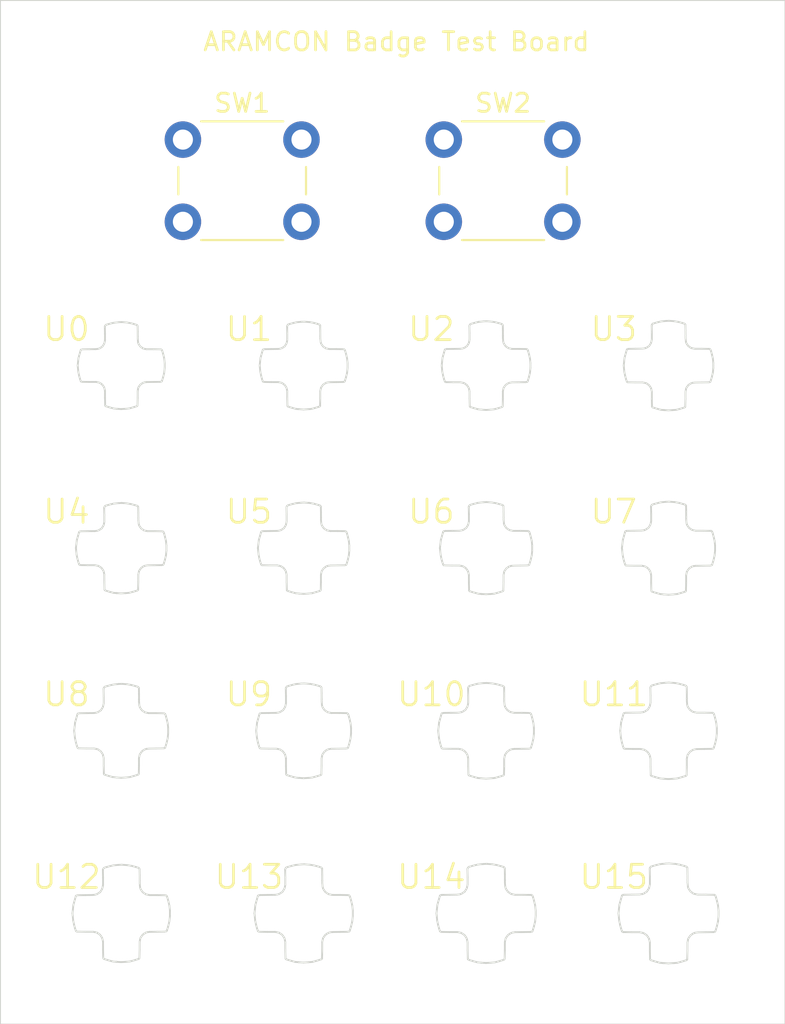
<source format=kicad_pcb>
(kicad_pcb (version 20171130) (host pcbnew "(5.1.4)-1")

  (general
    (thickness 1.6)
    (drawings 5)
    (tracks 0)
    (zones 0)
    (modules 3)
    (nets 1)
  )

  (page A4)
  (layers
    (0 F.Cu signal)
    (31 B.Cu signal)
    (32 B.Adhes user)
    (33 F.Adhes user)
    (34 B.Paste user)
    (35 F.Paste user)
    (36 B.SilkS user)
    (37 F.SilkS user)
    (38 B.Mask user)
    (39 F.Mask user)
    (40 Dwgs.User user)
    (41 Cmts.User user)
    (42 Eco1.User user)
    (43 Eco2.User user)
    (44 Edge.Cuts user)
    (45 Margin user)
    (46 B.CrtYd user)
    (47 F.CrtYd user)
    (48 B.Fab user)
    (49 F.Fab user)
  )

  (setup
    (last_trace_width 0.25)
    (trace_clearance 0.2)
    (zone_clearance 0.508)
    (zone_45_only no)
    (trace_min 0.2)
    (via_size 0.8)
    (via_drill 0.4)
    (via_min_size 0.4)
    (via_min_drill 0.3)
    (uvia_size 0.3)
    (uvia_drill 0.1)
    (uvias_allowed no)
    (uvia_min_size 0.2)
    (uvia_min_drill 0.1)
    (edge_width 0.05)
    (segment_width 0.2)
    (pcb_text_width 0.3)
    (pcb_text_size 1.5 1.5)
    (mod_edge_width 0.12)
    (mod_text_size 1 1)
    (mod_text_width 0.15)
    (pad_size 1.524 1.524)
    (pad_drill 0.762)
    (pad_to_mask_clearance 0.051)
    (solder_mask_min_width 0.25)
    (aux_axis_origin 0 0)
    (visible_elements 7FFFFFFF)
    (pcbplotparams
      (layerselection 0x010fc_ffffffff)
      (usegerberextensions false)
      (usegerberattributes false)
      (usegerberadvancedattributes false)
      (creategerberjobfile false)
      (excludeedgelayer true)
      (linewidth 0.100000)
      (plotframeref false)
      (viasonmask false)
      (mode 1)
      (useauxorigin false)
      (hpglpennumber 1)
      (hpglpenspeed 20)
      (hpglpendiameter 15.000000)
      (psnegative false)
      (psa4output false)
      (plotreference true)
      (plotvalue true)
      (plotinvisibletext false)
      (padsonsilk false)
      (subtractmaskfromsilk false)
      (outputformat 1)
      (mirror false)
      (drillshape 0)
      (scaleselection 1)
      (outputdirectory "gerber/bricks"))
  )

  (net 0 "")

  (net_class Default "This is the default net class."
    (clearance 0.2)
    (trace_width 0.25)
    (via_dia 0.8)
    (via_drill 0.4)
    (uvia_dia 0.3)
    (uvia_drill 0.1)
  )

  (module badge:cross-array (layer F.Cu) (tedit 0) (tstamp 5DA91FDD)
    (at 96.62 95.94)
    (fp_text reference Ref** (at 0 0) (layer F.SilkS) hide
      (effects (font (size 1.27 1.27) (thickness 0.15)))
    )
    (fp_text value Val** (at 0 0) (layer F.SilkS) hide
      (effects (font (size 1.27 1.27) (thickness 0.15)))
    )
    (fp_line (start 29.725914 32.721021) (end 29.725914 32.721021) (layer Edge.Cuts) (width 0.1))
    (fp_line (start 19.728297 32.69736) (end 19.728297 32.69736) (layer Edge.Cuts) (width 0.1))
    (fp_line (start 9.73068 32.673699) (end 9.73068 32.673699) (layer Edge.Cuts) (width 0.1))
    (fp_line (start -0.266936 32.650038) (end -0.266936 32.650038) (layer Edge.Cuts) (width 0.1))
    (fp_line (start 29.735447 22.626377) (end 29.735447 22.626377) (layer Edge.Cuts) (width 0.1))
    (fp_line (start 19.73783 22.602716) (end 19.73783 22.602716) (layer Edge.Cuts) (width 0.1))
    (fp_line (start 9.740214 22.579054) (end 9.740214 22.579054) (layer Edge.Cuts) (width 0.1))
    (fp_line (start -0.257403 22.555393) (end -0.257403 22.555393) (layer Edge.Cuts) (width 0.1))
    (fp_line (start 29.74498 12.531732) (end 29.74498 12.531732) (layer Edge.Cuts) (width 0.1))
    (fp_line (start 19.747364 12.508071) (end 19.747364 12.508071) (layer Edge.Cuts) (width 0.1))
    (fp_line (start 9.749747 12.48441) (end 9.749747 12.48441) (layer Edge.Cuts) (width 0.1))
    (fp_line (start -0.247869 12.460749) (end -0.247869 12.460749) (layer Edge.Cuts) (width 0.1))
    (fp_line (start 29.754514 2.437088) (end 29.754514 2.437088) (layer Edge.Cuts) (width 0.1))
    (fp_line (start 19.756897 2.413427) (end 19.756897 2.413427) (layer Edge.Cuts) (width 0.1))
    (fp_line (start 9.759281 2.389766) (end 9.759281 2.389766) (layer Edge.Cuts) (width 0.1))
    (fp_line (start -0.238336 2.366105) (end -0.238336 2.366105) (layer Edge.Cuts) (width 0.1))
    (fp_line (start 29.725908 32.721013) (end 29.725914 32.721021) (layer Edge.Cuts) (width 0.1))
    (fp_line (start 19.728291 32.697352) (end 19.728297 32.69736) (layer Edge.Cuts) (width 0.1))
    (fp_line (start 9.730675 32.673691) (end 9.73068 32.673699) (layer Edge.Cuts) (width 0.1))
    (fp_line (start -0.266942 32.65003) (end -0.266936 32.650038) (layer Edge.Cuts) (width 0.1))
    (fp_line (start 29.735441 22.626369) (end 29.735447 22.626377) (layer Edge.Cuts) (width 0.1))
    (fp_line (start 19.737825 22.602708) (end 19.73783 22.602716) (layer Edge.Cuts) (width 0.1))
    (fp_line (start 9.740208 22.579047) (end 9.740214 22.579054) (layer Edge.Cuts) (width 0.1))
    (fp_line (start -0.257408 22.555386) (end -0.257403 22.555393) (layer Edge.Cuts) (width 0.1))
    (fp_line (start 29.744975 12.531725) (end 29.74498 12.531732) (layer Edge.Cuts) (width 0.1))
    (fp_line (start 19.747359 12.508064) (end 19.747364 12.508071) (layer Edge.Cuts) (width 0.1))
    (fp_line (start 9.749742 12.484403) (end 9.749747 12.48441) (layer Edge.Cuts) (width 0.1))
    (fp_line (start -0.247875 12.460742) (end -0.247869 12.460749) (layer Edge.Cuts) (width 0.1))
    (fp_line (start 29.754509 2.437081) (end 29.754514 2.437088) (layer Edge.Cuts) (width 0.1))
    (fp_line (start 19.756892 2.41342) (end 19.756897 2.413427) (layer Edge.Cuts) (width 0.1))
    (fp_line (start 9.759276 2.389759) (end 9.759281 2.389766) (layer Edge.Cuts) (width 0.1))
    (fp_line (start -0.238341 2.366098) (end -0.238336 2.366105) (layer Edge.Cuts) (width 0.1))
    (fp_line (start 29.996242 32.739133) (end 29.725908 32.721013) (layer Edge.Cuts) (width 0.1))
    (fp_line (start 19.996274 32.715315) (end 19.728291 32.697352) (layer Edge.Cuts) (width 0.1))
    (fp_line (start 9.996307 32.691496) (end 9.730675 32.673691) (layer Edge.Cuts) (width 0.1))
    (fp_line (start -0.00366 32.667678) (end -0.266942 32.65003) (layer Edge.Cuts) (width 0.1))
    (fp_line (start 29.996373 22.643859) (end 29.735441 22.626369) (layer Edge.Cuts) (width 0.1))
    (fp_line (start 19.996405 22.620041) (end 19.737825 22.602708) (layer Edge.Cuts) (width 0.1))
    (fp_line (start 9.996438 22.596222) (end 9.740208 22.579047) (layer Edge.Cuts) (width 0.1))
    (fp_line (start -0.003529 22.572403) (end -0.257408 22.555386) (layer Edge.Cuts) (width 0.1))
    (fp_line (start 29.996503 12.548585) (end 29.744975 12.531725) (layer Edge.Cuts) (width 0.1))
    (fp_line (start 19.996536 12.524766) (end 19.747359 12.508064) (layer Edge.Cuts) (width 0.1))
    (fp_line (start 9.996569 12.500948) (end 9.749742 12.484403) (layer Edge.Cuts) (width 0.1))
    (fp_line (start -0.003399 12.477129) (end -0.247875 12.460742) (layer Edge.Cuts) (width 0.1))
    (fp_line (start 29.996634 2.453311) (end 29.754509 2.437081) (layer Edge.Cuts) (width 0.1))
    (fp_line (start 19.996667 2.429492) (end 19.756892 2.41342) (layer Edge.Cuts) (width 0.1))
    (fp_line (start 9.996699 2.405674) (end 9.759276 2.389759) (layer Edge.Cuts) (width 0.1))
    (fp_line (start -0.003268 2.381855) (end -0.238341 2.366098) (layer Edge.Cuts) (width 0.1))
    (fp_line (start 30.267991 32.721752) (end 29.996242 32.739133) (layer Edge.Cuts) (width 0.1))
    (fp_line (start 20.265661 32.698085) (end 19.996274 32.715315) (layer Edge.Cuts) (width 0.1))
    (fp_line (start 10.263331 32.674417) (end 9.996307 32.691496) (layer Edge.Cuts) (width 0.1))
    (fp_line (start 0.261 32.65075) (end -0.00366 32.667678) (layer Edge.Cuts) (width 0.1))
    (fp_line (start 30.25867 22.627083) (end 29.996373 22.643859) (layer Edge.Cuts) (width 0.1))
    (fp_line (start 20.25634 22.603415) (end 19.996405 22.620041) (layer Edge.Cuts) (width 0.1))
    (fp_line (start 10.254009 22.579748) (end 9.996438 22.596222) (layer Edge.Cuts) (width 0.1))
    (fp_line (start 0.251679 22.55608) (end -0.003529 22.572403) (layer Edge.Cuts) (width 0.1))
    (fp_line (start 30.249349 12.532413) (end 29.996503 12.548585) (layer Edge.Cuts) (width 0.1))
    (fp_line (start 20.247018 12.508745) (end 19.996536 12.524766) (layer Edge.Cuts) (width 0.1))
    (fp_line (start 10.244688 12.485078) (end 9.996569 12.500948) (layer Edge.Cuts) (width 0.1))
    (fp_line (start 0.242357 12.461411) (end -0.003399 12.477129) (layer Edge.Cuts) (width 0.1))
    (fp_line (start 30.240027 2.437743) (end 29.996634 2.453311) (layer Edge.Cuts) (width 0.1))
    (fp_line (start 20.237697 2.414076) (end 19.996667 2.429492) (layer Edge.Cuts) (width 0.1))
    (fp_line (start 10.235366 2.390408) (end 9.996699 2.405674) (layer Edge.Cuts) (width 0.1))
    (fp_line (start 0.233036 2.366741) (end -0.003268 2.381855) (layer Edge.Cuts) (width 0.1))
    (fp_line (start 30.490627 32.702018) (end 30.267991 32.721752) (layer Edge.Cuts) (width 0.1))
    (fp_line (start 20.48636 32.678522) (end 20.265661 32.698085) (layer Edge.Cuts) (width 0.1))
    (fp_line (start 10.482094 32.655027) (end 10.263331 32.674417) (layer Edge.Cuts) (width 0.1))
    (fp_line (start 0.477828 32.631531) (end 0.261 32.65075) (layer Edge.Cuts) (width 0.1))
    (fp_line (start 30.473562 22.608035) (end 30.25867 22.627083) (layer Edge.Cuts) (width 0.1))
    (fp_line (start 20.469295 22.584539) (end 20.25634 22.603415) (layer Edge.Cuts) (width 0.1))
    (fp_line (start 10.465029 22.561043) (end 10.254009 22.579748) (layer Edge.Cuts) (width 0.1))
    (fp_line (start 0.460763 22.537547) (end 0.251679 22.55608) (layer Edge.Cuts) (width 0.1))
    (fp_line (start 30.456496 12.514052) (end 30.249349 12.532413) (layer Edge.Cuts) (width 0.1))
    (fp_line (start 20.45223 12.490556) (end 20.247018 12.508745) (layer Edge.Cuts) (width 0.1))
    (fp_line (start 10.447964 12.46706) (end 10.244688 12.485078) (layer Edge.Cuts) (width 0.1))
    (fp_line (start 0.443697 12.443564) (end 0.242357 12.461411) (layer Edge.Cuts) (width 0.1))
    (fp_line (start 30.439431 2.420068) (end 30.240027 2.437743) (layer Edge.Cuts) (width 0.1))
    (fp_line (start 20.435165 2.396573) (end 20.237697 2.414076) (layer Edge.Cuts) (width 0.1))
    (fp_line (start 10.430898 2.373077) (end 10.235366 2.390408) (layer Edge.Cuts) (width 0.1))
    (fp_line (start 0.426632 2.349581) (end 0.233036 2.366741) (layer Edge.Cuts) (width 0.1))
    (fp_line (start 30.73169 32.636112) (end 30.490627 32.702018) (layer Edge.Cuts) (width 0.1))
    (fp_line (start 20.725327 32.613189) (end 20.48636 32.678522) (layer Edge.Cuts) (width 0.1))
    (fp_line (start 10.718965 32.590266) (end 10.482094 32.655027) (layer Edge.Cuts) (width 0.1))
    (fp_line (start 0.712602 32.567344) (end 0.477828 32.631531) (layer Edge.Cuts) (width 0.1))
    (fp_line (start 30.70624 22.544421) (end 30.473562 22.608035) (layer Edge.Cuts) (width 0.1))
    (fp_line (start 20.699877 22.521498) (end 20.469295 22.584539) (layer Edge.Cuts) (width 0.1))
    (fp_line (start 10.693515 22.498575) (end 10.465029 22.561043) (layer Edge.Cuts) (width 0.1))
    (fp_line (start 0.687152 22.475653) (end 0.460763 22.537547) (layer Edge.Cuts) (width 0.1))
    (fp_line (start 30.68079 12.45273) (end 30.456496 12.514052) (layer Edge.Cuts) (width 0.1))
    (fp_line (start 20.674427 12.429807) (end 20.45223 12.490556) (layer Edge.Cuts) (width 0.1))
    (fp_line (start 10.668065 12.406885) (end 10.447964 12.46706) (layer Edge.Cuts) (width 0.1))
    (fp_line (start 0.661702 12.383962) (end 0.443697 12.443564) (layer Edge.Cuts) (width 0.1))
    (fp_line (start 30.65534 2.361039) (end 30.439431 2.420068) (layer Edge.Cuts) (width 0.1))
    (fp_line (start 20.648977 2.338116) (end 20.435165 2.396573) (layer Edge.Cuts) (width 0.1))
    (fp_line (start 10.642615 2.315194) (end 10.430898 2.373077) (layer Edge.Cuts) (width 0.1))
    (fp_line (start 0.636252 2.292271) (end 0.426632 2.349581) (layer Edge.Cuts) (width 0.1))
    (fp_line (start 30.96571 32.565128) (end 30.73169 32.636112) (layer Edge.Cuts) (width 0.1))
    (fp_line (start 20.957313 32.542822) (end 20.725327 32.613189) (layer Edge.Cuts) (width 0.1))
    (fp_line (start 10.948915 32.520517) (end 10.718965 32.590266) (layer Edge.Cuts) (width 0.1))
    (fp_line (start 0.940518 32.498212) (end 0.712602 32.567344) (layer Edge.Cuts) (width 0.1))
    (fp_line (start 30.93212 22.475906) (end 30.70624 22.544421) (layer Edge.Cuts) (width 0.1))
    (fp_line (start 20.923723 22.453601) (end 20.699877 22.521498) (layer Edge.Cuts) (width 0.1))
    (fp_line (start 10.915325 22.431295) (end 10.693515 22.498575) (layer Edge.Cuts) (width 0.1))
    (fp_line (start 0.906928 22.40899) (end 0.687152 22.475653) (layer Edge.Cuts) (width 0.1))
    (fp_line (start 30.89853 12.386684) (end 30.68079 12.45273) (layer Edge.Cuts) (width 0.1))
    (fp_line (start 20.890133 12.364379) (end 20.674427 12.429807) (layer Edge.Cuts) (width 0.1))
    (fp_line (start 10.881735 12.342073) (end 10.668065 12.406885) (layer Edge.Cuts) (width 0.1))
    (fp_line (start 0.873338 12.319768) (end 0.661702 12.383962) (layer Edge.Cuts) (width 0.1))
    (fp_line (start 30.86494 2.297462) (end 30.65534 2.361039) (layer Edge.Cuts) (width 0.1))
    (fp_line (start 20.856543 2.275157) (end 20.648977 2.338116) (layer Edge.Cuts) (width 0.1))
    (fp_line (start 10.848145 2.252851) (end 10.642615 2.315194) (layer Edge.Cuts) (width 0.1))
    (fp_line (start 0.839748 2.230546) (end 0.636252 2.292271) (layer Edge.Cuts) (width 0.1))
    (fp_line (start 31.005246 32.539682) (end 30.96571 32.565128) (layer Edge.Cuts) (width 0.1))
    (fp_line (start 20.996505 32.517598) (end 20.957313 32.542822) (layer Edge.Cuts) (width 0.1))
    (fp_line (start 10.987764 32.495513) (end 10.948915 32.520517) (layer Edge.Cuts) (width 0.1))
    (fp_line (start 0.979022 32.473429) (end 0.940518 32.498212) (layer Edge.Cuts) (width 0.1))
    (fp_line (start 30.970281 22.451345) (end 30.93212 22.475906) (layer Edge.Cuts) (width 0.1))
    (fp_line (start 20.96154 22.429261) (end 20.923723 22.453601) (layer Edge.Cuts) (width 0.1))
    (fp_line (start 10.952798 22.407177) (end 10.915325 22.431295) (layer Edge.Cuts) (width 0.1))
    (fp_line (start 0.944057 22.385093) (end 0.906928 22.40899) (layer Edge.Cuts) (width 0.1))
    (fp_line (start 30.935316 12.363008) (end 30.89853 12.386684) (layer Edge.Cuts) (width 0.1))
    (fp_line (start 20.926575 12.340924) (end 20.890133 12.364379) (layer Edge.Cuts) (width 0.1))
    (fp_line (start 10.917833 12.31884) (end 10.881735 12.342073) (layer Edge.Cuts) (width 0.1))
    (fp_line (start 0.909092 12.296756) (end 0.873338 12.319768) (layer Edge.Cuts) (width 0.1))
    (fp_line (start 30.900351 2.274672) (end 30.86494 2.297462) (layer Edge.Cuts) (width 0.1))
    (fp_line (start 20.89161 2.252587) (end 20.856543 2.275157) (layer Edge.Cuts) (width 0.1))
    (fp_line (start 10.882868 2.230503) (end 10.848145 2.252851) (layer Edge.Cuts) (width 0.1))
    (fp_line (start 0.874127 2.208419) (end 0.839748 2.230546) (layer Edge.Cuts) (width 0.1))
    (fp_line (start 31.024437 32.507141) (end 31.005246 32.539682) (layer Edge.Cuts) (width 0.1))
    (fp_line (start 21.015529 32.48534) (end 20.996505 32.517598) (layer Edge.Cuts) (width 0.1))
    (fp_line (start 11.006621 32.463539) (end 10.987764 32.495513) (layer Edge.Cuts) (width 0.1))
    (fp_line (start 0.997713 32.441738) (end 0.979022 32.473429) (layer Edge.Cuts) (width 0.1))
    (fp_line (start 30.988805 22.419937) (end 30.970281 22.451345) (layer Edge.Cuts) (width 0.1))
    (fp_line (start 20.979896 22.398135) (end 20.96154 22.429261) (layer Edge.Cuts) (width 0.1))
    (fp_line (start 10.970988 22.376334) (end 10.952798 22.407177) (layer Edge.Cuts) (width 0.1))
    (fp_line (start 0.96208 22.354533) (end 0.944057 22.385093) (layer Edge.Cuts) (width 0.1))
    (fp_line (start 30.953172 12.332732) (end 30.935316 12.363008) (layer Edge.Cuts) (width 0.1))
    (fp_line (start 20.944264 12.31093) (end 20.926575 12.340924) (layer Edge.Cuts) (width 0.1))
    (fp_line (start 10.935356 12.289129) (end 10.917833 12.31884) (layer Edge.Cuts) (width 0.1))
    (fp_line (start 0.926448 12.267328) (end 0.909092 12.296756) (layer Edge.Cuts) (width 0.1))
    (fp_line (start 30.917539 2.245527) (end 30.900351 2.274672) (layer Edge.Cuts) (width 0.1))
    (fp_line (start 20.908631 2.223725) (end 20.89161 2.252587) (layer Edge.Cuts) (width 0.1))
    (fp_line (start 10.899723 2.201924) (end 10.882868 2.230503) (layer Edge.Cuts) (width 0.1))
    (fp_line (start 0.890815 2.180123) (end 0.874127 2.208419) (layer Edge.Cuts) (width 0.1))
    (fp_line (start 31.035592 32.037828) (end 31.024437 32.507141) (layer Edge.Cuts) (width 0.1))
    (fp_line (start 21.026587 32.020107) (end 21.015529 32.48534) (layer Edge.Cuts) (width 0.1))
    (fp_line (start 11.017582 32.002387) (end 11.006621 32.463539) (layer Edge.Cuts) (width 0.1))
    (fp_line (start 1.008577 31.984667) (end 0.997713 32.441738) (layer Edge.Cuts) (width 0.1))
    (fp_line (start 30.999572 21.966947) (end 30.988805 22.419937) (layer Edge.Cuts) (width 0.1))
    (fp_line (start 20.990566 21.949226) (end 20.979896 22.398135) (layer Edge.Cuts) (width 0.1))
    (fp_line (start 10.981561 21.931506) (end 10.970988 22.376334) (layer Edge.Cuts) (width 0.1))
    (fp_line (start 0.972556 21.913786) (end 0.96208 22.354533) (layer Edge.Cuts) (width 0.1))
    (fp_line (start 30.963551 11.896066) (end 30.953172 12.332732) (layer Edge.Cuts) (width 0.1))
    (fp_line (start 20.954546 11.878345) (end 20.944264 12.31093) (layer Edge.Cuts) (width 0.1))
    (fp_line (start 10.945541 11.860625) (end 10.935356 12.289129) (layer Edge.Cuts) (width 0.1))
    (fp_line (start 0.936536 11.842905) (end 0.926448 12.267328) (layer Edge.Cuts) (width 0.1))
    (fp_line (start 30.92753 1.825185) (end 30.917539 2.245527) (layer Edge.Cuts) (width 0.1))
    (fp_line (start 20.918525 1.807464) (end 20.908631 2.223725) (layer Edge.Cuts) (width 0.1))
    (fp_line (start 10.90952 1.789744) (end 10.899723 2.201924) (layer Edge.Cuts) (width 0.1))
    (fp_line (start 0.900515 1.772024) (end 0.890815 2.180123) (layer Edge.Cuts) (width 0.1))
    (fp_line (start 31.035932 31.593897) (end 31.035592 32.037828) (layer Edge.Cuts) (width 0.1))
    (fp_line (start 21.026923 31.580037) (end 21.026587 32.020107) (layer Edge.Cuts) (width 0.1))
    (fp_line (start 11.017915 31.566177) (end 11.017582 32.002387) (layer Edge.Cuts) (width 0.1))
    (fp_line (start 1.008907 31.552317) (end 1.008577 31.984667) (layer Edge.Cuts) (width 0.1))
    (fp_line (start 30.999899 21.538457) (end 30.999572 21.966947) (layer Edge.Cuts) (width 0.1))
    (fp_line (start 20.990891 21.524597) (end 20.990566 21.949226) (layer Edge.Cuts) (width 0.1))
    (fp_line (start 10.981883 21.510737) (end 10.981561 21.931506) (layer Edge.Cuts) (width 0.1))
    (fp_line (start 0.972875 21.496877) (end 0.972556 21.913786) (layer Edge.Cuts) (width 0.1))
    (fp_line (start 30.963867 11.483017) (end 30.963551 11.896066) (layer Edge.Cuts) (width 0.1))
    (fp_line (start 20.954859 11.469157) (end 20.954546 11.878345) (layer Edge.Cuts) (width 0.1))
    (fp_line (start 10.945851 11.455297) (end 10.945541 11.860625) (layer Edge.Cuts) (width 0.1))
    (fp_line (start 0.936842 11.441437) (end 0.936536 11.842905) (layer Edge.Cuts) (width 0.1))
    (fp_line (start 30.927834 1.427577) (end 30.92753 1.825185) (layer Edge.Cuts) (width 0.1))
    (fp_line (start 20.918826 1.413717) (end 20.918525 1.807464) (layer Edge.Cuts) (width 0.1))
    (fp_line (start 10.909818 1.399857) (end 10.90952 1.789744) (layer Edge.Cuts) (width 0.1))
    (fp_line (start 0.90081 1.385997) (end 0.900515 1.772024) (layer Edge.Cuts) (width 0.1))
    (fp_line (start 31.057823 31.487418) (end 31.035932 31.593897) (layer Edge.Cuts) (width 0.1))
    (fp_line (start 21.048624 31.474484) (end 21.026923 31.580037) (layer Edge.Cuts) (width 0.1))
    (fp_line (start 11.039426 31.46155) (end 11.017915 31.566177) (layer Edge.Cuts) (width 0.1))
    (fp_line (start 1.030228 31.448616) (end 1.008907 31.552317) (layer Edge.Cuts) (width 0.1))
    (fp_line (start 31.021029 21.435682) (end 30.999899 21.538457) (layer Edge.Cuts) (width 0.1))
    (fp_line (start 21.011831 21.422748) (end 20.990891 21.524597) (layer Edge.Cuts) (width 0.1))
    (fp_line (start 11.002632 21.409814) (end 10.981883 21.510737) (layer Edge.Cuts) (width 0.1))
    (fp_line (start 0.993434 21.39688) (end 0.972875 21.496877) (layer Edge.Cuts) (width 0.1))
    (fp_line (start 30.984235 11.383945) (end 30.963867 11.483017) (layer Edge.Cuts) (width 0.1))
    (fp_line (start 20.975037 11.371011) (end 20.954859 11.469157) (layer Edge.Cuts) (width 0.1))
    (fp_line (start 10.965838 11.358077) (end 10.945851 11.455297) (layer Edge.Cuts) (width 0.1))
    (fp_line (start 0.95664 11.345143) (end 0.936842 11.441437) (layer Edge.Cuts) (width 0.1))
    (fp_line (start 30.947441 1.332209) (end 30.927834 1.427577) (layer Edge.Cuts) (width 0.1))
    (fp_line (start 20.938243 1.319275) (end 20.918826 1.413717) (layer Edge.Cuts) (width 0.1))
    (fp_line (start 10.929044 1.306341) (end 10.909818 1.399857) (layer Edge.Cuts) (width 0.1))
    (fp_line (start 0.919846 1.293407) (end 0.90081 1.385997) (layer Edge.Cuts) (width 0.1))
    (fp_line (start 31.079714 31.38094) (end 31.057823 31.487418) (layer Edge.Cuts) (width 0.1))
    (fp_line (start 21.070325 31.368931) (end 21.048624 31.474484) (layer Edge.Cuts) (width 0.1))
    (fp_line (start 11.060937 31.356923) (end 11.039426 31.46155) (layer Edge.Cuts) (width 0.1))
    (fp_line (start 1.051548 31.344915) (end 1.030228 31.448616) (layer Edge.Cuts) (width 0.1))
    (fp_line (start 31.042159 21.332907) (end 31.021029 21.435682) (layer Edge.Cuts) (width 0.1))
    (fp_line (start 21.03277 21.320899) (end 21.011831 21.422748) (layer Edge.Cuts) (width 0.1))
    (fp_line (start 11.023381 21.308891) (end 11.002632 21.409814) (layer Edge.Cuts) (width 0.1))
    (fp_line (start 1.013993 21.296882) (end 0.993434 21.39688) (layer Edge.Cuts) (width 0.1))
    (fp_line (start 31.004604 11.284874) (end 30.984235 11.383945) (layer Edge.Cuts) (width 0.1))
    (fp_line (start 20.995215 11.272866) (end 20.975037 11.371011) (layer Edge.Cuts) (width 0.1))
    (fp_line (start 10.985826 11.260858) (end 10.965838 11.358077) (layer Edge.Cuts) (width 0.1))
    (fp_line (start 0.976437 11.24885) (end 0.95664 11.345143) (layer Edge.Cuts) (width 0.1))
    (fp_line (start 30.967048 1.236842) (end 30.947441 1.332209) (layer Edge.Cuts) (width 0.1))
    (fp_line (start 20.95766 1.224833) (end 20.938243 1.319275) (layer Edge.Cuts) (width 0.1))
    (fp_line (start 10.948271 1.212825) (end 10.929044 1.306341) (layer Edge.Cuts) (width 0.1))
    (fp_line (start 0.938882 1.200817) (end 0.919846 1.293407) (layer Edge.Cuts) (width 0.1))
    (fp_line (start 31.141033 31.288997) (end 31.079714 31.38094) (layer Edge.Cuts) (width 0.1))
    (fp_line (start 21.131111 31.277788) (end 21.070325 31.368931) (layer Edge.Cuts) (width 0.1))
    (fp_line (start 11.121189 31.26658) (end 11.060937 31.356923) (layer Edge.Cuts) (width 0.1))
    (fp_line (start 1.111267 31.255371) (end 1.051548 31.344915) (layer Edge.Cuts) (width 0.1))
    (fp_line (start 31.101345 21.244162) (end 31.042159 21.332907) (layer Edge.Cuts) (width 0.1))
    (fp_line (start 21.091423 21.232954) (end 21.03277 21.320899) (layer Edge.Cuts) (width 0.1))
    (fp_line (start 11.081501 21.221745) (end 11.023381 21.308891) (layer Edge.Cuts) (width 0.1))
    (fp_line (start 1.071579 21.210536) (end 1.013993 21.296882) (layer Edge.Cuts) (width 0.1))
    (fp_line (start 31.061657 11.199328) (end 31.004604 11.284874) (layer Edge.Cuts) (width 0.1))
    (fp_line (start 21.051735 11.188119) (end 20.995215 11.272866) (layer Edge.Cuts) (width 0.1))
    (fp_line (start 11.041813 11.17691) (end 10.985826 11.260858) (layer Edge.Cuts) (width 0.1))
    (fp_line (start 1.031891 11.165702) (end 0.976437 11.24885) (layer Edge.Cuts) (width 0.1))
    (fp_line (start 31.021969 1.154493) (end 30.967048 1.236842) (layer Edge.Cuts) (width 0.1))
    (fp_line (start 21.012047 1.143284) (end 20.95766 1.224833) (layer Edge.Cuts) (width 0.1))
    (fp_line (start 11.002125 1.132076) (end 10.948271 1.212825) (layer Edge.Cuts) (width 0.1))
    (fp_line (start 0.992203 1.120867) (end 0.938882 1.200817) (layer Edge.Cuts) (width 0.1))
    (fp_line (start 31.206295 31.200993) (end 31.141033 31.288997) (layer Edge.Cuts) (width 0.1))
    (fp_line (start 21.195805 31.19055) (end 21.131111 31.277788) (layer Edge.Cuts) (width 0.1))
    (fp_line (start 11.185316 31.180106) (end 11.121189 31.26658) (layer Edge.Cuts) (width 0.1))
    (fp_line (start 1.174826 31.169663) (end 1.111267 31.255371) (layer Edge.Cuts) (width 0.1))
    (fp_line (start 31.164337 21.15922) (end 31.101345 21.244162) (layer Edge.Cuts) (width 0.1))
    (fp_line (start 21.153847 21.148776) (end 21.091423 21.232954) (layer Edge.Cuts) (width 0.1))
    (fp_line (start 11.143358 21.138333) (end 11.081501 21.221745) (layer Edge.Cuts) (width 0.1))
    (fp_line (start 1.132868 21.127889) (end 1.071579 21.210536) (layer Edge.Cuts) (width 0.1))
    (fp_line (start 31.122379 11.117446) (end 31.061657 11.199328) (layer Edge.Cuts) (width 0.1))
    (fp_line (start 21.111889 11.107003) (end 21.051735 11.188119) (layer Edge.Cuts) (width 0.1))
    (fp_line (start 11.1014 11.096559) (end 11.041813 11.17691) (layer Edge.Cuts) (width 0.1))
    (fp_line (start 1.09091 11.086116) (end 1.031891 11.165702) (layer Edge.Cuts) (width 0.1))
    (fp_line (start 31.080421 1.075672) (end 31.021969 1.154493) (layer Edge.Cuts) (width 0.1))
    (fp_line (start 21.069931 1.065229) (end 21.012047 1.143284) (layer Edge.Cuts) (width 0.1))
    (fp_line (start 11.059442 1.054785) (end 11.002125 1.132076) (layer Edge.Cuts) (width 0.1))
    (fp_line (start 1.048952 1.044342) (end 0.992203 1.120867) (layer Edge.Cuts) (width 0.1))
    (fp_line (start 31.294302 31.13574) (end 31.206295 31.200993) (layer Edge.Cuts) (width 0.1))
    (fp_line (start 21.283047 31.125864) (end 21.195805 31.19055) (layer Edge.Cuts) (width 0.1))
    (fp_line (start 11.271792 31.115988) (end 11.185316 31.180106) (layer Edge.Cuts) (width 0.1))
    (fp_line (start 1.260538 31.106112) (end 1.174826 31.169663) (layer Edge.Cuts) (width 0.1))
    (fp_line (start 31.249283 21.096236) (end 31.164337 21.15922) (layer Edge.Cuts) (width 0.1))
    (fp_line (start 21.238028 21.08636) (end 21.153847 21.148776) (layer Edge.Cuts) (width 0.1))
    (fp_line (start 11.226773 21.076484) (end 11.143358 21.138333) (layer Edge.Cuts) (width 0.1))
    (fp_line (start 1.215518 21.066608) (end 1.132868 21.127889) (layer Edge.Cuts) (width 0.1))
    (fp_line (start 31.204264 11.056732) (end 31.122379 11.117446) (layer Edge.Cuts) (width 0.1))
    (fp_line (start 21.193009 11.046856) (end 21.111889 11.107003) (layer Edge.Cuts) (width 0.1))
    (fp_line (start 11.181754 11.03698) (end 11.1014 11.096559) (layer Edge.Cuts) (width 0.1))
    (fp_line (start 1.170499 11.027104) (end 1.09091 11.086116) (layer Edge.Cuts) (width 0.1))
    (fp_line (start 31.159244 1.017228) (end 31.080421 1.075672) (layer Edge.Cuts) (width 0.1))
    (fp_line (start 21.14799 1.007352) (end 21.069931 1.065229) (layer Edge.Cuts) (width 0.1))
    (fp_line (start 11.136735 0.997476) (end 11.059442 1.054785) (layer Edge.Cuts) (width 0.1))
    (fp_line (start 1.12548 0.9876) (end 1.048952 1.044342) (layer Edge.Cuts) (width 0.1))
    (fp_line (start 31.385496 31.080507) (end 31.294302 31.13574) (layer Edge.Cuts) (width 0.1))
    (fp_line (start 21.373448 31.071111) (end 21.283047 31.125864) (layer Edge.Cuts) (width 0.1))
    (fp_line (start 11.3614 31.061715) (end 11.271792 31.115988) (layer Edge.Cuts) (width 0.1))
    (fp_line (start 1.349352 31.05232) (end 1.260538 31.106112) (layer Edge.Cuts) (width 0.1))
    (fp_line (start 31.337305 21.042924) (end 31.249283 21.096236) (layer Edge.Cuts) (width 0.1))
    (fp_line (start 21.325257 21.033528) (end 21.238028 21.08636) (layer Edge.Cuts) (width 0.1))
    (fp_line (start 11.313209 21.024132) (end 11.226773 21.076484) (layer Edge.Cuts) (width 0.1))
    (fp_line (start 1.301161 21.014737) (end 1.215518 21.066608) (layer Edge.Cuts) (width 0.1))
    (fp_line (start 31.289114 11.005341) (end 31.204264 11.056732) (layer Edge.Cuts) (width 0.1))
    (fp_line (start 21.277066 10.995945) (end 21.193009 11.046856) (layer Edge.Cuts) (width 0.1))
    (fp_line (start 11.265018 10.98655) (end 11.181754 11.03698) (layer Edge.Cuts) (width 0.1))
    (fp_line (start 1.25297 10.977154) (end 1.170499 11.027104) (layer Edge.Cuts) (width 0.1))
    (fp_line (start 31.240922 0.967758) (end 31.159244 1.017228) (layer Edge.Cuts) (width 0.1))
    (fp_line (start 21.228875 0.958362) (end 21.14799 1.007352) (layer Edge.Cuts) (width 0.1))
    (fp_line (start 11.216827 0.948967) (end 11.136735 0.997476) (layer Edge.Cuts) (width 0.1))
    (fp_line (start 1.204779 0.939571) (end 1.12548 0.9876) (layer Edge.Cuts) (width 0.1))
    (fp_line (start 31.473014 31.054849) (end 31.385496 31.080507) (layer Edge.Cuts) (width 0.1))
    (fp_line (start 21.460205 31.045676) (end 21.373448 31.071111) (layer Edge.Cuts) (width 0.1))
    (fp_line (start 11.447397 31.036504) (end 11.3614 31.061715) (layer Edge.Cuts) (width 0.1))
    (fp_line (start 1.434588 31.027331) (end 1.349352 31.05232) (layer Edge.Cuts) (width 0.1))
    (fp_line (start 31.421779 21.018159) (end 31.337305 21.042924) (layer Edge.Cuts) (width 0.1))
    (fp_line (start 21.40897 21.008986) (end 21.325257 21.033528) (layer Edge.Cuts) (width 0.1))
    (fp_line (start 11.396161 20.999813) (end 11.313209 21.024132) (layer Edge.Cuts) (width 0.1))
    (fp_line (start 1.383353 20.990641) (end 1.301161 21.014737) (layer Edge.Cuts) (width 0.1))
    (fp_line (start 31.370544 10.981468) (end 31.289114 11.005341) (layer Edge.Cuts) (width 0.1))
    (fp_line (start 21.357735 10.972296) (end 21.277066 10.995945) (layer Edge.Cuts) (width 0.1))
    (fp_line (start 11.344926 10.963123) (end 11.265018 10.98655) (layer Edge.Cuts) (width 0.1))
    (fp_line (start 1.332117 10.95395) (end 1.25297 10.977154) (layer Edge.Cuts) (width 0.1))
    (fp_line (start 31.319308 0.944778) (end 31.240922 0.967758) (layer Edge.Cuts) (width 0.1))
    (fp_line (start 21.3065 0.935605) (end 21.228875 0.958362) (layer Edge.Cuts) (width 0.1))
    (fp_line (start 11.293691 0.926433) (end 11.216827 0.948967) (layer Edge.Cuts) (width 0.1))
    (fp_line (start 1.280882 0.91726) (end 1.204779 0.939571) (layer Edge.Cuts) (width 0.1))
    (fp_line (start 31.610128 31.037193) (end 31.473014 31.054849) (layer Edge.Cuts) (width 0.1))
    (fp_line (start 21.596127 31.028174) (end 21.460205 31.045676) (layer Edge.Cuts) (width 0.1))
    (fp_line (start 11.582125 31.019155) (end 11.447397 31.036504) (layer Edge.Cuts) (width 0.1))
    (fp_line (start 1.568124 31.010136) (end 1.434588 31.027331) (layer Edge.Cuts) (width 0.1))
    (fp_line (start 31.554123 21.001117) (end 31.421779 21.018159) (layer Edge.Cuts) (width 0.1))
    (fp_line (start 21.540122 20.992098) (end 21.40897 21.008986) (layer Edge.Cuts) (width 0.1))
    (fp_line (start 11.526121 20.983079) (end 11.396161 20.999813) (layer Edge.Cuts) (width 0.1))
    (fp_line (start 1.51212 20.97406) (end 1.383353 20.990641) (layer Edge.Cuts) (width 0.1))
    (fp_line (start 31.498119 10.96504) (end 31.370544 10.981468) (layer Edge.Cuts) (width 0.1))
    (fp_line (start 21.484118 10.956021) (end 21.357735 10.972296) (layer Edge.Cuts) (width 0.1))
    (fp_line (start 11.470117 10.947002) (end 11.344926 10.963123) (layer Edge.Cuts) (width 0.1))
    (fp_line (start 1.456115 10.937983) (end 1.332117 10.95395) (layer Edge.Cuts) (width 0.1))
    (fp_line (start 31.442114 0.928964) (end 31.319308 0.944778) (layer Edge.Cuts) (width 0.1))
    (fp_line (start 21.428113 0.919945) (end 21.3065 0.935605) (layer Edge.Cuts) (width 0.1))
    (fp_line (start 11.414112 0.910926) (end 11.293691 0.926433) (layer Edge.Cuts) (width 0.1))
    (fp_line (start 1.400111 0.901907) (end 1.280882 0.91726) (layer Edge.Cuts) (width 0.1))
    (fp_line (start 32.03444 31.03063) (end 31.610128 31.037193) (layer Edge.Cuts) (width 0.1))
    (fp_line (start 22.016749 31.021668) (end 21.596127 31.028174) (layer Edge.Cuts) (width 0.1))
    (fp_line (start 11.999058 31.012706) (end 11.582125 31.019155) (layer Edge.Cuts) (width 0.1))
    (fp_line (start 1.981367 31.003744) (end 1.568124 31.010136) (layer Edge.Cuts) (width 0.1))
    (fp_line (start 31.963677 20.994782) (end 31.554123 21.001117) (layer Edge.Cuts) (width 0.1))
    (fp_line (start 21.945986 20.98582) (end 21.540122 20.992098) (layer Edge.Cuts) (width 0.1))
    (fp_line (start 11.928295 20.976858) (end 11.526121 20.983079) (layer Edge.Cuts) (width 0.1))
    (fp_line (start 1.910604 20.967896) (end 1.51212 20.97406) (layer Edge.Cuts) (width 0.1))
    (fp_line (start 31.892913 10.958934) (end 31.498119 10.96504) (layer Edge.Cuts) (width 0.1))
    (fp_line (start 21.875223 10.949972) (end 21.484118 10.956021) (layer Edge.Cuts) (width 0.1))
    (fp_line (start 11.857532 10.94101) (end 11.470117 10.947002) (layer Edge.Cuts) (width 0.1))
    (fp_line (start 1.839841 10.932048) (end 1.456115 10.937983) (layer Edge.Cuts) (width 0.1))
    (fp_line (start 31.82215 0.923086) (end 31.442114 0.928964) (layer Edge.Cuts) (width 0.1))
    (fp_line (start 21.80446 0.914124) (end 21.428113 0.919945) (layer Edge.Cuts) (width 0.1))
    (fp_line (start 11.786769 0.905162) (end 11.414112 0.910926) (layer Edge.Cuts) (width 0.1))
    (fp_line (start 1.769078 0.8962) (end 1.400111 0.901907) (layer Edge.Cuts) (width 0.1))
    (fp_line (start 32.448459 31.024452) (end 32.03444 31.03063) (layer Edge.Cuts) (width 0.1))
    (fp_line (start 22.427168 31.015544) (end 22.016749 31.021668) (layer Edge.Cuts) (width 0.1))
    (fp_line (start 12.405877 31.006636) (end 11.999058 31.012706) (layer Edge.Cuts) (width 0.1))
    (fp_line (start 2.384586 30.997727) (end 1.981367 31.003744) (layer Edge.Cuts) (width 0.1))
    (fp_line (start 32.363295 20.988819) (end 31.963677 20.994782) (layer Edge.Cuts) (width 0.1))
    (fp_line (start 22.342005 20.979911) (end 21.945986 20.98582) (layer Edge.Cuts) (width 0.1))
    (fp_line (start 12.320714 20.971003) (end 11.928295 20.976858) (layer Edge.Cuts) (width 0.1))
    (fp_line (start 2.299423 20.962094) (end 1.910604 20.967896) (layer Edge.Cuts) (width 0.1))
    (fp_line (start 32.278132 10.953186) (end 31.892913 10.958934) (layer Edge.Cuts) (width 0.1))
    (fp_line (start 22.256841 10.944278) (end 21.875223 10.949972) (layer Edge.Cuts) (width 0.1))
    (fp_line (start 12.23555 10.935369) (end 11.857532 10.94101) (layer Edge.Cuts) (width 0.1))
    (fp_line (start 2.214259 10.926461) (end 1.839841 10.932048) (layer Edge.Cuts) (width 0.1))
    (fp_line (start 32.192968 0.917553) (end 31.82215 0.923086) (layer Edge.Cuts) (width 0.1))
    (fp_line (start 22.171677 0.908645) (end 21.80446 0.914124) (layer Edge.Cuts) (width 0.1))
    (fp_line (start 12.150386 0.899736) (end 11.786769 0.905162) (layer Edge.Cuts) (width 0.1))
    (fp_line (start 2.129095 0.890828) (end 1.769078 0.8962) (layer Edge.Cuts) (width 0.1))
    (fp_line (start 32.530872 31.009746) (end 32.448459 31.024452) (layer Edge.Cuts) (width 0.1))
    (fp_line (start 22.508864 31.000966) (end 22.427168 31.015544) (layer Edge.Cuts) (width 0.1))
    (fp_line (start 12.486857 30.992185) (end 12.405877 31.006636) (layer Edge.Cuts) (width 0.1))
    (fp_line (start 2.464849 30.983405) (end 2.384586 30.997727) (layer Edge.Cuts) (width 0.1))
    (fp_line (start 32.442841 20.974624) (end 32.363295 20.988819) (layer Edge.Cuts) (width 0.1))
    (fp_line (start 22.420834 20.965844) (end 22.342005 20.979911) (layer Edge.Cuts) (width 0.1))
    (fp_line (start 12.398826 20.957064) (end 12.320714 20.971003) (layer Edge.Cuts) (width 0.1))
    (fp_line (start 2.376819 20.948283) (end 2.299423 20.962094) (layer Edge.Cuts) (width 0.1))
    (fp_line (start 32.354811 10.939503) (end 32.278132 10.953186) (layer Edge.Cuts) (width 0.1))
    (fp_line (start 22.332803 10.930722) (end 22.256841 10.944278) (layer Edge.Cuts) (width 0.1))
    (fp_line (start 12.310796 10.921942) (end 12.23555 10.935369) (layer Edge.Cuts) (width 0.1))
    (fp_line (start 2.288788 10.913162) (end 2.214259 10.926461) (layer Edge.Cuts) (width 0.1))
    (fp_line (start 32.266781 0.904381) (end 32.192968 0.917553) (layer Edge.Cuts) (width 0.1))
    (fp_line (start 22.244773 0.895601) (end 22.171677 0.908645) (layer Edge.Cuts) (width 0.1))
    (fp_line (start 12.222766 0.88682) (end 12.150386 0.899736) (layer Edge.Cuts) (width 0.1))
    (fp_line (start 2.200758 0.87804) (end 2.129095 0.890828) (layer Edge.Cuts) (width 0.1))
    (fp_line (start 32.566728 30.974257) (end 32.530872 31.009746) (layer Edge.Cuts) (width 0.1))
    (fp_line (start 22.544408 30.965785) (end 22.508864 31.000966) (layer Edge.Cuts) (width 0.1))
    (fp_line (start 12.522089 30.957313) (end 12.486857 30.992185) (layer Edge.Cuts) (width 0.1))
    (fp_line (start 2.499769 30.948842) (end 2.464849 30.983405) (layer Edge.Cuts) (width 0.1))
    (fp_line (start 32.47745 20.94037) (end 32.442841 20.974624) (layer Edge.Cuts) (width 0.1))
    (fp_line (start 22.455131 20.931898) (end 22.420834 20.965844) (layer Edge.Cuts) (width 0.1))
    (fp_line (start 12.432811 20.923426) (end 12.398826 20.957064) (layer Edge.Cuts) (width 0.1))
    (fp_line (start 2.410492 20.914954) (end 2.376819 20.948283) (layer Edge.Cuts) (width 0.1))
    (fp_line (start 32.388173 10.906483) (end 32.354811 10.939503) (layer Edge.Cuts) (width 0.1))
    (fp_line (start 22.365853 10.898011) (end 22.332803 10.930722) (layer Edge.Cuts) (width 0.1))
    (fp_line (start 12.343534 10.889539) (end 12.310796 10.921942) (layer Edge.Cuts) (width 0.1))
    (fp_line (start 2.321214 10.881067) (end 2.288788 10.913162) (layer Edge.Cuts) (width 0.1))
    (fp_line (start 32.298895 0.872595) (end 32.266781 0.904381) (layer Edge.Cuts) (width 0.1))
    (fp_line (start 22.276576 0.864124) (end 22.244773 0.895601) (layer Edge.Cuts) (width 0.1))
    (fp_line (start 12.254256 0.855652) (end 12.222766 0.88682) (layer Edge.Cuts) (width 0.1))
    (fp_line (start 2.231937 0.84718) (end 2.200758 0.87804) (layer Edge.Cuts) (width 0.1))
    (fp_line (start 32.644018 30.72234) (end 32.566728 30.974257) (layer Edge.Cuts) (width 0.1))
    (fp_line (start 22.621026 30.716059) (end 22.544408 30.965785) (layer Edge.Cuts) (width 0.1))
    (fp_line (start 12.598035 30.709778) (end 12.522089 30.957313) (layer Edge.Cuts) (width 0.1))
    (fp_line (start 2.575044 30.703497) (end 2.499769 30.948842) (layer Edge.Cuts) (width 0.1))
    (fp_line (start 32.552052 20.697215) (end 32.47745 20.94037) (layer Edge.Cuts) (width 0.1))
    (fp_line (start 22.529061 20.690934) (end 22.455131 20.931898) (layer Edge.Cuts) (width 0.1))
    (fp_line (start 12.506069 20.684653) (end 12.432811 20.923426) (layer Edge.Cuts) (width 0.1))
    (fp_line (start 2.483078 20.678372) (end 2.410492 20.914954) (layer Edge.Cuts) (width 0.1))
    (fp_line (start 32.460086 10.672091) (end 32.388173 10.906483) (layer Edge.Cuts) (width 0.1))
    (fp_line (start 22.437095 10.665809) (end 22.365853 10.898011) (layer Edge.Cuts) (width 0.1))
    (fp_line (start 12.414103 10.659528) (end 12.343534 10.889539) (layer Edge.Cuts) (width 0.1))
    (fp_line (start 2.391112 10.653247) (end 2.321214 10.881067) (layer Edge.Cuts) (width 0.1))
    (fp_line (start 32.36812 0.646966) (end 32.298895 0.872595) (layer Edge.Cuts) (width 0.1))
    (fp_line (start 22.345129 0.640684) (end 22.276576 0.864124) (layer Edge.Cuts) (width 0.1))
    (fp_line (start 12.322137 0.634403) (end 12.254256 0.855652) (layer Edge.Cuts) (width 0.1))
    (fp_line (start 2.299146 0.628122) (end 2.231937 0.84718) (layer Edge.Cuts) (width 0.1))
    (fp_line (start 32.711261 30.437668) (end 32.644018 30.72234) (layer Edge.Cuts) (width 0.1))
    (fp_line (start 22.687685 30.433862) (end 22.621026 30.716059) (layer Edge.Cuts) (width 0.1))
    (fp_line (start 12.664108 30.430057) (end 12.598035 30.709778) (layer Edge.Cuts) (width 0.1))
    (fp_line (start 2.640532 30.426251) (end 2.575044 30.703497) (layer Edge.Cuts) (width 0.1))
    (fp_line (start 32.616956 20.422445) (end 32.552052 20.697215) (layer Edge.Cuts) (width 0.1))
    (fp_line (start 22.59338 20.418639) (end 22.529061 20.690934) (layer Edge.Cuts) (width 0.1))
    (fp_line (start 12.569804 20.414833) (end 12.506069 20.684653) (layer Edge.Cuts) (width 0.1))
    (fp_line (start 2.546227 20.411027) (end 2.483078 20.678372) (layer Edge.Cuts) (width 0.1))
    (fp_line (start 32.522651 10.407222) (end 32.460086 10.672091) (layer Edge.Cuts) (width 0.1))
    (fp_line (start 22.499075 10.403416) (end 22.437095 10.665809) (layer Edge.Cuts) (width 0.1))
    (fp_line (start 12.475499 10.39961) (end 12.414103 10.659528) (layer Edge.Cuts) (width 0.1))
    (fp_line (start 2.451923 10.395804) (end 2.391112 10.653247) (layer Edge.Cuts) (width 0.1))
    (fp_line (start 32.428347 0.391998) (end 32.36812 0.646966) (layer Edge.Cuts) (width 0.1))
    (fp_line (start 22.40477 0.388193) (end 22.345129 0.640684) (layer Edge.Cuts) (width 0.1))
    (fp_line (start 12.381194 0.384387) (end 12.322137 0.634403) (layer Edge.Cuts) (width 0.1))
    (fp_line (start 2.357618 0.380581) (end 2.299146 0.628122) (layer Edge.Cuts) (width 0.1))
    (fp_line (start 32.740643 30.146545) (end 32.711261 30.437668) (layer Edge.Cuts) (width 0.1))
    (fp_line (start 22.716812 30.14527) (end 22.687685 30.433862) (layer Edge.Cuts) (width 0.1))
    (fp_line (start 12.69298 30.143996) (end 12.664108 30.430057) (layer Edge.Cuts) (width 0.1))
    (fp_line (start 2.669148 30.142722) (end 2.640532 30.426251) (layer Edge.Cuts) (width 0.1))
    (fp_line (start 32.645316 20.141447) (end 32.616956 20.422445) (layer Edge.Cuts) (width 0.1))
    (fp_line (start 22.621485 20.140173) (end 22.59338 20.418639) (layer Edge.Cuts) (width 0.1))
    (fp_line (start 12.597653 20.138899) (end 12.569804 20.414833) (layer Edge.Cuts) (width 0.1))
    (fp_line (start 2.573821 20.137624) (end 2.546227 20.411027) (layer Edge.Cuts) (width 0.1))
    (fp_line (start 32.54999 10.13635) (end 32.522651 10.407222) (layer Edge.Cuts) (width 0.1))
    (fp_line (start 22.526158 10.135076) (end 22.499075 10.403416) (layer Edge.Cuts) (width 0.1))
    (fp_line (start 12.502326 10.133802) (end 12.475499 10.39961) (layer Edge.Cuts) (width 0.1))
    (fp_line (start 2.478495 10.132527) (end 2.451923 10.395804) (layer Edge.Cuts) (width 0.1))
    (fp_line (start 32.454663 0.131253) (end 32.428347 0.391998) (layer Edge.Cuts) (width 0.1))
    (fp_line (start 22.430831 0.129979) (end 22.40477 0.388193) (layer Edge.Cuts) (width 0.1))
    (fp_line (start 12.407 0.128704) (end 12.381194 0.384387) (layer Edge.Cuts) (width 0.1))
    (fp_line (start 2.383168 0.12743) (end 2.357618 0.380581) (layer Edge.Cuts) (width 0.1))
    (fp_line (start 32.740588 29.842871) (end 32.740643 30.146545) (layer Edge.Cuts) (width 0.1))
    (fp_line (start 22.716757 29.844237) (end 22.716812 30.14527) (layer Edge.Cuts) (width 0.1))
    (fp_line (start 12.692926 29.845604) (end 12.69298 30.143996) (layer Edge.Cuts) (width 0.1))
    (fp_line (start 2.669094 29.84697) (end 2.669148 30.142722) (layer Edge.Cuts) (width 0.1))
    (fp_line (start 32.645263 19.848336) (end 32.645316 20.141447) (layer Edge.Cuts) (width 0.1))
    (fp_line (start 22.621432 19.849703) (end 22.621485 20.140173) (layer Edge.Cuts) (width 0.1))
    (fp_line (start 12.597601 19.851069) (end 12.597653 20.138899) (layer Edge.Cuts) (width 0.1))
    (fp_line (start 2.57377 19.852435) (end 2.573821 20.137624) (layer Edge.Cuts) (width 0.1))
    (fp_line (start 32.549938 9.853802) (end 32.54999 10.13635) (layer Edge.Cuts) (width 0.1))
    (fp_line (start 22.526107 9.855168) (end 22.526158 10.135076) (layer Edge.Cuts) (width 0.1))
    (fp_line (start 12.502276 9.856534) (end 12.502326 10.133802) (layer Edge.Cuts) (width 0.1))
    (fp_line (start 2.478445 9.857901) (end 2.478495 10.132527) (layer Edge.Cuts) (width 0.1))
    (fp_line (start 32.454614 -0.140733) (end 32.454663 0.131253) (layer Edge.Cuts) (width 0.1))
    (fp_line (start 22.430782 -0.139367) (end 22.430831 0.129979) (layer Edge.Cuts) (width 0.1))
    (fp_line (start 12.406951 -0.138) (end 12.407 0.128704) (layer Edge.Cuts) (width 0.1))
    (fp_line (start 2.38312 -0.136634) (end 2.383168 0.12743) (layer Edge.Cuts) (width 0.1))
    (fp_line (start 32.712307 29.568824) (end 32.740588 29.842871) (layer Edge.Cuts) (width 0.1))
    (fp_line (start 22.688722 29.572573) (end 22.716757 29.844237) (layer Edge.Cuts) (width 0.1))
    (fp_line (start 12.665137 29.576322) (end 12.692926 29.845604) (layer Edge.Cuts) (width 0.1))
    (fp_line (start 2.641551 29.580072) (end 2.669094 29.84697) (layer Edge.Cuts) (width 0.1))
    (fp_line (start 32.617966 19.583821) (end 32.645263 19.848336) (layer Edge.Cuts) (width 0.1))
    (fp_line (start 22.594381 19.58757) (end 22.621432 19.849703) (layer Edge.Cuts) (width 0.1))
    (fp_line (start 12.570796 19.59132) (end 12.597601 19.851069) (layer Edge.Cuts) (width 0.1))
    (fp_line (start 2.54721 19.595069) (end 2.57377 19.852435) (layer Edge.Cuts) (width 0.1))
    (fp_line (start 32.523625 9.598818) (end 32.549938 9.853802) (layer Edge.Cuts) (width 0.1))
    (fp_line (start 22.50004 9.602568) (end 22.526107 9.855168) (layer Edge.Cuts) (width 0.1))
    (fp_line (start 12.476454 9.606317) (end 12.502276 9.856534) (layer Edge.Cuts) (width 0.1))
    (fp_line (start 2.452869 9.610067) (end 2.478445 9.857901) (layer Edge.Cuts) (width 0.1))
    (fp_line (start 32.429284 -0.386184) (end 32.454614 -0.140733) (layer Edge.Cuts) (width 0.1))
    (fp_line (start 22.405699 -0.382435) (end 22.430782 -0.139367) (layer Edge.Cuts) (width 0.1))
    (fp_line (start 12.382113 -0.378685) (end 12.406951 -0.138) (layer Edge.Cuts) (width 0.1))
    (fp_line (start 2.358528 -0.374936) (end 2.38312 -0.136634) (layer Edge.Cuts) (width 0.1))
    (fp_line (start 32.655209 29.322289) (end 32.712307 29.568824) (layer Edge.Cuts) (width 0.1))
    (fp_line (start 22.63212 29.328182) (end 22.688722 29.572573) (layer Edge.Cuts) (width 0.1))
    (fp_line (start 12.609031 29.334075) (end 12.665137 29.576322) (layer Edge.Cuts) (width 0.1))
    (fp_line (start 2.585942 29.339968) (end 2.641551 29.580072) (layer Edge.Cuts) (width 0.1))
    (fp_line (start 32.562853 19.345861) (end 32.617966 19.583821) (layer Edge.Cuts) (width 0.1))
    (fp_line (start 22.539765 19.351755) (end 22.594381 19.58757) (layer Edge.Cuts) (width 0.1))
    (fp_line (start 12.516676 19.357648) (end 12.570796 19.59132) (layer Edge.Cuts) (width 0.1))
    (fp_line (start 2.493587 19.363541) (end 2.54721 19.595069) (layer Edge.Cuts) (width 0.1))
    (fp_line (start 32.470498 9.369434) (end 32.523625 9.598818) (layer Edge.Cuts) (width 0.1))
    (fp_line (start 22.44741 9.375327) (end 22.50004 9.602568) (layer Edge.Cuts) (width 0.1))
    (fp_line (start 12.424321 9.38122) (end 12.476454 9.606317) (layer Edge.Cuts) (width 0.1))
    (fp_line (start 2.401232 9.387113) (end 2.452869 9.610067) (layer Edge.Cuts) (width 0.1))
    (fp_line (start 32.378143 -0.606993) (end 32.429284 -0.386184) (layer Edge.Cuts) (width 0.1))
    (fp_line (start 22.355055 -0.6011) (end 22.405699 -0.382435) (layer Edge.Cuts) (width 0.1))
    (fp_line (start 12.331966 -0.595207) (end 12.382113 -0.378685) (layer Edge.Cuts) (width 0.1))
    (fp_line (start 2.308877 -0.589314) (end 2.358528 -0.374936) (layer Edge.Cuts) (width 0.1))
    (fp_line (start 32.596537 29.105286) (end 32.655209 29.322289) (layer Edge.Cuts) (width 0.1))
    (fp_line (start 22.573958 29.113066) (end 22.63212 29.328182) (layer Edge.Cuts) (width 0.1))
    (fp_line (start 12.55138 29.120846) (end 12.609031 29.334075) (layer Edge.Cuts) (width 0.1))
    (fp_line (start 2.528801 29.128627) (end 2.585942 29.339968) (layer Edge.Cuts) (width 0.1))
    (fp_line (start 32.506222 19.136407) (end 32.562853 19.345861) (layer Edge.Cuts) (width 0.1))
    (fp_line (start 22.483644 19.144187) (end 22.539765 19.351755) (layer Edge.Cuts) (width 0.1))
    (fp_line (start 12.461065 19.151967) (end 12.516676 19.357648) (layer Edge.Cuts) (width 0.1))
    (fp_line (start 2.438487 19.159747) (end 2.493587 19.363541) (layer Edge.Cuts) (width 0.1))
    (fp_line (start 32.415908 9.167527) (end 32.470498 9.369434) (layer Edge.Cuts) (width 0.1))
    (fp_line (start 22.393329 9.175307) (end 22.44741 9.375327) (layer Edge.Cuts) (width 0.1))
    (fp_line (start 12.370751 9.183087) (end 12.424321 9.38122) (layer Edge.Cuts) (width 0.1))
    (fp_line (start 2.348172 9.190868) (end 2.401232 9.387113) (layer Edge.Cuts) (width 0.1))
    (fp_line (start 32.325594 -0.801352) (end 32.378143 -0.606993) (layer Edge.Cuts) (width 0.1))
    (fp_line (start 22.303015 -0.793572) (end 22.355055 -0.6011) (layer Edge.Cuts) (width 0.1))
    (fp_line (start 12.280437 -0.785792) (end 12.331966 -0.595207) (layer Edge.Cuts) (width 0.1))
    (fp_line (start 2.257858 -0.778012) (end 2.308877 -0.589314) (layer Edge.Cuts) (width 0.1))
    (fp_line (start 32.562502 29.022704) (end 32.596537 29.105286) (layer Edge.Cuts) (width 0.1))
    (fp_line (start 22.54022 29.031202) (end 22.573958 29.113066) (layer Edge.Cuts) (width 0.1))
    (fp_line (start 12.517937 29.0397) (end 12.55138 29.120846) (layer Edge.Cuts) (width 0.1))
    (fp_line (start 2.495655 29.048198) (end 2.528801 29.128627) (layer Edge.Cuts) (width 0.1))
    (fp_line (start 32.473372 19.056696) (end 32.506222 19.136407) (layer Edge.Cuts) (width 0.1))
    (fp_line (start 22.451089 19.065195) (end 22.483644 19.144187) (layer Edge.Cuts) (width 0.1))
    (fp_line (start 12.428807 19.073693) (end 12.461065 19.151967) (layer Edge.Cuts) (width 0.1))
    (fp_line (start 2.406524 19.082191) (end 2.438487 19.159747) (layer Edge.Cuts) (width 0.1))
    (fp_line (start 32.384241 9.090689) (end 32.415908 9.167527) (layer Edge.Cuts) (width 0.1))
    (fp_line (start 22.361959 9.099188) (end 22.393329 9.175307) (layer Edge.Cuts) (width 0.1))
    (fp_line (start 12.339676 9.107686) (end 12.370751 9.183087) (layer Edge.Cuts) (width 0.1))
    (fp_line (start 2.317394 9.116184) (end 2.348172 9.190868) (layer Edge.Cuts) (width 0.1))
    (fp_line (start 32.295111 -0.875318) (end 32.325594 -0.801352) (layer Edge.Cuts) (width 0.1))
    (fp_line (start 22.272828 -0.866819) (end 22.303015 -0.793572) (layer Edge.Cuts) (width 0.1))
    (fp_line (start 12.250546 -0.858321) (end 12.280437 -0.785792) (layer Edge.Cuts) (width 0.1))
    (fp_line (start 2.228263 -0.849823) (end 2.257858 -0.778012) (layer Edge.Cuts) (width 0.1))
    (fp_line (start 32.507753 28.979704) (end 32.562502 29.022704) (layer Edge.Cuts) (width 0.1))
    (fp_line (start 22.485947 28.988576) (end 22.54022 29.031202) (layer Edge.Cuts) (width 0.1))
    (fp_line (start 12.46414 28.997448) (end 12.517937 29.0397) (layer Edge.Cuts) (width 0.1))
    (fp_line (start 2.442334 29.00632) (end 2.495655 29.048198) (layer Edge.Cuts) (width 0.1))
    (fp_line (start 32.420527 19.015192) (end 32.473372 19.056696) (layer Edge.Cuts) (width 0.1))
    (fp_line (start 22.39872 19.024065) (end 22.451089 19.065195) (layer Edge.Cuts) (width 0.1))
    (fp_line (start 12.376914 19.032937) (end 12.428807 19.073693) (layer Edge.Cuts) (width 0.1))
    (fp_line (start 2.355107 19.041809) (end 2.406524 19.082191) (layer Edge.Cuts) (width 0.1))
    (fp_line (start 32.333301 9.050681) (end 32.384241 9.090689) (layer Edge.Cuts) (width 0.1))
    (fp_line (start 22.311494 9.059553) (end 22.361959 9.099188) (layer Edge.Cuts) (width 0.1))
    (fp_line (start 12.289688 9.068425) (end 12.339676 9.107686) (layer Edge.Cuts) (width 0.1))
    (fp_line (start 2.267881 9.077297) (end 2.317394 9.116184) (layer Edge.Cuts) (width 0.1))
    (fp_line (start 32.246075 -0.91383) (end 32.295111 -0.875318) (layer Edge.Cuts) (width 0.1))
    (fp_line (start 22.224268 -0.904958) (end 22.272828 -0.866819) (layer Edge.Cuts) (width 0.1))
    (fp_line (start 12.202462 -0.896086) (end 12.250546 -0.858321) (layer Edge.Cuts) (width 0.1))
    (fp_line (start 2.180655 -0.887214) (end 2.228263 -0.849823) (layer Edge.Cuts) (width 0.1))
    (fp_line (start 32.042384 28.971194) (end 32.507753 28.979704) (layer Edge.Cuts) (width 0.1))
    (fp_line (start 22.024624 28.98014) (end 22.485947 28.988576) (layer Edge.Cuts) (width 0.1))
    (fp_line (start 12.006864 28.989086) (end 12.46414 28.997448) (layer Edge.Cuts) (width 0.1))
    (fp_line (start 1.989104 28.998032) (end 2.442334 29.00632) (layer Edge.Cuts) (width 0.1))
    (fp_line (start 31.971344 19.006978) (end 32.420527 19.015192) (layer Edge.Cuts) (width 0.1))
    (fp_line (start 21.953585 19.015925) (end 22.39872 19.024065) (layer Edge.Cuts) (width 0.1))
    (fp_line (start 11.935825 19.024871) (end 12.376914 19.032937) (layer Edge.Cuts) (width 0.1))
    (fp_line (start 1.918065 19.033817) (end 2.355107 19.041809) (layer Edge.Cuts) (width 0.1))
    (fp_line (start 31.900305 9.042763) (end 32.333301 9.050681) (layer Edge.Cuts) (width 0.1))
    (fp_line (start 21.882545 9.051709) (end 22.311494 9.059553) (layer Edge.Cuts) (width 0.1))
    (fp_line (start 11.864785 9.060655) (end 12.289688 9.068425) (layer Edge.Cuts) (width 0.1))
    (fp_line (start 1.847025 9.069601) (end 2.267881 9.077297) (layer Edge.Cuts) (width 0.1))
    (fp_line (start 31.829266 -0.921452) (end 32.246075 -0.91383) (layer Edge.Cuts) (width 0.1))
    (fp_line (start 21.811506 -0.912506) (end 22.224268 -0.904958) (layer Edge.Cuts) (width 0.1))
    (fp_line (start 11.793746 -0.90356) (end 12.202462 -0.896086) (layer Edge.Cuts) (width 0.1))
    (fp_line (start 1.775986 -0.894614) (end 2.180655 -0.887214) (layer Edge.Cuts) (width 0.1))
    (fp_line (start 31.599219 28.971096) (end 32.042384 28.971194) (layer Edge.Cuts) (width 0.1))
    (fp_line (start 21.585313 28.980043) (end 22.024624 28.98014) (layer Edge.Cuts) (width 0.1))
    (fp_line (start 11.571406 28.98899) (end 12.006864 28.989086) (layer Edge.Cuts) (width 0.1))
    (fp_line (start 1.5575 28.997937) (end 1.989104 28.998032) (layer Edge.Cuts) (width 0.1))
    (fp_line (start 31.543594 19.006884) (end 31.971344 19.006978) (layer Edge.Cuts) (width 0.1))
    (fp_line (start 21.529688 19.015831) (end 21.953585 19.015925) (layer Edge.Cuts) (width 0.1))
    (fp_line (start 11.515781 19.024778) (end 11.935825 19.024871) (layer Edge.Cuts) (width 0.1))
    (fp_line (start 1.501875 19.033725) (end 1.918065 19.033817) (layer Edge.Cuts) (width 0.1))
    (fp_line (start 31.487969 9.042672) (end 31.900305 9.042763) (layer Edge.Cuts) (width 0.1))
    (fp_line (start 21.474062 9.051619) (end 21.882545 9.051709) (layer Edge.Cuts) (width 0.1))
    (fp_line (start 11.460156 9.060566) (end 11.864785 9.060655) (layer Edge.Cuts) (width 0.1))
    (fp_line (start 1.44625 9.069513) (end 1.847025 9.069601) (layer Edge.Cuts) (width 0.1))
    (fp_line (start 31.432344 -0.92154) (end 31.829266 -0.921452) (layer Edge.Cuts) (width 0.1))
    (fp_line (start 21.418437 -0.912593) (end 21.811506 -0.912506) (layer Edge.Cuts) (width 0.1))
    (fp_line (start 11.404531 -0.903646) (end 11.793746 -0.90356) (layer Edge.Cuts) (width 0.1))
    (fp_line (start 1.390625 -0.894699) (end 1.775986 -0.894614) (layer Edge.Cuts) (width 0.1))
    (fp_line (start 31.492258 28.948729) (end 31.599219 28.971096) (layer Edge.Cuts) (width 0.1))
    (fp_line (start 21.479282 28.95787) (end 21.585313 28.980043) (layer Edge.Cuts) (width 0.1))
    (fp_line (start 11.466306 28.967012) (end 11.571406 28.98899) (layer Edge.Cuts) (width 0.1))
    (fp_line (start 1.45333 28.976153) (end 1.5575 28.997937) (layer Edge.Cuts) (width 0.1))
    (fp_line (start 31.440354 18.985295) (end 31.543594 19.006884) (layer Edge.Cuts) (width 0.1))
    (fp_line (start 21.427378 18.994436) (end 21.529688 19.015831) (layer Edge.Cuts) (width 0.1))
    (fp_line (start 11.414401 19.003578) (end 11.515781 19.024778) (layer Edge.Cuts) (width 0.1))
    (fp_line (start 1.401425 19.012719) (end 1.501875 19.033725) (layer Edge.Cuts) (width 0.1))
    (fp_line (start 31.388449 9.021861) (end 31.487969 9.042672) (layer Edge.Cuts) (width 0.1))
    (fp_line (start 21.375473 9.031002) (end 21.474062 9.051619) (layer Edge.Cuts) (width 0.1))
    (fp_line (start 11.362497 9.040144) (end 11.460156 9.060566) (layer Edge.Cuts) (width 0.1))
    (fp_line (start 1.349521 9.049285) (end 1.44625 9.069513) (layer Edge.Cuts) (width 0.1))
    (fp_line (start 31.336544 -0.941573) (end 31.432344 -0.92154) (layer Edge.Cuts) (width 0.1))
    (fp_line (start 21.323568 -0.932432) (end 21.418437 -0.912593) (layer Edge.Cuts) (width 0.1))
    (fp_line (start 11.310592 -0.92329) (end 11.404531 -0.903646) (layer Edge.Cuts) (width 0.1))
    (fp_line (start 1.297616 -0.914149) (end 1.390625 -0.894699) (layer Edge.Cuts) (width 0.1))
    (fp_line (start 31.385298 28.926361) (end 31.492258 28.948729) (layer Edge.Cuts) (width 0.1))
    (fp_line (start 21.373252 28.935697) (end 21.479282 28.95787) (layer Edge.Cuts) (width 0.1))
    (fp_line (start 11.361206 28.945033) (end 11.466306 28.967012) (layer Edge.Cuts) (width 0.1))
    (fp_line (start 1.34916 28.954369) (end 1.45333 28.976153) (layer Edge.Cuts) (width 0.1))
    (fp_line (start 31.337114 18.963705) (end 31.440354 18.985295) (layer Edge.Cuts) (width 0.1))
    (fp_line (start 21.325068 18.973041) (end 21.427378 18.994436) (layer Edge.Cuts) (width 0.1))
    (fp_line (start 11.313022 18.982377) (end 11.414401 19.003578) (layer Edge.Cuts) (width 0.1))
    (fp_line (start 1.300976 18.991713) (end 1.401425 19.012719) (layer Edge.Cuts) (width 0.1))
    (fp_line (start 31.288929 9.001049) (end 31.388449 9.021861) (layer Edge.Cuts) (width 0.1))
    (fp_line (start 21.276883 9.010385) (end 21.375473 9.031002) (layer Edge.Cuts) (width 0.1))
    (fp_line (start 11.264837 9.019721) (end 11.362497 9.040144) (layer Edge.Cuts) (width 0.1))
    (fp_line (start 1.252791 9.029057) (end 1.349521 9.049285) (layer Edge.Cuts) (width 0.1))
    (fp_line (start 31.240745 -0.961607) (end 31.336544 -0.941573) (layer Edge.Cuts) (width 0.1))
    (fp_line (start 21.228699 -0.952271) (end 21.323568 -0.932432) (layer Edge.Cuts) (width 0.1))
    (fp_line (start 11.216653 -0.942935) (end 11.310592 -0.92329) (layer Edge.Cuts) (width 0.1))
    (fp_line (start 1.204607 -0.933599) (end 1.297616 -0.914149) (layer Edge.Cuts) (width 0.1))
    (fp_line (start 31.294031 28.865584) (end 31.385298 28.926361) (layer Edge.Cuts) (width 0.1))
    (fp_line (start 21.282778 28.875448) (end 21.373252 28.935697) (layer Edge.Cuts) (width 0.1))
    (fp_line (start 11.271526 28.885313) (end 11.361206 28.945033) (layer Edge.Cuts) (width 0.1))
    (fp_line (start 1.260273 28.895177) (end 1.34916 28.954369) (layer Edge.Cuts) (width 0.1))
    (fp_line (start 31.249021 18.905042) (end 31.337114 18.963705) (layer Edge.Cuts) (width 0.1))
    (fp_line (start 21.237768 18.914906) (end 21.325068 18.973041) (layer Edge.Cuts) (width 0.1))
    (fp_line (start 11.226516 18.924771) (end 11.313022 18.982377) (layer Edge.Cuts) (width 0.1))
    (fp_line (start 1.215264 18.934635) (end 1.300976 18.991713) (layer Edge.Cuts) (width 0.1))
    (fp_line (start 31.204011 8.9445) (end 31.288929 9.001049) (layer Edge.Cuts) (width 0.1))
    (fp_line (start 21.192759 8.954364) (end 21.276883 9.010385) (layer Edge.Cuts) (width 0.1))
    (fp_line (start 11.181506 8.964229) (end 11.264837 9.019721) (layer Edge.Cuts) (width 0.1))
    (fp_line (start 1.170254 8.974093) (end 1.252791 9.029057) (layer Edge.Cuts) (width 0.1))
    (fp_line (start 31.159001 -1.016042) (end 31.240745 -0.961607) (layer Edge.Cuts) (width 0.1))
    (fp_line (start 21.147749 -1.006178) (end 21.228699 -0.952271) (layer Edge.Cuts) (width 0.1))
    (fp_line (start 11.136496 -0.996313) (end 11.216653 -0.942935) (layer Edge.Cuts) (width 0.1))
    (fp_line (start 1.125244 -0.986449) (end 1.204607 -0.933599) (layer Edge.Cuts) (width 0.1))
    (fp_line (start 31.206597 28.80075) (end 31.294031 28.865584) (layer Edge.Cuts) (width 0.1))
    (fp_line (start 21.196105 28.811178) (end 21.282778 28.875448) (layer Edge.Cuts) (width 0.1))
    (fp_line (start 11.185613 28.821607) (end 11.271526 28.885313) (layer Edge.Cuts) (width 0.1))
    (fp_line (start 1.175121 28.832035) (end 1.260273 28.895177) (layer Edge.Cuts) (width 0.1))
    (fp_line (start 31.164629 18.842463) (end 31.249021 18.905042) (layer Edge.Cuts) (width 0.1))
    (fp_line (start 21.154136 18.852891) (end 21.237768 18.914906) (layer Edge.Cuts) (width 0.1))
    (fp_line (start 11.143644 18.86332) (end 11.226516 18.924771) (layer Edge.Cuts) (width 0.1))
    (fp_line (start 1.133152 18.873748) (end 1.215264 18.934635) (layer Edge.Cuts) (width 0.1))
    (fp_line (start 31.12266 8.884176) (end 31.204011 8.9445) (layer Edge.Cuts) (width 0.1))
    (fp_line (start 21.112168 8.894604) (end 21.192759 8.954364) (layer Edge.Cuts) (width 0.1))
    (fp_line (start 11.101676 8.905033) (end 11.181506 8.964229) (layer Edge.Cuts) (width 0.1))
    (fp_line (start 1.091184 8.915461) (end 1.170254 8.974093) (layer Edge.Cuts) (width 0.1))
    (fp_line (start 31.080691 -1.074111) (end 31.159001 -1.016042) (layer Edge.Cuts) (width 0.1))
    (fp_line (start 21.070199 -1.063683) (end 21.147749 -1.006178) (layer Edge.Cuts) (width 0.1))
    (fp_line (start 11.059707 -1.053254) (end 11.136496 -0.996313) (layer Edge.Cuts) (width 0.1))
    (fp_line (start 1.049215 -1.042826) (end 1.125244 -0.986449) (layer Edge.Cuts) (width 0.1))
    (fp_line (start 31.14126 28.712547) (end 31.206597 28.80075) (layer Edge.Cuts) (width 0.1))
    (fp_line (start 21.131336 28.723743) (end 21.196105 28.811178) (layer Edge.Cuts) (width 0.1))
    (fp_line (start 11.121412 28.734938) (end 11.185613 28.821607) (layer Edge.Cuts) (width 0.1))
    (fp_line (start 1.111488 28.746133) (end 1.175121 28.832035) (layer Edge.Cuts) (width 0.1))
    (fp_line (start 31.101564 18.757328) (end 31.164629 18.842463) (layer Edge.Cuts) (width 0.1))
    (fp_line (start 21.09164 18.768524) (end 21.154136 18.852891) (layer Edge.Cuts) (width 0.1))
    (fp_line (start 11.081716 18.779719) (end 11.143644 18.86332) (layer Edge.Cuts) (width 0.1))
    (fp_line (start 1.071792 18.790914) (end 1.133152 18.873748) (layer Edge.Cuts) (width 0.1))
    (fp_line (start 31.061868 8.802109) (end 31.12266 8.884176) (layer Edge.Cuts) (width 0.1))
    (fp_line (start 21.051944 8.813305) (end 21.112168 8.894604) (layer Edge.Cuts) (width 0.1))
    (fp_line (start 11.04202 8.8245) (end 11.101676 8.905033) (layer Edge.Cuts) (width 0.1))
    (fp_line (start 1.032096 8.835695) (end 1.091184 8.915461) (layer Edge.Cuts) (width 0.1))
    (fp_line (start 31.022172 -1.15311) (end 31.080691 -1.074111) (layer Edge.Cuts) (width 0.1))
    (fp_line (start 21.012248 -1.141914) (end 21.070199 -1.063683) (layer Edge.Cuts) (width 0.1))
    (fp_line (start 11.002324 -1.130719) (end 11.059707 -1.053254) (layer Edge.Cuts) (width 0.1))
    (fp_line (start 0.9924 -1.119524) (end 1.049215 -1.042826) (layer Edge.Cuts) (width 0.1))
    (fp_line (start 31.085557 28.620511) (end 31.14126 28.712547) (layer Edge.Cuts) (width 0.1))
    (fp_line (start 21.076118 28.632506) (end 21.131336 28.723743) (layer Edge.Cuts) (width 0.1))
    (fp_line (start 11.066678 28.644502) (end 11.121412 28.734938) (layer Edge.Cuts) (width 0.1))
    (fp_line (start 1.057239 28.656497) (end 1.111488 28.746133) (layer Edge.Cuts) (width 0.1))
    (fp_line (start 31.047799 18.668493) (end 31.101564 18.757328) (layer Edge.Cuts) (width 0.1))
    (fp_line (start 21.038359 18.680488) (end 21.09164 18.768524) (layer Edge.Cuts) (width 0.1))
    (fp_line (start 11.02892 18.692484) (end 11.081716 18.779719) (layer Edge.Cuts) (width 0.1))
    (fp_line (start 1.01948 18.70448) (end 1.071792 18.790914) (layer Edge.Cuts) (width 0.1))
    (fp_line (start 31.01004 8.716475) (end 31.061868 8.802109) (layer Edge.Cuts) (width 0.1))
    (fp_line (start 21.000601 8.728471) (end 21.051944 8.813305) (layer Edge.Cuts) (width 0.1))
    (fp_line (start 10.991161 8.740466) (end 11.04202 8.8245) (layer Edge.Cuts) (width 0.1))
    (fp_line (start 0.981722 8.752462) (end 1.032096 8.835695) (layer Edge.Cuts) (width 0.1))
    (fp_line (start 30.972282 -1.235543) (end 31.022172 -1.15311) (layer Edge.Cuts) (width 0.1))
    (fp_line (start 20.962842 -1.223547) (end 21.012248 -1.141914) (layer Edge.Cuts) (width 0.1))
    (fp_line (start 10.953403 -1.211552) (end 11.002324 -1.130719) (layer Edge.Cuts) (width 0.1))
    (fp_line (start 0.943963 -1.199556) (end 0.9924 -1.119524) (layer Edge.Cuts) (width 0.1))
    (fp_line (start 31.059658 28.529586) (end 31.085557 28.620511) (layer Edge.Cuts) (width 0.1))
    (fp_line (start 21.050444 28.542372) (end 21.076118 28.632506) (layer Edge.Cuts) (width 0.1))
    (fp_line (start 11.041229 28.555158) (end 11.066678 28.644502) (layer Edge.Cuts) (width 0.1))
    (fp_line (start 1.032015 28.567944) (end 1.057239 28.656497) (layer Edge.Cuts) (width 0.1))
    (fp_line (start 31.022801 18.580731) (end 31.047799 18.668493) (layer Edge.Cuts) (width 0.1))
    (fp_line (start 21.013586 18.593517) (end 21.038359 18.680488) (layer Edge.Cuts) (width 0.1))
    (fp_line (start 11.004372 18.606303) (end 11.02892 18.692484) (layer Edge.Cuts) (width 0.1))
    (fp_line (start 0.995157 18.619089) (end 1.01948 18.70448) (layer Edge.Cuts) (width 0.1))
    (fp_line (start 30.985943 8.631876) (end 31.01004 8.716475) (layer Edge.Cuts) (width 0.1))
    (fp_line (start 20.976729 8.644662) (end 21.000601 8.728471) (layer Edge.Cuts) (width 0.1))
    (fp_line (start 10.967514 8.657448) (end 10.991161 8.740466) (layer Edge.Cuts) (width 0.1))
    (fp_line (start 0.9583 8.670234) (end 0.981722 8.752462) (layer Edge.Cuts) (width 0.1))
    (fp_line (start 30.949085 -1.31698) (end 30.972282 -1.235543) (layer Edge.Cuts) (width 0.1))
    (fp_line (start 20.939871 -1.304193) (end 20.962842 -1.223547) (layer Edge.Cuts) (width 0.1))
    (fp_line (start 10.930656 -1.291407) (end 10.953403 -1.211552) (layer Edge.Cuts) (width 0.1))
    (fp_line (start 0.921442 -1.278621) (end 0.943963 -1.199556) (layer Edge.Cuts) (width 0.1))
    (fp_line (start 31.039379 28.308733) (end 31.059658 28.529586) (layer Edge.Cuts) (width 0.1))
    (fp_line (start 21.030341 28.32344) (end 21.050444 28.542372) (layer Edge.Cuts) (width 0.1))
    (fp_line (start 11.021303 28.338146) (end 11.041229 28.555158) (layer Edge.Cuts) (width 0.1))
    (fp_line (start 1.012265 28.352853) (end 1.032015 28.567944) (layer Edge.Cuts) (width 0.1))
    (fp_line (start 31.003227 18.36756) (end 31.022801 18.580731) (layer Edge.Cuts) (width 0.1))
    (fp_line (start 20.994189 18.382266) (end 21.013586 18.593517) (layer Edge.Cuts) (width 0.1))
    (fp_line (start 10.985151 18.396973) (end 11.004372 18.606303) (layer Edge.Cuts) (width 0.1))
    (fp_line (start 0.976113 18.41168) (end 0.995157 18.619089) (layer Edge.Cuts) (width 0.1))
    (fp_line (start 30.967075 8.426386) (end 30.985943 8.631876) (layer Edge.Cuts) (width 0.1))
    (fp_line (start 20.958036 8.441093) (end 20.976729 8.644662) (layer Edge.Cuts) (width 0.1))
    (fp_line (start 10.948998 8.4558) (end 10.967514 8.657448) (layer Edge.Cuts) (width 0.1))
    (fp_line (start 0.93996 8.470506) (end 0.9583 8.670234) (layer Edge.Cuts) (width 0.1))
    (fp_line (start 30.930922 -1.514787) (end 30.949085 -1.31698) (layer Edge.Cuts) (width 0.1))
    (fp_line (start 20.921884 -1.50008) (end 20.939871 -1.304193) (layer Edge.Cuts) (width 0.1))
    (fp_line (start 10.912846 -1.485374) (end 10.930656 -1.291407) (layer Edge.Cuts) (width 0.1))
    (fp_line (start 0.903808 -1.470667) (end 0.921442 -1.278621) (layer Edge.Cuts) (width 0.1))
    (fp_line (start 31.039198 28.178586) (end 31.039379 28.308733) (layer Edge.Cuts) (width 0.1))
    (fp_line (start 21.030161 28.194425) (end 21.030341 28.32344) (layer Edge.Cuts) (width 0.1))
    (fp_line (start 11.021124 28.210263) (end 11.021303 28.338146) (layer Edge.Cuts) (width 0.1))
    (fp_line (start 1.012088 28.226101) (end 1.012265 28.352853) (layer Edge.Cuts) (width 0.1))
    (fp_line (start 31.003052 18.24194) (end 31.003227 18.36756) (layer Edge.Cuts) (width 0.1))
    (fp_line (start 20.994015 18.257778) (end 20.994189 18.382266) (layer Edge.Cuts) (width 0.1))
    (fp_line (start 10.984979 18.273617) (end 10.985151 18.396973) (layer Edge.Cuts) (width 0.1))
    (fp_line (start 0.975942 18.289455) (end 0.976113 18.41168) (layer Edge.Cuts) (width 0.1))
    (fp_line (start 30.966905 8.305293) (end 30.967075 8.426386) (layer Edge.Cuts) (width 0.1))
    (fp_line (start 20.957869 8.321132) (end 20.958036 8.441093) (layer Edge.Cuts) (width 0.1))
    (fp_line (start 10.948832 8.33697) (end 10.948998 8.4558) (layer Edge.Cuts) (width 0.1))
    (fp_line (start 0.939796 8.352808) (end 0.93996 8.470506) (layer Edge.Cuts) (width 0.1))
    (fp_line (start 30.93076 -1.631353) (end 30.930922 -1.514787) (layer Edge.Cuts) (width 0.1))
    (fp_line (start 20.921723 -1.615515) (end 20.921884 -1.50008) (layer Edge.Cuts) (width 0.1))
    (fp_line (start 10.912686 -1.599676) (end 10.912846 -1.485374) (layer Edge.Cuts) (width 0.1))
    (fp_line (start 0.90365 -1.583838) (end 0.903808 -1.470667) (layer Edge.Cuts) (width 0.1))
    (fp_line (start 31.039198 28.154919) (end 31.039198 28.178586) (layer Edge.Cuts) (width 0.1))
    (fp_line (start 21.030161 28.170963) (end 21.030161 28.194425) (layer Edge.Cuts) (width 0.1))
    (fp_line (start 11.021124 28.187008) (end 11.021124 28.210263) (layer Edge.Cuts) (width 0.1))
    (fp_line (start 1.012088 28.203052) (end 1.012088 28.226101) (layer Edge.Cuts) (width 0.1))
    (fp_line (start 31.003052 18.219096) (end 31.003052 18.24194) (layer Edge.Cuts) (width 0.1))
    (fp_line (start 20.994015 18.23514) (end 20.994015 18.257778) (layer Edge.Cuts) (width 0.1))
    (fp_line (start 10.984979 18.251184) (end 10.984979 18.273617) (layer Edge.Cuts) (width 0.1))
    (fp_line (start 0.975942 18.267229) (end 0.975942 18.289455) (layer Edge.Cuts) (width 0.1))
    (fp_line (start 30.966905 8.283273) (end 30.966905 8.305293) (layer Edge.Cuts) (width 0.1))
    (fp_line (start 20.957869 8.299317) (end 20.957869 8.321132) (layer Edge.Cuts) (width 0.1))
    (fp_line (start 10.948832 8.315361) (end 10.948832 8.33697) (layer Edge.Cuts) (width 0.1))
    (fp_line (start 0.939796 8.331405) (end 0.939796 8.352808) (layer Edge.Cuts) (width 0.1))
    (fp_line (start 30.93076 -1.652551) (end 30.93076 -1.631353) (layer Edge.Cuts) (width 0.1))
    (fp_line (start 20.921723 -1.636506) (end 20.921723 -1.615515) (layer Edge.Cuts) (width 0.1))
    (fp_line (start 10.912686 -1.620462) (end 10.912686 -1.599676) (layer Edge.Cuts) (width 0.1))
    (fp_line (start 0.90365 -1.604418) (end 0.90365 -1.583838) (layer Edge.Cuts) (width 0.1))
    (fp_line (start 31.037795 27.843706) (end 31.039198 28.154919) (layer Edge.Cuts) (width 0.1))
    (fp_line (start 21.02877 27.862457) (end 21.030161 28.170963) (layer Edge.Cuts) (width 0.1))
    (fp_line (start 11.019746 27.881207) (end 11.021124 28.187008) (layer Edge.Cuts) (width 0.1))
    (fp_line (start 1.010722 27.899957) (end 1.012088 28.203052) (layer Edge.Cuts) (width 0.1))
    (fp_line (start 31.001697 17.918708) (end 31.003052 18.219096) (layer Edge.Cuts) (width 0.1))
    (fp_line (start 20.992673 17.937458) (end 20.994015 18.23514) (layer Edge.Cuts) (width 0.1))
    (fp_line (start 10.983649 17.956209) (end 10.984979 18.251184) (layer Edge.Cuts) (width 0.1))
    (fp_line (start 0.974624 17.974959) (end 0.975942 18.267229) (layer Edge.Cuts) (width 0.1))
    (fp_line (start 30.9656 7.993709) (end 30.966905 8.283273) (layer Edge.Cuts) (width 0.1))
    (fp_line (start 20.956576 8.01246) (end 20.957869 8.299317) (layer Edge.Cuts) (width 0.1))
    (fp_line (start 10.947551 8.03121) (end 10.948832 8.315361) (layer Edge.Cuts) (width 0.1))
    (fp_line (start 0.938527 8.04996) (end 0.939796 8.331405) (layer Edge.Cuts) (width 0.1))
    (fp_line (start 30.929503 -1.931289) (end 30.93076 -1.652551) (layer Edge.Cuts) (width 0.1))
    (fp_line (start 20.920479 -1.912539) (end 20.921723 -1.636506) (layer Edge.Cuts) (width 0.1))
    (fp_line (start 10.911454 -1.893788) (end 10.912686 -1.620462) (layer Edge.Cuts) (width 0.1))
    (fp_line (start 0.90243 -1.875038) (end 0.90365 -1.604418) (layer Edge.Cuts) (width 0.1))
    (fp_line (start 31.031596 27.506879) (end 31.037795 27.843706) (layer Edge.Cuts) (width 0.1))
    (fp_line (start 21.022626 27.528559) (end 21.02877 27.862457) (layer Edge.Cuts) (width 0.1))
    (fp_line (start 11.013655 27.550238) (end 11.019746 27.881207) (layer Edge.Cuts) (width 0.1))
    (fp_line (start 1.004685 27.571917) (end 1.010722 27.899957) (layer Edge.Cuts) (width 0.1))
    (fp_line (start 30.995714 17.593597) (end 31.001697 17.918708) (layer Edge.Cuts) (width 0.1))
    (fp_line (start 20.986744 17.615276) (end 20.992673 17.937458) (layer Edge.Cuts) (width 0.1))
    (fp_line (start 10.977774 17.636955) (end 10.983649 17.956209) (layer Edge.Cuts) (width 0.1))
    (fp_line (start 0.968803 17.658635) (end 0.974624 17.974959) (layer Edge.Cuts) (width 0.1))
    (fp_line (start 30.959833 7.680314) (end 30.9656 7.993709) (layer Edge.Cuts) (width 0.1))
    (fp_line (start 20.950862 7.701993) (end 20.956576 8.01246) (layer Edge.Cuts) (width 0.1))
    (fp_line (start 10.941892 7.723672) (end 10.947551 8.03121) (layer Edge.Cuts) (width 0.1))
    (fp_line (start 0.932922 7.745352) (end 0.938527 8.04996) (layer Edge.Cuts) (width 0.1))
    (fp_line (start 30.923951 -2.232969) (end 30.929503 -1.931289) (layer Edge.Cuts) (width 0.1))
    (fp_line (start 20.914981 -2.21129) (end 20.920479 -1.912539) (layer Edge.Cuts) (width 0.1))
    (fp_line (start 10.90601 -2.18961) (end 10.911454 -1.893788) (layer Edge.Cuts) (width 0.1))
    (fp_line (start 0.89704 -2.167931) (end 0.90243 -1.875038) (layer Edge.Cuts) (width 0.1))
    (fp_line (start 30.995753 27.454692) (end 31.031596 27.506879) (layer Edge.Cuts) (width 0.1))
    (fp_line (start 20.987094 27.476825) (end 21.022626 27.528559) (layer Edge.Cuts) (width 0.1))
    (fp_line (start 10.978435 27.498959) (end 11.013655 27.550238) (layer Edge.Cuts) (width 0.1))
    (fp_line (start 0.969777 27.521092) (end 1.004685 27.571917) (layer Edge.Cuts) (width 0.1))
    (fp_line (start 30.961118 17.543225) (end 30.995714 17.593597) (layer Edge.Cuts) (width 0.1))
    (fp_line (start 20.952459 17.565358) (end 20.986744 17.615276) (layer Edge.Cuts) (width 0.1))
    (fp_line (start 10.9438 17.587491) (end 10.977774 17.636955) (layer Edge.Cuts) (width 0.1))
    (fp_line (start 0.935142 17.609624) (end 0.968803 17.658635) (layer Edge.Cuts) (width 0.1))
    (fp_line (start 30.926483 7.631757) (end 30.959833 7.680314) (layer Edge.Cuts) (width 0.1))
    (fp_line (start 20.917824 7.65389) (end 20.950862 7.701993) (layer Edge.Cuts) (width 0.1))
    (fp_line (start 10.909166 7.676023) (end 10.941892 7.723672) (layer Edge.Cuts) (width 0.1))
    (fp_line (start 0.900507 7.698157) (end 0.932922 7.745352) (layer Edge.Cuts) (width 0.1))
    (fp_line (start 30.891848 -2.27971) (end 30.923951 -2.232969) (layer Edge.Cuts) (width 0.1))
    (fp_line (start 20.883189 -2.257577) (end 20.914981 -2.21129) (layer Edge.Cuts) (width 0.1))
    (fp_line (start 10.874531 -2.235444) (end 10.90601 -2.18961) (layer Edge.Cuts) (width 0.1))
    (fp_line (start 0.865872 -2.213311) (end 0.89704 -2.167931) (layer Edge.Cuts) (width 0.1))
    (fp_line (start 30.946795 27.426766) (end 30.995753 27.454692) (layer Edge.Cuts) (width 0.1))
    (fp_line (start 20.938562 27.449142) (end 20.987094 27.476825) (layer Edge.Cuts) (width 0.1))
    (fp_line (start 10.930329 27.471518) (end 10.978435 27.498959) (layer Edge.Cuts) (width 0.1))
    (fp_line (start 0.922096 27.493894) (end 0.969777 27.521092) (layer Edge.Cuts) (width 0.1))
    (fp_line (start 30.913863 17.51627) (end 30.961118 17.543225) (layer Edge.Cuts) (width 0.1))
    (fp_line (start 20.90563 17.538646) (end 20.952459 17.565358) (layer Edge.Cuts) (width 0.1))
    (fp_line (start 10.897397 17.561021) (end 10.9438 17.587491) (layer Edge.Cuts) (width 0.1))
    (fp_line (start 0.889164 17.583397) (end 0.935142 17.609624) (layer Edge.Cuts) (width 0.1))
    (fp_line (start 30.880931 7.605773) (end 30.926483 7.631757) (layer Edge.Cuts) (width 0.1))
    (fp_line (start 20.872698 7.628149) (end 20.917824 7.65389) (layer Edge.Cuts) (width 0.1))
    (fp_line (start 10.864465 7.650525) (end 10.909166 7.676023) (layer Edge.Cuts) (width 0.1))
    (fp_line (start 0.856232 7.672901) (end 0.900507 7.698157) (layer Edge.Cuts) (width 0.1))
    (fp_line (start 30.847999 -2.304723) (end 30.891848 -2.27971) (layer Edge.Cuts) (width 0.1))
    (fp_line (start 20.839766 -2.282347) (end 20.883189 -2.257577) (layer Edge.Cuts) (width 0.1))
    (fp_line (start 10.831533 -2.259971) (end 10.874531 -2.235444) (layer Edge.Cuts) (width 0.1))
    (fp_line (start 0.8233 -2.237595) (end 0.865872 -2.213311) (layer Edge.Cuts) (width 0.1))
    (fp_line (start 30.836318 27.394156) (end 30.946795 27.426766) (layer Edge.Cuts) (width 0.1))
    (fp_line (start 20.829046 27.416816) (end 20.938562 27.449142) (layer Edge.Cuts) (width 0.1))
    (fp_line (start 10.821773 27.439475) (end 10.930329 27.471518) (layer Edge.Cuts) (width 0.1))
    (fp_line (start 0.814501 27.462135) (end 0.922096 27.493894) (layer Edge.Cuts) (width 0.1))
    (fp_line (start 30.807229 17.484794) (end 30.913863 17.51627) (layer Edge.Cuts) (width 0.1))
    (fp_line (start 20.799956 17.507454) (end 20.90563 17.538646) (layer Edge.Cuts) (width 0.1))
    (fp_line (start 10.792684 17.530113) (end 10.897397 17.561021) (layer Edge.Cuts) (width 0.1))
    (fp_line (start 0.785412 17.552773) (end 0.889164 17.583397) (layer Edge.Cuts) (width 0.1))
    (fp_line (start 30.778139 7.575432) (end 30.880931 7.605773) (layer Edge.Cuts) (width 0.1))
    (fp_line (start 20.770867 7.598092) (end 20.872698 7.628149) (layer Edge.Cuts) (width 0.1))
    (fp_line (start 10.763595 7.620751) (end 10.864465 7.650525) (layer Edge.Cuts) (width 0.1))
    (fp_line (start 0.756322 7.643411) (end 0.856232 7.672901) (layer Edge.Cuts) (width 0.1))
    (fp_line (start 30.74905 -2.33393) (end 30.847999 -2.304723) (layer Edge.Cuts) (width 0.1))
    (fp_line (start 20.741778 -2.31127) (end 20.839766 -2.282347) (layer Edge.Cuts) (width 0.1))
    (fp_line (start 10.734505 -2.288611) (end 10.831533 -2.259971) (layer Edge.Cuts) (width 0.1))
    (fp_line (start 0.727233 -2.265951) (end 0.8233 -2.237595) (layer Edge.Cuts) (width 0.1))
    (fp_line (start 30.601284 27.329998) (end 30.836318 27.394156) (layer Edge.Cuts) (width 0.1))
    (fp_line (start 20.596056 27.353215) (end 20.829046 27.416816) (layer Edge.Cuts) (width 0.1))
    (fp_line (start 10.590827 27.376433) (end 10.821773 27.439475) (layer Edge.Cuts) (width 0.1))
    (fp_line (start 0.585599 27.39965) (end 0.814501 27.462135) (layer Edge.Cuts) (width 0.1))
    (fp_line (start 30.58037 17.422867) (end 30.807229 17.484794) (layer Edge.Cuts) (width 0.1))
    (fp_line (start 20.575142 17.446085) (end 20.799956 17.507454) (layer Edge.Cuts) (width 0.1))
    (fp_line (start 10.569913 17.469302) (end 10.792684 17.530113) (layer Edge.Cuts) (width 0.1))
    (fp_line (start 0.564684 17.49252) (end 0.785412 17.552773) (layer Edge.Cuts) (width 0.1))
    (fp_line (start 30.559456 7.515737) (end 30.778139 7.575432) (layer Edge.Cuts) (width 0.1))
    (fp_line (start 20.554227 7.538955) (end 20.770867 7.598092) (layer Edge.Cuts) (width 0.1))
    (fp_line (start 10.548999 7.562172) (end 10.763595 7.620751) (layer Edge.Cuts) (width 0.1))
    (fp_line (start 0.54377 7.585389) (end 0.756322 7.643411) (layer Edge.Cuts) (width 0.1))
    (fp_line (start 30.538542 -2.391393) (end 30.74905 -2.33393) (layer Edge.Cuts) (width 0.1))
    (fp_line (start 20.533313 -2.368176) (end 20.741778 -2.31127) (layer Edge.Cuts) (width 0.1))
    (fp_line (start 10.528085 -2.344958) (end 10.734505 -2.288611) (layer Edge.Cuts) (width 0.1))
    (fp_line (start 0.522856 -2.321741) (end 0.727233 -2.265951) (layer Edge.Cuts) (width 0.1))
    (fp_line (start 30.356768 27.287643) (end 30.601284 27.329998) (layer Edge.Cuts) (width 0.1))
    (fp_line (start 20.353666 27.311229) (end 20.596056 27.353215) (layer Edge.Cuts) (width 0.1))
    (fp_line (start 10.350563 27.334815) (end 10.590827 27.376433) (layer Edge.Cuts) (width 0.1))
    (fp_line (start 0.347461 27.3584) (end 0.585599 27.39965) (layer Edge.Cuts) (width 0.1))
    (fp_line (start 30.344359 17.381986) (end 30.58037 17.422867) (layer Edge.Cuts) (width 0.1))
    (fp_line (start 20.341256 17.405572) (end 20.575142 17.446085) (layer Edge.Cuts) (width 0.1))
    (fp_line (start 10.338154 17.429158) (end 10.569913 17.469302) (layer Edge.Cuts) (width 0.1))
    (fp_line (start 0.335052 17.452743) (end 0.564684 17.49252) (layer Edge.Cuts) (width 0.1))
    (fp_line (start 30.331949 7.476329) (end 30.559456 7.515737) (layer Edge.Cuts) (width 0.1))
    (fp_line (start 20.328847 7.499915) (end 20.554227 7.538955) (layer Edge.Cuts) (width 0.1))
    (fp_line (start 10.325745 7.5235) (end 10.548999 7.562172) (layer Edge.Cuts) (width 0.1))
    (fp_line (start 0.322642 7.547086) (end 0.54377 7.585389) (layer Edge.Cuts) (width 0.1))
    (fp_line (start 30.31954 -2.429328) (end 30.538542 -2.391393) (layer Edge.Cuts) (width 0.1))
    (fp_line (start 20.316438 -2.405742) (end 20.533313 -2.368176) (layer Edge.Cuts) (width 0.1))
    (fp_line (start 10.313335 -2.382157) (end 10.528085 -2.344958) (layer Edge.Cuts) (width 0.1))
    (fp_line (start 0.310233 -2.358571) (end 0.522856 -2.321741) (layer Edge.Cuts) (width 0.1))
    (fp_line (start 30.02724 27.261425) (end 30.356768 27.287643) (layer Edge.Cuts) (width 0.1))
    (fp_line (start 20.027003 27.285238) (end 20.353666 27.311229) (layer Edge.Cuts) (width 0.1))
    (fp_line (start 10.026766 27.309052) (end 10.350563 27.334815) (layer Edge.Cuts) (width 0.1))
    (fp_line (start 0.026529 27.332866) (end 0.347461 27.3584) (layer Edge.Cuts) (width 0.1))
    (fp_line (start 30.026293 17.356679) (end 30.344359 17.381986) (layer Edge.Cuts) (width 0.1))
    (fp_line (start 20.026056 17.380493) (end 20.341256 17.405572) (layer Edge.Cuts) (width 0.1))
    (fp_line (start 10.025819 17.404307) (end 10.338154 17.429158) (layer Edge.Cuts) (width 0.1))
    (fp_line (start 0.025582 17.42812) (end 0.335052 17.452743) (layer Edge.Cuts) (width 0.1))
    (fp_line (start 30.025345 7.451934) (end 30.331949 7.476329) (layer Edge.Cuts) (width 0.1))
    (fp_line (start 20.025108 7.475748) (end 20.328847 7.499915) (layer Edge.Cuts) (width 0.1))
    (fp_line (start 10.024871 7.499562) (end 10.325745 7.5235) (layer Edge.Cuts) (width 0.1))
    (fp_line (start 0.024634 7.523375) (end 0.322642 7.547086) (layer Edge.Cuts) (width 0.1))
    (fp_line (start 30.024398 -2.452811) (end 30.31954 -2.429328) (layer Edge.Cuts) (width 0.1))
    (fp_line (start 20.024161 -2.428997) (end 20.316438 -2.405742) (layer Edge.Cuts) (width 0.1))
    (fp_line (start 10.023924 -2.405184) (end 10.313335 -2.382157) (layer Edge.Cuts) (width 0.1))
    (fp_line (start 0.023687 -2.38137) (end 0.310233 -2.358571) (layer Edge.Cuts) (width 0.1))
    (fp_line (start 29.851343 27.270267) (end 30.02724 27.261425) (layer Edge.Cuts) (width 0.1))
    (fp_line (start 19.852636 27.294004) (end 20.027003 27.285238) (layer Edge.Cuts) (width 0.1))
    (fp_line (start 9.853928 27.31774) (end 10.026766 27.309052) (layer Edge.Cuts) (width 0.1))
    (fp_line (start -0.144779 27.341477) (end 0.026529 27.332866) (layer Edge.Cuts) (width 0.1))
    (fp_line (start 29.856514 17.365214) (end 30.026293 17.356679) (layer Edge.Cuts) (width 0.1))
    (fp_line (start 19.857806 17.388951) (end 20.026056 17.380493) (layer Edge.Cuts) (width 0.1))
    (fp_line (start 9.859099 17.412688) (end 10.025819 17.404307) (layer Edge.Cuts) (width 0.1))
    (fp_line (start -0.139608 17.436425) (end 0.025582 17.42812) (layer Edge.Cuts) (width 0.1))
    (fp_line (start 29.861684 7.460161) (end 30.025345 7.451934) (layer Edge.Cuts) (width 0.1))
    (fp_line (start 19.862977 7.483898) (end 20.025108 7.475748) (layer Edge.Cuts) (width 0.1))
    (fp_line (start 9.86427 7.507635) (end 10.024871 7.499562) (layer Edge.Cuts) (width 0.1))
    (fp_line (start -0.134438 7.531372) (end 0.024634 7.523375) (layer Edge.Cuts) (width 0.1))
    (fp_line (start 29.866855 -2.444891) (end 30.024398 -2.452811) (layer Edge.Cuts) (width 0.1))
    (fp_line (start 19.868148 -2.421155) (end 20.024161 -2.428997) (layer Edge.Cuts) (width 0.1))
    (fp_line (start 9.86944 -2.397418) (end 10.023924 -2.405184) (layer Edge.Cuts) (width 0.1))
    (fp_line (start -0.129267 -2.373681) (end 0.023687 -2.38137) (layer Edge.Cuts) (width 0.1))
    (fp_line (start 29.542458 27.301142) (end 29.851343 27.270267) (layer Edge.Cuts) (width 0.1))
    (fp_line (start 19.546436 27.32461) (end 19.852636 27.294004) (layer Edge.Cuts) (width 0.1))
    (fp_line (start 9.550415 27.348079) (end 9.853928 27.31774) (layer Edge.Cuts) (width 0.1))
    (fp_line (start -0.445607 27.371547) (end -0.144779 27.341477) (layer Edge.Cuts) (width 0.1))
    (fp_line (start 29.558372 17.395015) (end 29.856514 17.365214) (layer Edge.Cuts) (width 0.1))
    (fp_line (start 19.562351 17.418484) (end 19.857806 17.388951) (layer Edge.Cuts) (width 0.1))
    (fp_line (start 9.566329 17.441952) (end 9.859099 17.412688) (layer Edge.Cuts) (width 0.1))
    (fp_line (start -0.429692 17.46542) (end -0.139608 17.436425) (layer Edge.Cuts) (width 0.1))
    (fp_line (start 29.574287 7.488889) (end 29.861684 7.460161) (layer Edge.Cuts) (width 0.1))
    (fp_line (start 19.578265 7.512357) (end 19.862977 7.483898) (layer Edge.Cuts) (width 0.1))
    (fp_line (start 9.582244 7.535825) (end 9.86427 7.507635) (layer Edge.Cuts) (width 0.1))
    (fp_line (start -0.413778 7.559294) (end -0.134438 7.531372) (layer Edge.Cuts) (width 0.1))
    (fp_line (start 29.590201 -2.417238) (end 29.866855 -2.444891) (layer Edge.Cuts) (width 0.1))
    (fp_line (start 19.59418 -2.39377) (end 19.868148 -2.421155) (layer Edge.Cuts) (width 0.1))
    (fp_line (start 9.598158 -2.370301) (end 9.86944 -2.397418) (layer Edge.Cuts) (width 0.1))
    (fp_line (start -0.397863 -2.346833) (end -0.129267 -2.373681) (layer Edge.Cuts) (width 0.1))
    (fp_line (start 29.35125 27.34619) (end 29.542458 27.301142) (layer Edge.Cuts) (width 0.1))
    (fp_line (start 19.356892 27.369266) (end 19.546436 27.32461) (layer Edge.Cuts) (width 0.1))
    (fp_line (start 9.362533 27.392343) (end 9.550415 27.348079) (layer Edge.Cuts) (width 0.1))
    (fp_line (start -0.631826 27.41542) (end -0.445607 27.371547) (layer Edge.Cuts) (width 0.1))
    (fp_line (start 29.373816 17.438496) (end 29.558372 17.395015) (layer Edge.Cuts) (width 0.1))
    (fp_line (start 19.379457 17.461573) (end 19.562351 17.418484) (layer Edge.Cuts) (width 0.1))
    (fp_line (start 9.385098 17.48465) (end 9.566329 17.441952) (layer Edge.Cuts) (width 0.1))
    (fp_line (start -0.60926 17.507726) (end -0.429692 17.46542) (layer Edge.Cuts) (width 0.1))
    (fp_line (start 29.396381 7.530803) (end 29.574287 7.488889) (layer Edge.Cuts) (width 0.1))
    (fp_line (start 19.402022 7.553879) (end 19.578265 7.512357) (layer Edge.Cuts) (width 0.1))
    (fp_line (start 9.407663 7.576956) (end 9.582244 7.535825) (layer Edge.Cuts) (width 0.1))
    (fp_line (start -0.586695 7.600033) (end -0.413778 7.559294) (layer Edge.Cuts) (width 0.1))
    (fp_line (start 29.418946 -2.376891) (end 29.590201 -2.417238) (layer Edge.Cuts) (width 0.1))
    (fp_line (start 19.424587 -2.353814) (end 19.59418 -2.39377) (layer Edge.Cuts) (width 0.1))
    (fp_line (start 9.430229 -2.330738) (end 9.598158 -2.370301) (layer Edge.Cuts) (width 0.1))
    (fp_line (start -0.56413 -2.307661) (end -0.397863 -2.346833) (layer Edge.Cuts) (width 0.1))
    (fp_line (start 29.114622 27.409888) (end 29.35125 27.34619) (layer Edge.Cuts) (width 0.1))
    (fp_line (start 19.122321 27.432411) (end 19.356892 27.369266) (layer Edge.Cuts) (width 0.1))
    (fp_line (start 9.13002 27.454934) (end 9.362533 27.392343) (layer Edge.Cuts) (width 0.1))
    (fp_line (start -0.862281 27.477456) (end -0.631826 27.41542) (layer Edge.Cuts) (width 0.1))
    (fp_line (start 29.145418 17.499979) (end 29.373816 17.438496) (layer Edge.Cuts) (width 0.1))
    (fp_line (start 19.153117 17.522502) (end 19.379457 17.461573) (layer Edge.Cuts) (width 0.1))
    (fp_line (start 9.160816 17.545025) (end 9.385098 17.48465) (layer Edge.Cuts) (width 0.1))
    (fp_line (start -0.831486 17.567547) (end -0.60926 17.507726) (layer Edge.Cuts) (width 0.1))
    (fp_line (start 29.176213 7.59007) (end 29.396381 7.530803) (layer Edge.Cuts) (width 0.1))
    (fp_line (start 19.183912 7.612593) (end 19.402022 7.553879) (layer Edge.Cuts) (width 0.1))
    (fp_line (start 9.191611 7.635115) (end 9.407663 7.576956) (layer Edge.Cuts) (width 0.1))
    (fp_line (start -0.80069 7.657638) (end -0.586695 7.600033) (layer Edge.Cuts) (width 0.1))
    (fp_line (start 29.207009 -2.319839) (end 29.418946 -2.376891) (layer Edge.Cuts) (width 0.1))
    (fp_line (start 19.214708 -2.297316) (end 19.424587 -2.353814) (layer Edge.Cuts) (width 0.1))
    (fp_line (start 9.222407 -2.274794) (end 9.430229 -2.330738) (layer Edge.Cuts) (width 0.1))
    (fp_line (start -0.769894 -2.252271) (end -0.56413 -2.307661) (layer Edge.Cuts) (width 0.1))
    (fp_line (start 29.049985 27.430762) (end 29.114622 27.409888) (layer Edge.Cuts) (width 0.1))
    (fp_line (start 19.058246 27.453103) (end 19.122321 27.432411) (layer Edge.Cuts) (width 0.1))
    (fp_line (start 9.066507 27.475444) (end 9.13002 27.454934) (layer Edge.Cuts) (width 0.1))
    (fp_line (start -0.925232 27.497786) (end -0.862281 27.477456) (layer Edge.Cuts) (width 0.1))
    (fp_line (start 29.083029 17.520127) (end 29.145418 17.499979) (layer Edge.Cuts) (width 0.1))
    (fp_line (start 19.09129 17.542468) (end 19.153117 17.522502) (layer Edge.Cuts) (width 0.1))
    (fp_line (start 9.099551 17.564809) (end 9.160816 17.545025) (layer Edge.Cuts) (width 0.1))
    (fp_line (start -0.892188 17.58715) (end -0.831486 17.567547) (layer Edge.Cuts) (width 0.1))
    (fp_line (start 29.116073 7.609492) (end 29.176213 7.59007) (layer Edge.Cuts) (width 0.1))
    (fp_line (start 19.124334 7.631833) (end 19.183912 7.612593) (layer Edge.Cuts) (width 0.1))
    (fp_line (start 9.132595 7.654174) (end 9.191611 7.635115) (layer Edge.Cuts) (width 0.1))
    (fp_line (start -0.859144 7.676515) (end -0.80069 7.657638) (layer Edge.Cuts) (width 0.1))
    (fp_line (start 29.149117 -2.301144) (end 29.207009 -2.319839) (layer Edge.Cuts) (width 0.1))
    (fp_line (start 19.157378 -2.278802) (end 19.214708 -2.297316) (layer Edge.Cuts) (width 0.1))
    (fp_line (start 9.165639 -2.256461) (end 9.222407 -2.274794) (layer Edge.Cuts) (width 0.1))
    (fp_line (start -0.8261 -2.23412) (end -0.769894 -2.252271) (layer Edge.Cuts) (width 0.1))
    (fp_line (start 29.010111 27.462305) (end 29.049985 27.430762) (layer Edge.Cuts) (width 0.1))
    (fp_line (start 19.018719 27.484372) (end 19.058246 27.453103) (layer Edge.Cuts) (width 0.1))
    (fp_line (start 9.027327 27.506439) (end 9.066507 27.475444) (layer Edge.Cuts) (width 0.1))
    (fp_line (start -0.964066 27.528506) (end -0.925232 27.497786) (layer Edge.Cuts) (width 0.1))
    (fp_line (start 29.044542 17.550573) (end 29.083029 17.520127) (layer Edge.Cuts) (width 0.1))
    (fp_line (start 19.05315 17.57264) (end 19.09129 17.542468) (layer Edge.Cuts) (width 0.1))
    (fp_line (start 9.061757 17.594707) (end 9.099551 17.564809) (layer Edge.Cuts) (width 0.1))
    (fp_line (start -0.929635 17.616774) (end -0.892188 17.58715) (layer Edge.Cuts) (width 0.1))
    (fp_line (start 29.078973 7.638841) (end 29.116073 7.609492) (layer Edge.Cuts) (width 0.1))
    (fp_line (start 19.087581 7.660908) (end 19.124334 7.631833) (layer Edge.Cuts) (width 0.1))
    (fp_line (start 9.096188 7.682974) (end 9.132595 7.654174) (layer Edge.Cuts) (width 0.1))
    (fp_line (start -0.895204 7.705041) (end -0.859144 7.676515) (layer Edge.Cuts) (width 0.1))
    (fp_line (start 29.113404 -2.272892) (end 29.149117 -2.301144) (layer Edge.Cuts) (width 0.1))
    (fp_line (start 19.122012 -2.250825) (end 19.157378 -2.278802) (layer Edge.Cuts) (width 0.1))
    (fp_line (start 9.130619 -2.228758) (end 9.165639 -2.256461) (layer Edge.Cuts) (width 0.1))
    (fp_line (start -0.860773 -2.206691) (end -0.8261 -2.23412) (layer Edge.Cuts) (width 0.1))
    (fp_line (start 28.976589 27.516275) (end 29.010111 27.462305) (layer Edge.Cuts) (width 0.1))
    (fp_line (start 18.985488 27.537872) (end 19.018719 27.484372) (layer Edge.Cuts) (width 0.1))
    (fp_line (start 8.994387 27.55947) (end 9.027327 27.506439) (layer Edge.Cuts) (width 0.1))
    (fp_line (start -0.996714 27.581068) (end -0.964066 27.528506) (layer Edge.Cuts) (width 0.1))
    (fp_line (start 29.012185 17.602665) (end 29.044542 17.550573) (layer Edge.Cuts) (width 0.1))
    (fp_line (start 19.021085 17.624263) (end 19.05315 17.57264) (layer Edge.Cuts) (width 0.1))
    (fp_line (start 9.029984 17.645861) (end 9.061757 17.594707) (layer Edge.Cuts) (width 0.1))
    (fp_line (start -0.961117 17.667458) (end -0.929635 17.616774) (layer Edge.Cuts) (width 0.1))
    (fp_line (start 29.047782 7.689056) (end 29.078973 7.638841) (layer Edge.Cuts) (width 0.1))
    (fp_line (start 19.056682 7.710653) (end 19.087581 7.660908) (layer Edge.Cuts) (width 0.1))
    (fp_line (start 9.065581 7.732251) (end 9.096188 7.682974) (layer Edge.Cuts) (width 0.1))
    (fp_line (start -0.92552 7.753849) (end -0.895204 7.705041) (layer Edge.Cuts) (width 0.1))
    (fp_line (start 29.083379 -2.224554) (end 29.113404 -2.272892) (layer Edge.Cuts) (width 0.1))
    (fp_line (start 19.092279 -2.202956) (end 19.122012 -2.250825) (layer Edge.Cuts) (width 0.1))
    (fp_line (start 9.101178 -2.181359) (end 9.130619 -2.228758) (layer Edge.Cuts) (width 0.1))
    (fp_line (start -0.889923 -2.159761) (end -0.860773 -2.206691) (layer Edge.Cuts) (width 0.1))
    (fp_line (start 28.966929 27.55143) (end 28.976589 27.516275) (layer Edge.Cuts) (width 0.1))
    (fp_line (start 18.975912 27.572722) (end 18.985488 27.537872) (layer Edge.Cuts) (width 0.1))
    (fp_line (start 8.984895 27.594014) (end 8.994387 27.55947) (layer Edge.Cuts) (width 0.1))
    (fp_line (start -1.006122 27.615306) (end -0.996714 27.581068) (layer Edge.Cuts) (width 0.1))
    (fp_line (start 29.002861 17.636598) (end 29.012185 17.602665) (layer Edge.Cuts) (width 0.1))
    (fp_line (start 19.011845 17.65789) (end 19.021085 17.624263) (layer Edge.Cuts) (width 0.1))
    (fp_line (start 9.020828 17.679182) (end 9.029984 17.645861) (layer Edge.Cuts) (width 0.1))
    (fp_line (start -0.970189 17.700474) (end -0.961117 17.667458) (layer Edge.Cuts) (width 0.1))
    (fp_line (start 29.038794 7.721766) (end 29.047782 7.689056) (layer Edge.Cuts) (width 0.1))
    (fp_line (start 19.047778 7.743058) (end 19.056682 7.710653) (layer Edge.Cuts) (width 0.1))
    (fp_line (start 9.056761 7.764349) (end 9.065581 7.732251) (layer Edge.Cuts) (width 0.1))
    (fp_line (start -0.934256 7.785641) (end -0.92552 7.753849) (layer Edge.Cuts) (width 0.1))
    (fp_line (start 29.074727 -2.193067) (end 29.083379 -2.224554) (layer Edge.Cuts) (width 0.1))
    (fp_line (start 19.083711 -2.171775) (end 19.092279 -2.202956) (layer Edge.Cuts) (width 0.1))
    (fp_line (start 9.092694 -2.150483) (end 9.101178 -2.181359) (layer Edge.Cuts) (width 0.1))
    (fp_line (start -0.898323 -2.129191) (end -0.889923 -2.159761) (layer Edge.Cuts) (width 0.1))
    (fp_line (start 28.966929 27.576569) (end 28.966929 27.55143) (layer Edge.Cuts) (width 0.1))
    (fp_line (start 18.975912 27.597643) (end 18.975912 27.572722) (layer Edge.Cuts) (width 0.1))
    (fp_line (start 8.984895 27.618716) (end 8.984895 27.594014) (layer Edge.Cuts) (width 0.1))
    (fp_line (start -1.006122 27.639789) (end -1.006122 27.615306) (layer Edge.Cuts) (width 0.1))
    (fp_line (start 29.002861 17.660863) (end 29.002861 17.636598) (layer Edge.Cuts) (width 0.1))
    (fp_line (start 19.011845 17.681936) (end 19.011845 17.65789) (layer Edge.Cuts) (width 0.1))
    (fp_line (start 9.020828 17.703009) (end 9.020828 17.679182) (layer Edge.Cuts) (width 0.1))
    (fp_line (start -0.970189 17.724083) (end -0.970189 17.700474) (layer Edge.Cuts) (width 0.1))
    (fp_line (start 29.038794 7.745156) (end 29.038794 7.721766) (layer Edge.Cuts) (width 0.1))
    (fp_line (start 19.047778 7.766229) (end 19.047778 7.743058) (layer Edge.Cuts) (width 0.1))
    (fp_line (start 9.056761 7.787302) (end 9.056761 7.764349) (layer Edge.Cuts) (width 0.1))
    (fp_line (start -0.934256 7.808376) (end -0.934256 7.785641) (layer Edge.Cuts) (width 0.1))
    (fp_line (start 29.074727 -2.170551) (end 29.074727 -2.193067) (layer Edge.Cuts) (width 0.1))
    (fp_line (start 19.083711 -2.149478) (end 19.083711 -2.171775) (layer Edge.Cuts) (width 0.1))
    (fp_line (start 9.092694 -2.128404) (end 9.092694 -2.150483) (layer Edge.Cuts) (width 0.1))
    (fp_line (start -0.898323 -2.107331) (end -0.898323 -2.129191) (layer Edge.Cuts) (width 0.1))
    (fp_line (start 28.976589 27.99475) (end 28.966929 27.576569) (layer Edge.Cuts) (width 0.1))
    (fp_line (start 18.985488 28.012187) (end 18.975912 27.597643) (layer Edge.Cuts) (width 0.1))
    (fp_line (start 8.994387 28.029624) (end 8.984895 27.618716) (layer Edge.Cuts) (width 0.1))
    (fp_line (start -0.996714 28.04706) (end -1.006122 27.639789) (layer Edge.Cuts) (width 0.1))
    (fp_line (start 29.012185 18.064497) (end 29.002861 17.660863) (layer Edge.Cuts) (width 0.1))
    (fp_line (start 19.021085 18.081934) (end 19.011845 17.681936) (layer Edge.Cuts) (width 0.1))
    (fp_line (start 9.029984 18.099371) (end 9.020828 17.703009) (layer Edge.Cuts) (width 0.1))
    (fp_line (start -0.961117 18.116808) (end -0.970189 17.724083) (layer Edge.Cuts) (width 0.1))
    (fp_line (start 29.047782 8.134245) (end 29.038794 7.745156) (layer Edge.Cuts) (width 0.1))
    (fp_line (start 19.056682 8.151682) (end 19.047778 7.766229) (layer Edge.Cuts) (width 0.1))
    (fp_line (start 9.065581 8.169119) (end 9.056761 7.787302) (layer Edge.Cuts) (width 0.1))
    (fp_line (start -0.92552 8.186556) (end -0.934256 7.808376) (layer Edge.Cuts) (width 0.1))
    (fp_line (start 29.083379 -1.796007) (end 29.074727 -2.170551) (layer Edge.Cuts) (width 0.1))
    (fp_line (start 19.092279 -1.77857) (end 19.083711 -2.149478) (layer Edge.Cuts) (width 0.1))
    (fp_line (start 9.101178 -1.761133) (end 9.092694 -2.128404) (layer Edge.Cuts) (width 0.1))
    (fp_line (start -0.889923 -1.743696) (end -0.898323 -2.107331) (layer Edge.Cuts) (width 0.1))
    (fp_line (start 28.976589 28.403266) (end 28.976589 27.99475) (layer Edge.Cuts) (width 0.1))
    (fp_line (start 18.985488 28.417151) (end 18.985488 28.012187) (layer Edge.Cuts) (width 0.1))
    (fp_line (start 8.994387 28.431036) (end 8.994387 28.029624) (layer Edge.Cuts) (width 0.1))
    (fp_line (start -0.996714 28.44492) (end -0.996714 28.04706) (layer Edge.Cuts) (width 0.1))
    (fp_line (start 29.012185 18.458805) (end 29.012185 18.064497) (layer Edge.Cuts) (width 0.1))
    (fp_line (start 19.021085 18.47269) (end 19.021085 18.081934) (layer Edge.Cuts) (width 0.1))
    (fp_line (start 9.029984 18.486574) (end 9.029984 18.099371) (layer Edge.Cuts) (width 0.1))
    (fp_line (start -0.961117 18.500459) (end -0.961117 18.116808) (layer Edge.Cuts) (width 0.1))
    (fp_line (start 29.047782 8.514344) (end 29.047782 8.134245) (layer Edge.Cuts) (width 0.1))
    (fp_line (start 19.056682 8.528228) (end 19.056682 8.151682) (layer Edge.Cuts) (width 0.1))
    (fp_line (start 9.065581 8.542113) (end 9.065581 8.169119) (layer Edge.Cuts) (width 0.1))
    (fp_line (start -0.92552 8.555997) (end -0.92552 8.186556) (layer Edge.Cuts) (width 0.1))
    (fp_line (start 29.083379 -1.430118) (end 29.083379 -1.796007) (layer Edge.Cuts) (width 0.1))
    (fp_line (start 19.092279 -1.416233) (end 19.092279 -1.77857) (layer Edge.Cuts) (width 0.1))
    (fp_line (start 9.101178 -1.402349) (end 9.101178 -1.761133) (layer Edge.Cuts) (width 0.1))
    (fp_line (start -0.889923 -1.388464) (end -0.889923 -1.743696) (layer Edge.Cuts) (width 0.1))
    (fp_line (start 28.955889 28.507836) (end 28.976589 28.403266) (layer Edge.Cuts) (width 0.1))
    (fp_line (start 18.964968 28.520811) (end 18.985488 28.417151) (layer Edge.Cuts) (width 0.1))
    (fp_line (start 8.974047 28.533787) (end 8.994387 28.431036) (layer Edge.Cuts) (width 0.1))
    (fp_line (start -1.016874 28.546762) (end -0.996714 28.44492) (layer Edge.Cuts) (width 0.1))
    (fp_line (start 28.992205 18.559737) (end 29.012185 18.458805) (layer Edge.Cuts) (width 0.1))
    (fp_line (start 19.001285 18.572713) (end 19.021085 18.47269) (layer Edge.Cuts) (width 0.1))
    (fp_line (start 9.010364 18.585688) (end 9.029984 18.486574) (layer Edge.Cuts) (width 0.1))
    (fp_line (start -0.980557 18.598663) (end -0.961117 18.500459) (layer Edge.Cuts) (width 0.1))
    (fp_line (start 29.028522 8.611639) (end 29.047782 8.514344) (layer Edge.Cuts) (width 0.1))
    (fp_line (start 19.037602 8.624614) (end 19.056682 8.528228) (layer Edge.Cuts) (width 0.1))
    (fp_line (start 9.046681 8.637589) (end 9.065581 8.542113) (layer Edge.Cuts) (width 0.1))
    (fp_line (start -0.94424 8.650565) (end -0.92552 8.555997) (layer Edge.Cuts) (width 0.1))
    (fp_line (start 29.064839 -1.33646) (end 29.083379 -1.430118) (layer Edge.Cuts) (width 0.1))
    (fp_line (start 19.073919 -1.323485) (end 19.092279 -1.416233) (layer Edge.Cuts) (width 0.1))
    (fp_line (start 9.082998 -1.310509) (end 9.101178 -1.402349) (layer Edge.Cuts) (width 0.1))
    (fp_line (start -0.907923 -1.297534) (end -0.889923 -1.388464) (layer Edge.Cuts) (width 0.1))
    (fp_line (start 28.930193 28.611043) (end 28.955889 28.507836) (layer Edge.Cuts) (width 0.1))
    (fp_line (start 18.939496 28.623121) (end 18.964968 28.520811) (layer Edge.Cuts) (width 0.1))
    (fp_line (start 8.948798 28.635198) (end 8.974047 28.533787) (layer Edge.Cuts) (width 0.1))
    (fp_line (start -1.041899 28.647276) (end -1.016874 28.546762) (layer Edge.Cuts) (width 0.1))
    (fp_line (start 28.967404 18.659354) (end 28.992205 18.559737) (layer Edge.Cuts) (width 0.1))
    (fp_line (start 18.976706 18.671432) (end 19.001285 18.572713) (layer Edge.Cuts) (width 0.1))
    (fp_line (start 8.986009 18.68351) (end 9.010364 18.585688) (layer Edge.Cuts) (width 0.1))
    (fp_line (start -1.004688 18.695588) (end -0.980557 18.598663) (layer Edge.Cuts) (width 0.1))
    (fp_line (start 29.004614 8.707666) (end 29.028522 8.611639) (layer Edge.Cuts) (width 0.1))
    (fp_line (start 19.013917 8.719744) (end 19.037602 8.624614) (layer Edge.Cuts) (width 0.1))
    (fp_line (start 9.02322 8.731822) (end 9.046681 8.637589) (layer Edge.Cuts) (width 0.1))
    (fp_line (start -0.967478 8.743899) (end -0.94424 8.650565) (layer Edge.Cuts) (width 0.1))
    (fp_line (start 29.041825 -1.244023) (end 29.064839 -1.33646) (layer Edge.Cuts) (width 0.1))
    (fp_line (start 19.051128 -1.231945) (end 19.073919 -1.323485) (layer Edge.Cuts) (width 0.1))
    (fp_line (start 9.06043 -1.219867) (end 9.082998 -1.310509) (layer Edge.Cuts) (width 0.1))
    (fp_line (start -0.930267 -1.207789) (end -0.907923 -1.297534) (layer Edge.Cuts) (width 0.1))
    (fp_line (start 28.87504 28.706197) (end 28.930193 28.611043) (layer Edge.Cuts) (width 0.1))
    (fp_line (start 18.884822 28.717448) (end 18.939496 28.623121) (layer Edge.Cuts) (width 0.1))
    (fp_line (start 8.894605 28.728698) (end 8.948798 28.635198) (layer Edge.Cuts) (width 0.1))
    (fp_line (start -1.095613 28.739948) (end -1.041899 28.647276) (layer Edge.Cuts) (width 0.1))
    (fp_line (start 28.914169 18.751199) (end 28.967404 18.659354) (layer Edge.Cuts) (width 0.1))
    (fp_line (start 18.923951 18.762449) (end 18.976706 18.671432) (layer Edge.Cuts) (width 0.1))
    (fp_line (start 8.933734 18.7737) (end 8.986009 18.68351) (layer Edge.Cuts) (width 0.1))
    (fp_line (start -1.056484 18.78495) (end -1.004688 18.695588) (layer Edge.Cuts) (width 0.1))
    (fp_line (start 28.953298 8.796201) (end 29.004614 8.707666) (layer Edge.Cuts) (width 0.1))
    (fp_line (start 18.96308 8.807451) (end 19.013917 8.719744) (layer Edge.Cuts) (width 0.1))
    (fp_line (start 8.972863 8.818702) (end 9.02322 8.731822) (layer Edge.Cuts) (width 0.1))
    (fp_line (start -1.017355 8.829952) (end -0.967478 8.743899) (layer Edge.Cuts) (width 0.1))
    (fp_line (start 28.992427 -1.158797) (end 29.041825 -1.244023) (layer Edge.Cuts) (width 0.1))
    (fp_line (start 19.002209 -1.147547) (end 19.051128 -1.231945) (layer Edge.Cuts) (width 0.1))
    (fp_line (start 9.011992 -1.136296) (end 9.06043 -1.219867) (layer Edge.Cuts) (width 0.1))
    (fp_line (start -0.978226 -1.125046) (end -0.930267 -1.207789) (layer Edge.Cuts) (width 0.1))
    (fp_line (start 28.814893 28.799991) (end 28.87504 28.706197) (layer Edge.Cuts) (width 0.1))
    (fp_line (start 18.825198 28.810426) (end 18.884822 28.717448) (layer Edge.Cuts) (width 0.1))
    (fp_line (start 8.835503 28.820861) (end 8.894605 28.728698) (layer Edge.Cuts) (width 0.1))
    (fp_line (start -1.154191 28.831296) (end -1.095613 28.739948) (layer Edge.Cuts) (width 0.1))
    (fp_line (start 28.856114 18.841731) (end 28.914169 18.751199) (layer Edge.Cuts) (width 0.1))
    (fp_line (start 18.866419 18.852165) (end 18.923951 18.762449) (layer Edge.Cuts) (width 0.1))
    (fp_line (start 8.876724 18.8626) (end 8.933734 18.7737) (layer Edge.Cuts) (width 0.1))
    (fp_line (start -1.11297 18.873035) (end -1.056484 18.78495) (layer Edge.Cuts) (width 0.1))
    (fp_line (start 28.897335 8.88347) (end 28.953298 8.796201) (layer Edge.Cuts) (width 0.1))
    (fp_line (start 18.90764 8.893905) (end 18.96308 8.807451) (layer Edge.Cuts) (width 0.1))
    (fp_line (start 8.917946 8.90434) (end 8.972863 8.818702) (layer Edge.Cuts) (width 0.1))
    (fp_line (start -1.071749 8.914775) (end -1.017355 8.829952) (layer Edge.Cuts) (width 0.1))
    (fp_line (start 28.938556 -1.074791) (end 28.992427 -1.158797) (layer Edge.Cuts) (width 0.1))
    (fp_line (start 18.948861 -1.064356) (end 19.002209 -1.147547) (layer Edge.Cuts) (width 0.1))
    (fp_line (start 8.959167 -1.053921) (end 9.011992 -1.136296) (layer Edge.Cuts) (width 0.1))
    (fp_line (start -1.030528 -1.043486) (end -0.978226 -1.125046) (layer Edge.Cuts) (width 0.1))
    (fp_line (start 28.720256 28.863448) (end 28.814893 28.799991) (layer Edge.Cuts) (width 0.1))
    (fp_line (start 18.731384 28.873331) (end 18.825198 28.810426) (layer Edge.Cuts) (width 0.1))
    (fp_line (start 8.742512 28.883214) (end 8.835503 28.820861) (layer Edge.Cuts) (width 0.1))
    (fp_line (start -1.24636 28.893097) (end -1.154191 28.831296) (layer Edge.Cuts) (width 0.1))
    (fp_line (start 28.764769 18.90298) (end 28.856114 18.841731) (layer Edge.Cuts) (width 0.1))
    (fp_line (start 18.775897 18.912863) (end 18.866419 18.852165) (layer Edge.Cuts) (width 0.1))
    (fp_line (start 8.787025 18.922746) (end 8.876724 18.8626) (layer Edge.Cuts) (width 0.1))
    (fp_line (start -1.201847 18.93263) (end -1.11297 18.873035) (layer Edge.Cuts) (width 0.1))
    (fp_line (start 28.809282 8.942513) (end 28.897335 8.88347) (layer Edge.Cuts) (width 0.1))
    (fp_line (start 18.82041 8.952396) (end 18.90764 8.893905) (layer Edge.Cuts) (width 0.1))
    (fp_line (start 8.831538 8.962279) (end 8.917946 8.90434) (layer Edge.Cuts) (width 0.1))
    (fp_line (start -1.157334 8.972162) (end -1.071749 8.914775) (layer Edge.Cuts) (width 0.1))
    (fp_line (start 28.853794 -1.017955) (end 28.938556 -1.074791) (layer Edge.Cuts) (width 0.1))
    (fp_line (start 18.864923 -1.008072) (end 18.948861 -1.064356) (layer Edge.Cuts) (width 0.1))
    (fp_line (start 8.876051 -0.998189) (end 8.959167 -1.053921) (layer Edge.Cuts) (width 0.1))
    (fp_line (start -1.112821 -0.988306) (end -1.030528 -1.043486) (layer Edge.Cuts) (width 0.1))
    (fp_line (start 28.626739 28.920639) (end 28.720256 28.863448) (layer Edge.Cuts) (width 0.1))
    (fp_line (start 18.63868 28.930024) (end 18.731384 28.873331) (layer Edge.Cuts) (width 0.1))
    (fp_line (start 8.650622 28.93941) (end 8.742512 28.883214) (layer Edge.Cuts) (width 0.1))
    (fp_line (start -1.337437 28.948796) (end -1.24636 28.893097) (layer Edge.Cuts) (width 0.1))
    (fp_line (start 28.674505 18.958182) (end 28.764769 18.90298) (layer Edge.Cuts) (width 0.1))
    (fp_line (start 18.686446 18.967568) (end 18.775897 18.912863) (layer Edge.Cuts) (width 0.1))
    (fp_line (start 8.698387 18.976953) (end 8.787025 18.922746) (layer Edge.Cuts) (width 0.1))
    (fp_line (start -1.289671 18.986339) (end -1.201847 18.93263) (layer Edge.Cuts) (width 0.1))
    (fp_line (start 28.72227 8.995725) (end 28.809282 8.942513) (layer Edge.Cuts) (width 0.1))
    (fp_line (start 18.734212 9.005111) (end 18.82041 8.952396) (layer Edge.Cuts) (width 0.1))
    (fp_line (start 8.746153 9.014496) (end 8.831538 8.962279) (layer Edge.Cuts) (width 0.1))
    (fp_line (start -1.241906 9.023882) (end -1.157334 8.972162) (layer Edge.Cuts) (width 0.1))
    (fp_line (start 28.770036 -0.966732) (end 28.853794 -1.017955) (layer Edge.Cuts) (width 0.1))
    (fp_line (start 18.781977 -0.957347) (end 18.864923 -1.008072) (layer Edge.Cuts) (width 0.1))
    (fp_line (start 8.793919 -0.947961) (end 8.876051 -0.998189) (layer Edge.Cuts) (width 0.1))
    (fp_line (start -1.19414 -0.938575) (end -1.112821 -0.988306) (layer Edge.Cuts) (width 0.1))
    (fp_line (start 28.538841 28.946444) (end 28.626739 28.920639) (layer Edge.Cuts) (width 0.1))
    (fp_line (start 18.551547 28.955605) (end 18.63868 28.930024) (layer Edge.Cuts) (width 0.1))
    (fp_line (start 8.564253 28.964766) (end 8.650622 28.93941) (layer Edge.Cuts) (width 0.1))
    (fp_line (start -1.423042 28.973928) (end -1.337437 28.948796) (layer Edge.Cuts) (width 0.1))
    (fp_line (start 28.589664 18.983089) (end 28.674505 18.958182) (layer Edge.Cuts) (width 0.1))
    (fp_line (start 18.60237 18.99225) (end 18.686446 18.967568) (layer Edge.Cuts) (width 0.1))
    (fp_line (start 8.615075 19.001412) (end 8.698387 18.976953) (layer Edge.Cuts) (width 0.1))
    (fp_line (start -1.372219 19.010573) (end -1.289671 18.986339) (layer Edge.Cuts) (width 0.1))
    (fp_line (start 28.640487 9.019734) (end 28.72227 8.995725) (layer Edge.Cuts) (width 0.1))
    (fp_line (start 18.653193 9.028896) (end 18.734212 9.005111) (layer Edge.Cuts) (width 0.1))
    (fp_line (start 8.665898 9.038057) (end 8.746153 9.014496) (layer Edge.Cuts) (width 0.1))
    (fp_line (start -1.321396 9.047219) (end -1.241906 9.023882) (layer Edge.Cuts) (width 0.1))
    (fp_line (start 28.69131 -0.94362) (end 28.770036 -0.966732) (layer Edge.Cuts) (width 0.1))
    (fp_line (start 18.704016 -0.934459) (end 18.781977 -0.957347) (layer Edge.Cuts) (width 0.1))
    (fp_line (start 8.716721 -0.925297) (end 8.793919 -0.947961) (layer Edge.Cuts) (width 0.1))
    (fp_line (start -1.270573 -0.916136) (end -1.19414 -0.938575) (layer Edge.Cuts) (width 0.1))
    (fp_line (start 28.401591 28.964005) (end 28.538841 28.946444) (layer Edge.Cuts) (width 0.1))
    (fp_line (start 18.41549 28.973014) (end 18.551547 28.955605) (layer Edge.Cuts) (width 0.1))
    (fp_line (start 8.429389 28.982023) (end 8.564253 28.964766) (layer Edge.Cuts) (width 0.1))
    (fp_line (start -1.556712 28.991031) (end -1.423042 28.973928) (layer Edge.Cuts) (width 0.1))
    (fp_line (start 28.457188 19.00004) (end 28.589664 18.983089) (layer Edge.Cuts) (width 0.1))
    (fp_line (start 18.471087 19.009048) (end 18.60237 18.99225) (layer Edge.Cuts) (width 0.1))
    (fp_line (start 8.484986 19.018057) (end 8.615075 19.001412) (layer Edge.Cuts) (width 0.1))
    (fp_line (start -1.501115 19.027066) (end -1.372219 19.010573) (layer Edge.Cuts) (width 0.1))
    (fp_line (start 28.512785 9.036074) (end 28.640487 9.019734) (layer Edge.Cuts) (width 0.1))
    (fp_line (start 18.526684 9.045083) (end 18.653193 9.028896) (layer Edge.Cuts) (width 0.1))
    (fp_line (start 8.540583 9.054092) (end 8.665898 9.038057) (layer Edge.Cuts) (width 0.1))
    (fp_line (start -1.445518 9.0631) (end -1.321396 9.047219) (layer Edge.Cuts) (width 0.1))
    (fp_line (start 28.568381 -0.927891) (end 28.69131 -0.94362) (layer Edge.Cuts) (width 0.1))
    (fp_line (start 18.582281 -0.918882) (end 18.704016 -0.934459) (layer Edge.Cuts) (width 0.1))
    (fp_line (start 8.59618 -0.909874) (end 8.716721 -0.925297) (layer Edge.Cuts) (width 0.1))
    (fp_line (start -1.389921 -0.900865) (end -1.270573 -0.916136) (layer Edge.Cuts) (width 0.1))
    (fp_line (start 27.977401 28.970605) (end 28.401591 28.964005) (layer Edge.Cuts) (width 0.1))
    (fp_line (start 17.994989 28.979556) (end 18.41549 28.973014) (layer Edge.Cuts) (width 0.1))
    (fp_line (start 8.012576 28.988508) (end 8.429389 28.982023) (layer Edge.Cuts) (width 0.1))
    (fp_line (start -1.969836 28.997459) (end -1.556712 28.991031) (layer Edge.Cuts) (width 0.1))
    (fp_line (start 28.047752 19.00641) (end 28.457188 19.00004) (layer Edge.Cuts) (width 0.1))
    (fp_line (start 18.06534 19.015361) (end 18.471087 19.009048) (layer Edge.Cuts) (width 0.1))
    (fp_line (start 8.082928 19.024313) (end 8.484986 19.018057) (layer Edge.Cuts) (width 0.1))
    (fp_line (start -1.899485 19.033264) (end -1.501115 19.027066) (layer Edge.Cuts) (width 0.1))
    (fp_line (start 28.118103 9.042215) (end 28.512785 9.036074) (layer Edge.Cuts) (width 0.1))
    (fp_line (start 18.135691 9.051166) (end 18.526684 9.045083) (layer Edge.Cuts) (width 0.1))
    (fp_line (start 8.153279 9.060118) (end 8.540583 9.054092) (layer Edge.Cuts) (width 0.1))
    (fp_line (start -1.829133 9.069069) (end -1.445518 9.0631) (layer Edge.Cuts) (width 0.1))
    (fp_line (start 28.188455 -0.92198) (end 28.568381 -0.927891) (layer Edge.Cuts) (width 0.1))
    (fp_line (start 18.206042 -0.913029) (end 18.582281 -0.918882) (layer Edge.Cuts) (width 0.1))
    (fp_line (start 8.22363 -0.904077) (end 8.59618 -0.909874) (layer Edge.Cuts) (width 0.1))
    (fp_line (start -1.758782 -0.895126) (end -1.389921 -0.900865) (layer Edge.Cuts) (width 0.1))
    (fp_line (start 27.563381 28.976782) (end 27.977401 28.970605) (layer Edge.Cuts) (width 0.1))
    (fp_line (start 17.584569 28.985679) (end 17.994989 28.979556) (layer Edge.Cuts) (width 0.1))
    (fp_line (start 7.605757 28.994577) (end 8.012576 28.988508) (layer Edge.Cuts) (width 0.1))
    (fp_line (start -2.373055 29.003474) (end -1.969836 28.997459) (layer Edge.Cuts) (width 0.1))
    (fp_line (start 27.648133 19.012372) (end 28.047752 19.00641) (layer Edge.Cuts) (width 0.1))
    (fp_line (start 17.669321 19.021269) (end 18.06534 19.015361) (layer Edge.Cuts) (width 0.1))
    (fp_line (start 7.690509 19.030167) (end 8.082928 19.024313) (layer Edge.Cuts) (width 0.1))
    (fp_line (start -2.288303 19.039065) (end -1.899485 19.033264) (layer Edge.Cuts) (width 0.1))
    (fp_line (start 27.732885 9.047962) (end 28.118103 9.042215) (layer Edge.Cuts) (width 0.1))
    (fp_line (start 17.754073 9.05686) (end 18.135691 9.051166) (layer Edge.Cuts) (width 0.1))
    (fp_line (start 7.775261 9.065757) (end 8.153279 9.060118) (layer Edge.Cuts) (width 0.1))
    (fp_line (start -2.203551 9.074655) (end -1.829133 9.069069) (layer Edge.Cuts) (width 0.1))
    (fp_line (start 27.817637 -0.916448) (end 28.188455 -0.92198) (layer Edge.Cuts) (width 0.1))
    (fp_line (start 17.838825 -0.90755) (end 18.206042 -0.913029) (layer Edge.Cuts) (width 0.1))
    (fp_line (start 7.860013 -0.898653) (end 8.22363 -0.904077) (layer Edge.Cuts) (width 0.1))
    (fp_line (start -2.118799 -0.889755) (end -1.758782 -0.895126) (layer Edge.Cuts) (width 0.1))
    (fp_line (start 27.480969 28.991489) (end 27.563381 28.976782) (layer Edge.Cuts) (width 0.1))
    (fp_line (start 17.502873 29.000259) (end 17.584569 28.985679) (layer Edge.Cuts) (width 0.1))
    (fp_line (start 7.524778 29.009028) (end 7.605757 28.994577) (layer Edge.Cuts) (width 0.1))
    (fp_line (start -2.453317 29.017798) (end -2.373055 29.003474) (layer Edge.Cuts) (width 0.1))
    (fp_line (start 27.568587 19.026568) (end 27.648133 19.012372) (layer Edge.Cuts) (width 0.1))
    (fp_line (start 17.590492 19.035337) (end 17.669321 19.021269) (layer Edge.Cuts) (width 0.1))
    (fp_line (start 7.612396 19.044107) (end 7.690509 19.030167) (layer Edge.Cuts) (width 0.1))
    (fp_line (start -2.365699 19.052877) (end -2.288303 19.039065) (layer Edge.Cuts) (width 0.1))
    (fp_line (start 27.656206 9.061646) (end 27.732885 9.047962) (layer Edge.Cuts) (width 0.1))
    (fp_line (start 17.67811 9.070416) (end 17.754073 9.05686) (layer Edge.Cuts) (width 0.1))
    (fp_line (start 7.700015 9.079186) (end 7.775261 9.065757) (layer Edge.Cuts) (width 0.1))
    (fp_line (start -2.27808 9.087955) (end -2.203551 9.074655) (layer Edge.Cuts) (width 0.1))
    (fp_line (start 27.743824 -0.903275) (end 27.817637 -0.916448) (layer Edge.Cuts) (width 0.1))
    (fp_line (start 17.765729 -0.894505) (end 17.838825 -0.90755) (layer Edge.Cuts) (width 0.1))
    (fp_line (start 7.787633 -0.885736) (end 7.860013 -0.898653) (layer Edge.Cuts) (width 0.1))
    (fp_line (start -2.190462 -0.876966) (end -2.118799 -0.889755) (layer Edge.Cuts) (width 0.1))
    (fp_line (start 27.445146 29.026978) (end 27.480969 28.991489) (layer Edge.Cuts) (width 0.1))
    (fp_line (start 17.467362 29.035439) (end 17.502873 29.000259) (layer Edge.Cuts) (width 0.1))
    (fp_line (start 7.489578 29.0439) (end 7.524778 29.009028) (layer Edge.Cuts) (width 0.1))
    (fp_line (start -2.488205 29.052361) (end -2.453317 29.017798) (layer Edge.Cuts) (width 0.1))
    (fp_line (start 27.534011 19.060822) (end 27.568587 19.026568) (layer Edge.Cuts) (width 0.1))
    (fp_line (start 17.556227 19.069283) (end 17.590492 19.035337) (layer Edge.Cuts) (width 0.1))
    (fp_line (start 7.578443 19.077744) (end 7.612396 19.044107) (layer Edge.Cuts) (width 0.1))
    (fp_line (start -2.399341 19.086206) (end -2.365699 19.052877) (layer Edge.Cuts) (width 0.1))
    (fp_line (start 27.622875 9.094667) (end 27.656206 9.061646) (layer Edge.Cuts) (width 0.1))
    (fp_line (start 17.645091 9.103128) (end 17.67811 9.070416) (layer Edge.Cuts) (width 0.1))
    (fp_line (start 7.667307 9.111589) (end 7.700015 9.079186) (layer Edge.Cuts) (width 0.1))
    (fp_line (start -2.310476 9.12005) (end -2.27808 9.087955) (layer Edge.Cuts) (width 0.1))
    (fp_line (start 27.71174 -0.871489) (end 27.743824 -0.903275) (layer Edge.Cuts) (width 0.1))
    (fp_line (start 17.733956 -0.863028) (end 17.765729 -0.894505) (layer Edge.Cuts) (width 0.1))
    (fp_line (start 7.756172 -0.854567) (end 7.787633 -0.885736) (layer Edge.Cuts) (width 0.1))
    (fp_line (start -2.221612 -0.846106) (end -2.190462 -0.876966) (layer Edge.Cuts) (width 0.1))
    (fp_line (start 27.30547 29.523411) (end 27.445146 29.026978) (layer Edge.Cuts) (width 0.1))
    (fp_line (start 17.3289 29.527555) (end 17.467362 29.035439) (layer Edge.Cuts) (width 0.1))
    (fp_line (start 7.352331 29.5317) (end 7.489578 29.0439) (layer Edge.Cuts) (width 0.1))
    (fp_line (start -2.624238 29.535844) (end -2.488205 29.052361) (layer Edge.Cuts) (width 0.1))
    (fp_line (start 27.399192 19.539988) (end 27.534011 19.060822) (layer Edge.Cuts) (width 0.1))
    (fp_line (start 17.422623 19.544132) (end 17.556227 19.069283) (layer Edge.Cuts) (width 0.1))
    (fp_line (start 7.446054 19.548277) (end 7.578443 19.077744) (layer Edge.Cuts) (width 0.1))
    (fp_line (start -2.530516 19.552421) (end -2.399341 19.086206) (layer Edge.Cuts) (width 0.1))
    (fp_line (start 27.492915 9.556565) (end 27.622875 9.094667) (layer Edge.Cuts) (width 0.1))
    (fp_line (start 17.516346 9.560709) (end 17.645091 9.103128) (layer Edge.Cuts) (width 0.1))
    (fp_line (start 7.539777 9.564854) (end 7.667307 9.111589) (layer Edge.Cuts) (width 0.1))
    (fp_line (start -2.436793 9.568998) (end -2.310476 9.12005) (layer Edge.Cuts) (width 0.1))
    (fp_line (start 27.586638 -0.426858) (end 27.71174 -0.871489) (layer Edge.Cuts) (width 0.1))
    (fp_line (start 17.610069 -0.422714) (end 17.733956 -0.863028) (layer Edge.Cuts) (width 0.1))
    (fp_line (start 7.633499 -0.418569) (end 7.756172 -0.854567) (layer Edge.Cuts) (width 0.1))
    (fp_line (start -2.34307 -0.414425) (end -2.221612 -0.846106) (layer Edge.Cuts) (width 0.1))
    (fp_line (start 27.280311 29.767927) (end 27.30547 29.523411) (layer Edge.Cuts) (width 0.1))
    (fp_line (start 17.30396 29.769945) (end 17.3289 29.527555) (layer Edge.Cuts) (width 0.1))
    (fp_line (start 7.32761 29.771963) (end 7.352331 29.5317) (layer Edge.Cuts) (width 0.1))
    (fp_line (start -2.648741 29.773981) (end -2.624238 29.535844) (layer Edge.Cuts) (width 0.1))
    (fp_line (start 27.374909 19.775999) (end 27.399192 19.539988) (layer Edge.Cuts) (width 0.1))
    (fp_line (start 17.398558 19.778017) (end 17.422623 19.544132) (layer Edge.Cuts) (width 0.1))
    (fp_line (start 7.422208 19.780035) (end 7.446054 19.548277) (layer Edge.Cuts) (width 0.1))
    (fp_line (start -2.554143 19.782053) (end -2.530516 19.552421) (layer Edge.Cuts) (width 0.1))
    (fp_line (start 27.469507 9.784071) (end 27.492915 9.556565) (layer Edge.Cuts) (width 0.1))
    (fp_line (start 17.493156 9.786089) (end 17.516346 9.560709) (layer Edge.Cuts) (width 0.1))
    (fp_line (start 7.516806 9.788107) (end 7.539777 9.564854) (layer Edge.Cuts) (width 0.1))
    (fp_line (start -2.459545 9.790125) (end -2.436793 9.568998) (layer Edge.Cuts) (width 0.1))
    (fp_line (start 27.564105 -0.207857) (end 27.586638 -0.426858) (layer Edge.Cuts) (width 0.1))
    (fp_line (start 17.587754 -0.205839) (end 17.610069 -0.422714) (layer Edge.Cuts) (width 0.1))
    (fp_line (start 7.611404 -0.203821) (end 7.633499 -0.418569) (layer Edge.Cuts) (width 0.1))
    (fp_line (start -2.364947 -0.201803) (end -2.34307 -0.414425) (layer Edge.Cuts) (width 0.1))
    (fp_line (start 27.255338 29.97882) (end 27.280311 29.767927) (layer Edge.Cuts) (width 0.1))
    (fp_line (start 17.279204 29.979005) (end 17.30396 29.769945) (layer Edge.Cuts) (width 0.1))
    (fp_line (start 7.303071 29.979189) (end 7.32761 29.771963) (layer Edge.Cuts) (width 0.1))
    (fp_line (start -2.673063 29.979373) (end -2.648741 29.773981) (layer Edge.Cuts) (width 0.1))
    (fp_line (start 27.350804 19.979557) (end 27.374909 19.775999) (layer Edge.Cuts) (width 0.1))
    (fp_line (start 17.374671 19.979741) (end 17.398558 19.778017) (layer Edge.Cuts) (width 0.1))
    (fp_line (start 7.398537 19.979925) (end 7.422208 19.780035) (layer Edge.Cuts) (width 0.1))
    (fp_line (start -2.577596 19.98011) (end -2.554143 19.782053) (layer Edge.Cuts) (width 0.1))
    (fp_line (start 27.446271 9.980294) (end 27.469507 9.784071) (layer Edge.Cuts) (width 0.1))
    (fp_line (start 17.470137 9.980478) (end 17.493156 9.786089) (layer Edge.Cuts) (width 0.1))
    (fp_line (start 7.494004 9.980662) (end 7.516806 9.788107) (layer Edge.Cuts) (width 0.1))
    (fp_line (start -2.48213 9.980846) (end -2.459545 9.790125) (layer Edge.Cuts) (width 0.1))
    (fp_line (start 27.541737 -0.01897) (end 27.564105 -0.207857) (layer Edge.Cuts) (width 0.1))
    (fp_line (start 17.565604 -0.018785) (end 17.587754 -0.205839) (layer Edge.Cuts) (width 0.1))
    (fp_line (start 7.58947 -0.018601) (end 7.611404 -0.203821) (layer Edge.Cuts) (width 0.1))
    (fp_line (start -2.386663 -0.018417) (end -2.364947 -0.201803) (layer Edge.Cuts) (width 0.1))
    (fp_line (start 27.253843 30.002487) (end 27.255338 29.97882) (layer Edge.Cuts) (width 0.1))
    (fp_line (start 17.277722 30.002466) (end 17.279204 29.979005) (layer Edge.Cuts) (width 0.1))
    (fp_line (start 7.301602 30.002444) (end 7.303071 29.979189) (layer Edge.Cuts) (width 0.1))
    (fp_line (start -2.674519 30.002423) (end -2.673063 29.979373) (layer Edge.Cuts) (width 0.1))
    (fp_line (start 27.349361 20.002401) (end 27.350804 19.979557) (layer Edge.Cuts) (width 0.1))
    (fp_line (start 17.373241 20.002379) (end 17.374671 19.979741) (layer Edge.Cuts) (width 0.1))
    (fp_line (start 7.39712 20.002358) (end 7.398537 19.979925) (layer Edge.Cuts) (width 0.1))
    (fp_line (start -2.579 20.002336) (end -2.577596 19.98011) (layer Edge.Cuts) (width 0.1))
    (fp_line (start 27.44488 10.002314) (end 27.446271 9.980294) (layer Edge.Cuts) (width 0.1))
    (fp_line (start 17.468759 10.002293) (end 17.470137 9.980478) (layer Edge.Cuts) (width 0.1))
    (fp_line (start 7.492639 10.002271) (end 7.494004 9.980662) (layer Edge.Cuts) (width 0.1))
    (fp_line (start -2.483482 10.00225) (end -2.48213 9.980846) (layer Edge.Cuts) (width 0.1))
    (fp_line (start 27.540398 0.002228) (end 27.541737 -0.01897) (layer Edge.Cuts) (width 0.1))
    (fp_line (start 17.564278 0.002206) (end 17.565604 -0.018785) (layer Edge.Cuts) (width 0.1))
    (fp_line (start 7.588157 0.002185) (end 7.58947 -0.018601) (layer Edge.Cuts) (width 0.1))
    (fp_line (start -2.387963 0.002163) (end -2.386663 -0.018417) (layer Edge.Cuts) (width 0.1))
    (fp_line (start 27.265559 30.099214) (end 27.253843 30.002487) (layer Edge.Cuts) (width 0.1))
    (fp_line (start 17.289337 30.098351) (end 17.277722 30.002466) (layer Edge.Cuts) (width 0.1))
    (fp_line (start 7.313114 30.097488) (end 7.301602 30.002444) (layer Edge.Cuts) (width 0.1))
    (fp_line (start -2.663108 30.096626) (end -2.674519 30.002423) (layer Edge.Cuts) (width 0.1))
    (fp_line (start 27.36067 20.095763) (end 27.349361 20.002401) (layer Edge.Cuts) (width 0.1))
    (fp_line (start 17.384448 20.0949) (end 17.373241 20.002379) (layer Edge.Cuts) (width 0.1))
    (fp_line (start 7.408225 20.094038) (end 7.39712 20.002358) (layer Edge.Cuts) (width 0.1))
    (fp_line (start -2.567997 20.093175) (end -2.579 20.002336) (layer Edge.Cuts) (width 0.1))
    (fp_line (start 27.455781 10.092312) (end 27.44488 10.002314) (layer Edge.Cuts) (width 0.1))
    (fp_line (start 17.479558 10.091449) (end 17.468759 10.002293) (layer Edge.Cuts) (width 0.1))
    (fp_line (start 7.503336 10.090587) (end 7.492639 10.002271) (layer Edge.Cuts) (width 0.1))
    (fp_line (start -2.472886 10.089724) (end -2.483482 10.00225) (layer Edge.Cuts) (width 0.1))
    (fp_line (start 27.550892 0.088861) (end 27.540398 0.002228) (layer Edge.Cuts) (width 0.1))
    (fp_line (start 17.574669 0.087998) (end 17.564278 0.002206) (layer Edge.Cuts) (width 0.1))
    (fp_line (start 7.598447 0.087136) (end 7.588157 0.002185) (layer Edge.Cuts) (width 0.1))
    (fp_line (start -2.377775 0.086273) (end -2.387963 0.002163) (layer Edge.Cuts) (width 0.1))
    (fp_line (start 27.295078 30.395278) (end 27.265559 30.099214) (layer Edge.Cuts) (width 0.1))
    (fp_line (start 17.318599 30.391841) (end 17.289337 30.098351) (layer Edge.Cuts) (width 0.1))
    (fp_line (start 7.34212 30.388404) (end 7.313114 30.097488) (layer Edge.Cuts) (width 0.1))
    (fp_line (start -2.634359 30.384966) (end -2.663108 30.096626) (layer Edge.Cuts) (width 0.1))
    (fp_line (start 27.389162 20.381529) (end 27.36067 20.095763) (layer Edge.Cuts) (width 0.1))
    (fp_line (start 17.412683 20.378092) (end 17.384448 20.0949) (layer Edge.Cuts) (width 0.1))
    (fp_line (start 7.436204 20.374655) (end 7.408225 20.094038) (layer Edge.Cuts) (width 0.1))
    (fp_line (start -2.540274 20.371218) (end -2.567997 20.093175) (layer Edge.Cuts) (width 0.1))
    (fp_line (start 27.483247 10.36778) (end 27.455781 10.092312) (layer Edge.Cuts) (width 0.1))
    (fp_line (start 17.506768 10.364343) (end 17.479558 10.091449) (layer Edge.Cuts) (width 0.1))
    (fp_line (start 7.530289 10.360906) (end 7.503336 10.090587) (layer Edge.Cuts) (width 0.1))
    (fp_line (start -2.44619 10.357469) (end -2.472886 10.089724) (layer Edge.Cuts) (width 0.1))
    (fp_line (start 27.577331 0.354032) (end 27.550892 0.088861) (layer Edge.Cuts) (width 0.1))
    (fp_line (start 17.600852 0.350594) (end 17.574669 0.087998) (layer Edge.Cuts) (width 0.1))
    (fp_line (start 7.624373 0.347157) (end 7.598447 0.087136) (layer Edge.Cuts) (width 0.1))
    (fp_line (start -2.352106 0.34372) (end -2.377775 0.086273) (layer Edge.Cuts) (width 0.1))
    (fp_line (start 27.344465 30.634423) (end 27.295078 30.395278) (layer Edge.Cuts) (width 0.1))
    (fp_line (start 17.367556 30.628906) (end 17.318599 30.391841) (layer Edge.Cuts) (width 0.1))
    (fp_line (start 7.390648 30.623389) (end 7.34212 30.388404) (layer Edge.Cuts) (width 0.1))
    (fp_line (start -2.58626 30.617873) (end -2.634359 30.384966) (layer Edge.Cuts) (width 0.1))
    (fp_line (start 27.436831 20.612356) (end 27.389162 20.381529) (layer Edge.Cuts) (width 0.1))
    (fp_line (start 17.459923 20.606839) (end 17.412683 20.378092) (layer Edge.Cuts) (width 0.1))
    (fp_line (start 7.483015 20.601322) (end 7.436204 20.374655) (layer Edge.Cuts) (width 0.1))
    (fp_line (start -2.493894 20.595806) (end -2.540274 20.371218) (layer Edge.Cuts) (width 0.1))
    (fp_line (start 27.529198 10.590289) (end 27.483247 10.36778) (layer Edge.Cuts) (width 0.1))
    (fp_line (start 17.552289 10.584772) (end 17.506768 10.364343) (layer Edge.Cuts) (width 0.1))
    (fp_line (start 7.575381 10.579256) (end 7.530289 10.360906) (layer Edge.Cuts) (width 0.1))
    (fp_line (start -2.401527 10.573739) (end -2.44619 10.357469) (layer Edge.Cuts) (width 0.1))
    (fp_line (start 27.621564 0.568222) (end 27.577331 0.354032) (layer Edge.Cuts) (width 0.1))
    (fp_line (start 17.644656 0.562705) (end 17.600852 0.350594) (layer Edge.Cuts) (width 0.1))
    (fp_line (start 7.667747 0.557189) (end 7.624373 0.347157) (layer Edge.Cuts) (width 0.1))
    (fp_line (start -2.309161 0.551672) (end -2.352106 0.34372) (layer Edge.Cuts) (width 0.1))
    (fp_line (start 27.400039 30.840649) (end 27.344465 30.634423) (layer Edge.Cuts) (width 0.1))
    (fp_line (start 17.422647 30.833339) (end 17.367556 30.628906) (layer Edge.Cuts) (width 0.1))
    (fp_line (start 7.445255 30.826029) (end 7.390648 30.623389) (layer Edge.Cuts) (width 0.1))
    (fp_line (start -2.532136 30.818719) (end -2.58626 30.617873) (layer Edge.Cuts) (width 0.1))
    (fp_line (start 27.490472 20.811409) (end 27.436831 20.612356) (layer Edge.Cuts) (width 0.1))
    (fp_line (start 17.51308 20.804099) (end 17.459923 20.606839) (layer Edge.Cuts) (width 0.1))
    (fp_line (start 7.535689 20.796789) (end 7.483015 20.601322) (layer Edge.Cuts) (width 0.1))
    (fp_line (start -2.441703 20.789479) (end -2.493894 20.595806) (layer Edge.Cuts) (width 0.1))
    (fp_line (start 27.580905 10.782169) (end 27.529198 10.590289) (layer Edge.Cuts) (width 0.1))
    (fp_line (start 17.603514 10.774859) (end 17.552289 10.584772) (layer Edge.Cuts) (width 0.1))
    (fp_line (start 7.626122 10.767549) (end 7.575381 10.579256) (layer Edge.Cuts) (width 0.1))
    (fp_line (start -2.351269 10.760239) (end -2.401527 10.573739) (layer Edge.Cuts) (width 0.1))
    (fp_line (start 27.671339 0.752929) (end 27.621564 0.568222) (layer Edge.Cuts) (width 0.1))
    (fp_line (start 17.693947 0.745619) (end 17.644656 0.562705) (layer Edge.Cuts) (width 0.1))
    (fp_line (start 7.716556 0.738309) (end 7.667747 0.557189) (layer Edge.Cuts) (width 0.1))
    (fp_line (start -2.260836 0.730999) (end -2.309161 0.551672) (layer Edge.Cuts) (width 0.1))
    (fp_line (start 27.447191 30.975887) (end 27.400039 30.840649) (layer Edge.Cuts) (width 0.1))
    (fp_line (start 17.469389 30.967401) (end 17.422647 30.833339) (layer Edge.Cuts) (width 0.1))
    (fp_line (start 7.491588 30.958915) (end 7.445255 30.826029) (layer Edge.Cuts) (width 0.1))
    (fp_line (start -2.486214 30.950429) (end -2.532136 30.818719) (layer Edge.Cuts) (width 0.1))
    (fp_line (start 27.535984 20.941943) (end 27.490472 20.811409) (layer Edge.Cuts) (width 0.1))
    (fp_line (start 17.558183 20.933457) (end 17.51308 20.804099) (layer Edge.Cuts) (width 0.1))
    (fp_line (start 7.580381 20.924971) (end 7.535689 20.796789) (layer Edge.Cuts) (width 0.1))
    (fp_line (start -2.397421 20.916485) (end -2.441703 20.789479) (layer Edge.Cuts) (width 0.1))
    (fp_line (start 27.624778 10.907999) (end 27.580905 10.782169) (layer Edge.Cuts) (width 0.1))
    (fp_line (start 17.646976 10.899513) (end 17.603514 10.774859) (layer Edge.Cuts) (width 0.1))
    (fp_line (start 7.669174 10.891027) (end 7.626122 10.767549) (layer Edge.Cuts) (width 0.1))
    (fp_line (start -2.308627 10.882541) (end -2.351269 10.760239) (layer Edge.Cuts) (width 0.1))
    (fp_line (start 27.713571 0.874055) (end 27.671339 0.752929) (layer Edge.Cuts) (width 0.1))
    (fp_line (start 17.735769 0.865569) (end 17.693947 0.745619) (layer Edge.Cuts) (width 0.1))
    (fp_line (start 7.757968 0.857083) (end 7.716556 0.738309) (layer Edge.Cuts) (width 0.1))
    (fp_line (start -2.219834 0.848597) (end -2.260836 0.730999) (layer Edge.Cuts) (width 0.1))
    (fp_line (start 27.474124 31.00599) (end 27.447191 30.975887) (layer Edge.Cuts) (width 0.1))
    (fp_line (start 17.496088 30.997242) (end 17.469389 30.967401) (layer Edge.Cuts) (width 0.1))
    (fp_line (start 7.518052 30.988495) (end 7.491588 30.958915) (layer Edge.Cuts) (width 0.1))
    (fp_line (start -2.459984 30.979747) (end -2.486214 30.950429) (layer Edge.Cuts) (width 0.1))
    (fp_line (start 27.56198 20.970999) (end 27.535984 20.941943) (layer Edge.Cuts) (width 0.1))
    (fp_line (start 17.583945 20.962251) (end 17.558183 20.933457) (layer Edge.Cuts) (width 0.1))
    (fp_line (start 7.605909 20.953504) (end 7.580381 20.924971) (layer Edge.Cuts) (width 0.1))
    (fp_line (start -2.372127 20.944756) (end -2.397421 20.916485) (layer Edge.Cuts) (width 0.1))
    (fp_line (start 27.649837 10.936008) (end 27.624778 10.907999) (layer Edge.Cuts) (width 0.1))
    (fp_line (start 17.671801 10.92726) (end 17.646976 10.899513) (layer Edge.Cuts) (width 0.1))
    (fp_line (start 7.693765 10.918513) (end 7.669174 10.891027) (layer Edge.Cuts) (width 0.1))
    (fp_line (start -2.284271 10.909765) (end -2.308627 10.882541) (layer Edge.Cuts) (width 0.1))
    (fp_line (start 27.737694 0.901017) (end 27.713571 0.874055) (layer Edge.Cuts) (width 0.1))
    (fp_line (start 17.759658 0.892269) (end 17.735769 0.865569) (layer Edge.Cuts) (width 0.1))
    (fp_line (start 7.781622 0.883522) (end 7.757968 0.857083) (layer Edge.Cuts) (width 0.1))
    (fp_line (start -2.196414 0.874774) (end -2.219834 0.848597) (layer Edge.Cuts) (width 0.1))
    (fp_line (start 27.510038 31.02222) (end 27.474124 31.00599) (layer Edge.Cuts) (width 0.1))
    (fp_line (start 17.53169 31.013331) (end 17.496088 30.997242) (layer Edge.Cuts) (width 0.1))
    (fp_line (start 7.553342 31.004442) (end 7.518052 30.988495) (layer Edge.Cuts) (width 0.1))
    (fp_line (start -2.425006 30.995553) (end -2.459984 30.979747) (layer Edge.Cuts) (width 0.1))
    (fp_line (start 27.596646 20.986665) (end 27.56198 20.970999) (layer Edge.Cuts) (width 0.1))
    (fp_line (start 17.618298 20.977776) (end 17.583945 20.962251) (layer Edge.Cuts) (width 0.1))
    (fp_line (start 7.639949 20.968887) (end 7.605909 20.953504) (layer Edge.Cuts) (width 0.1))
    (fp_line (start -2.338399 20.959998) (end -2.372127 20.944756) (layer Edge.Cuts) (width 0.1))
    (fp_line (start 27.683253 10.951109) (end 27.649837 10.936008) (layer Edge.Cuts) (width 0.1))
    (fp_line (start 17.704905 10.94222) (end 17.671801 10.92726) (layer Edge.Cuts) (width 0.1))
    (fp_line (start 7.726557 10.933331) (end 7.693765 10.918513) (layer Edge.Cuts) (width 0.1))
    (fp_line (start -2.251791 10.924442) (end -2.284271 10.909765) (layer Edge.Cuts) (width 0.1))
    (fp_line (start 27.76986 0.915554) (end 27.737694 0.901017) (layer Edge.Cuts) (width 0.1))
    (fp_line (start 17.791512 0.906665) (end 17.759658 0.892269) (layer Edge.Cuts) (width 0.1))
    (fp_line (start 7.813164 0.897776) (end 7.781622 0.883522) (layer Edge.Cuts) (width 0.1))
    (fp_line (start -2.165184 0.888887) (end -2.196414 0.874774) (layer Edge.Cuts) (width 0.1))
    (fp_line (start 27.974814 31.03027) (end 27.510038 31.02222) (layer Edge.Cuts) (width 0.1))
    (fp_line (start 17.992425 31.021311) (end 17.53169 31.013331) (layer Edge.Cuts) (width 0.1))
    (fp_line (start 8.010035 31.012352) (end 7.553342 31.004442) (layer Edge.Cuts) (width 0.1))
    (fp_line (start -1.972355 31.003393) (end -2.425006 30.995553) (layer Edge.Cuts) (width 0.1))
    (fp_line (start 28.045256 20.994435) (end 27.596646 20.986665) (layer Edge.Cuts) (width 0.1))
    (fp_line (start 18.062866 20.985476) (end 17.618298 20.977776) (layer Edge.Cuts) (width 0.1))
    (fp_line (start 8.080476 20.976517) (end 7.639949 20.968887) (layer Edge.Cuts) (width 0.1))
    (fp_line (start -1.901913 20.967558) (end -2.338399 20.959998) (layer Edge.Cuts) (width 0.1))
    (fp_line (start 28.115697 10.958599) (end 27.683253 10.951109) (layer Edge.Cuts) (width 0.1))
    (fp_line (start 18.133307 10.94964) (end 17.704905 10.94222) (layer Edge.Cuts) (width 0.1))
    (fp_line (start 8.150917 10.940681) (end 7.726557 10.933331) (layer Edge.Cuts) (width 0.1))
    (fp_line (start -1.831472 10.931722) (end -2.251791 10.924442) (layer Edge.Cuts) (width 0.1))
    (fp_line (start 28.186138 0.922764) (end 27.76986 0.915554) (layer Edge.Cuts) (width 0.1))
    (fp_line (start 18.203748 0.913805) (end 17.791512 0.906665) (layer Edge.Cuts) (width 0.1))
    (fp_line (start 8.221359 0.904846) (end 7.813164 0.897776) (layer Edge.Cuts) (width 0.1))
    (fp_line (start -1.761031 0.895887) (end -2.165184 0.888887) (layer Edge.Cuts) (width 0.1))
    (fp_line (start 28.412629 31.030609) (end 27.974814 31.03027) (layer Edge.Cuts) (width 0.1))
    (fp_line (start 18.426432 31.021647) (end 17.992425 31.021311) (layer Edge.Cuts) (width 0.1))
    (fp_line (start 8.440235 31.012686) (end 8.010035 31.012352) (layer Edge.Cuts) (width 0.1))
    (fp_line (start -1.545962 31.003724) (end -1.972355 31.003393) (layer Edge.Cuts) (width 0.1))
    (fp_line (start 28.467841 20.994762) (end 28.045256 20.994435) (layer Edge.Cuts) (width 0.1))
    (fp_line (start 18.481645 20.9858) (end 18.062866 20.985476) (layer Edge.Cuts) (width 0.1))
    (fp_line (start 8.495448 20.976838) (end 8.080476 20.976517) (layer Edge.Cuts) (width 0.1))
    (fp_line (start -1.490749 20.967877) (end -1.901913 20.967558) (layer Edge.Cuts) (width 0.1))
    (fp_line (start 28.523054 10.958915) (end 28.115697 10.958599) (layer Edge.Cuts) (width 0.1))
    (fp_line (start 18.536858 10.949953) (end 18.133307 10.94964) (layer Edge.Cuts) (width 0.1))
    (fp_line (start 8.550661 10.940991) (end 8.150917 10.940681) (layer Edge.Cuts) (width 0.1))
    (fp_line (start -1.435536 10.932029) (end -1.831472 10.931722) (layer Edge.Cuts) (width 0.1))
    (fp_line (start 28.578267 0.923067) (end 28.186138 0.922764) (layer Edge.Cuts) (width 0.1))
    (fp_line (start 18.592071 0.914106) (end 18.203748 0.913805) (layer Edge.Cuts) (width 0.1))
    (fp_line (start 8.605874 0.905144) (end 8.221359 0.904846) (layer Edge.Cuts) (width 0.1))
    (fp_line (start -1.380323 0.896182) (end -1.761031 0.895887) (layer Edge.Cuts) (width 0.1))
    (fp_line (start 28.519174 31.052459) (end 28.412629 31.030609) (layer Edge.Cuts) (width 0.1))
    (fp_line (start 18.532051 31.043307) (end 18.426432 31.021647) (layer Edge.Cuts) (width 0.1))
    (fp_line (start 8.544927 31.034156) (end 8.440235 31.012686) (layer Edge.Cuts) (width 0.1))
    (fp_line (start -1.442196 31.025004) (end -1.545962 31.003724) (layer Edge.Cuts) (width 0.1))
    (fp_line (start 28.570681 21.015852) (end 28.467841 20.994762) (layer Edge.Cuts) (width 0.1))
    (fp_line (start 18.583558 21.0067) (end 18.481645 20.9858) (layer Edge.Cuts) (width 0.1))
    (fp_line (start 8.596434 20.997548) (end 8.495448 20.976838) (layer Edge.Cuts) (width 0.1))
    (fp_line (start -1.390689 20.988397) (end -1.490749 20.967877) (layer Edge.Cuts) (width 0.1))
    (fp_line (start 28.622188 10.979245) (end 28.523054 10.958915) (layer Edge.Cuts) (width 0.1))
    (fp_line (start 18.635064 10.970093) (end 18.536858 10.949953) (layer Edge.Cuts) (width 0.1))
    (fp_line (start 8.647941 10.960941) (end 8.550661 10.940991) (layer Edge.Cuts) (width 0.1))
    (fp_line (start -1.339182 10.951789) (end -1.435536 10.932029) (layer Edge.Cuts) (width 0.1))
    (fp_line (start 28.673695 0.942637) (end 28.578267 0.923067) (layer Edge.Cuts) (width 0.1))
    (fp_line (start 18.686571 0.933486) (end 18.592071 0.914106) (layer Edge.Cuts) (width 0.1))
    (fp_line (start 8.699448 0.924334) (end 8.605874 0.905144) (layer Edge.Cuts) (width 0.1))
    (fp_line (start -1.287675 0.915182) (end -1.380323 0.896182) (layer Edge.Cuts) (width 0.1))
    (fp_line (start 28.625719 31.074309) (end 28.519174 31.052459) (layer Edge.Cuts) (width 0.1))
    (fp_line (start 18.637669 31.064967) (end 18.532051 31.043307) (layer Edge.Cuts) (width 0.1))
    (fp_line (start 8.649619 31.055626) (end 8.544927 31.034156) (layer Edge.Cuts) (width 0.1))
    (fp_line (start -1.33843 31.046284) (end -1.442196 31.025004) (layer Edge.Cuts) (width 0.1))
    (fp_line (start 28.67352 21.036942) (end 28.570681 21.015852) (layer Edge.Cuts) (width 0.1))
    (fp_line (start 18.68547 21.0276) (end 18.583558 21.0067) (layer Edge.Cuts) (width 0.1))
    (fp_line (start 8.697421 21.018258) (end 8.596434 20.997548) (layer Edge.Cuts) (width 0.1))
    (fp_line (start -1.290629 21.008917) (end -1.390689 20.988397) (layer Edge.Cuts) (width 0.1))
    (fp_line (start 28.721321 10.999575) (end 28.622188 10.979245) (layer Edge.Cuts) (width 0.1))
    (fp_line (start 18.733271 10.990233) (end 18.635064 10.970093) (layer Edge.Cuts) (width 0.1))
    (fp_line (start 8.745222 10.980891) (end 8.647941 10.960941) (layer Edge.Cuts) (width 0.1))
    (fp_line (start -1.242828 10.971549) (end -1.339182 10.951789) (layer Edge.Cuts) (width 0.1))
    (fp_line (start 28.769122 0.962207) (end 28.673695 0.942637) (layer Edge.Cuts) (width 0.1))
    (fp_line (start 18.781072 0.952866) (end 18.686571 0.933486) (layer Edge.Cuts) (width 0.1))
    (fp_line (start 8.793023 0.943524) (end 8.699448 0.924334) (layer Edge.Cuts) (width 0.1))
    (fp_line (start -1.195027 0.934182) (end -1.287675 0.915182) (layer Edge.Cuts) (width 0.1))
    (fp_line (start 28.718379 31.136018) (end 28.625719 31.074309) (layer Edge.Cuts) (width 0.1))
    (fp_line (start 18.729524 31.12614) (end 18.637669 31.064967) (layer Edge.Cuts) (width 0.1))
    (fp_line (start 8.740668 31.116261) (end 8.649619 31.055626) (layer Edge.Cuts) (width 0.1))
    (fp_line (start -1.248187 31.106383) (end -1.33843 31.046284) (layer Edge.Cuts) (width 0.1))
    (fp_line (start 28.762957 21.096505) (end 28.67352 21.036942) (layer Edge.Cuts) (width 0.1))
    (fp_line (start 18.774102 21.086626) (end 18.68547 21.0276) (layer Edge.Cuts) (width 0.1))
    (fp_line (start 8.785246 21.076748) (end 8.697421 21.018258) (layer Edge.Cuts) (width 0.1))
    (fp_line (start -1.203609 21.066869) (end -1.290629 21.008917) (layer Edge.Cuts) (width 0.1))
    (fp_line (start 28.807535 11.056991) (end 28.721321 10.999575) (layer Edge.Cuts) (width 0.1))
    (fp_line (start 18.81868 11.047113) (end 18.733271 10.990233) (layer Edge.Cuts) (width 0.1))
    (fp_line (start 8.829824 11.037234) (end 8.745222 10.980891) (layer Edge.Cuts) (width 0.1))
    (fp_line (start -1.159031 11.027356) (end -1.242828 10.971549) (layer Edge.Cuts) (width 0.1))
    (fp_line (start 28.852113 1.017477) (end 28.769122 0.962207) (layer Edge.Cuts) (width 0.1))
    (fp_line (start 18.863258 1.007599) (end 18.781072 0.952866) (layer Edge.Cuts) (width 0.1))
    (fp_line (start 8.874402 0.99772) (end 8.793023 0.943524) (layer Edge.Cuts) (width 0.1))
    (fp_line (start -1.114453 0.987842) (end -1.195027 0.934182) (layer Edge.Cuts) (width 0.1))
    (fp_line (start 28.806949 31.201523) (end 28.718379 31.136018) (layer Edge.Cuts) (width 0.1))
    (fp_line (start 18.817323 31.191075) (end 18.729524 31.12614) (layer Edge.Cuts) (width 0.1))
    (fp_line (start 8.827697 31.180627) (end 8.740668 31.116261) (layer Edge.Cuts) (width 0.1))
    (fp_line (start -1.161928 31.170179) (end -1.248187 31.106383) (layer Edge.Cuts) (width 0.1))
    (fp_line (start 28.848446 21.159731) (end 28.762957 21.096505) (layer Edge.Cuts) (width 0.1))
    (fp_line (start 18.85882 21.149283) (end 18.774102 21.086626) (layer Edge.Cuts) (width 0.1))
    (fp_line (start 8.869195 21.138835) (end 8.785246 21.076748) (layer Edge.Cuts) (width 0.1))
    (fp_line (start -1.120431 21.128387) (end -1.203609 21.066869) (layer Edge.Cuts) (width 0.1))
    (fp_line (start 28.889943 11.117939) (end 28.807535 11.056991) (layer Edge.Cuts) (width 0.1))
    (fp_line (start 18.900318 11.107491) (end 18.81868 11.047113) (layer Edge.Cuts) (width 0.1))
    (fp_line (start 8.910692 11.097043) (end 8.829824 11.037234) (layer Edge.Cuts) (width 0.1))
    (fp_line (start -1.078933 11.086595) (end -1.159031 11.027356) (layer Edge.Cuts) (width 0.1))
    (fp_line (start 28.931441 1.076147) (end 28.852113 1.017477) (layer Edge.Cuts) (width 0.1))
    (fp_line (start 18.941815 1.065699) (end 18.863258 1.007599) (layer Edge.Cuts) (width 0.1))
    (fp_line (start 8.95219 1.055251) (end 8.874402 0.99772) (layer Edge.Cuts) (width 0.1))
    (fp_line (start -1.037436 1.044803) (end -1.114453 0.987842) (layer Edge.Cuts) (width 0.1))
    (fp_line (start 28.871488 31.289331) (end 28.806949 31.201523) (layer Edge.Cuts) (width 0.1))
    (fp_line (start 18.881301 31.278119) (end 18.817323 31.191075) (layer Edge.Cuts) (width 0.1))
    (fp_line (start 8.891114 31.266907) (end 8.827697 31.180627) (layer Edge.Cuts) (width 0.1))
    (fp_line (start -1.099073 31.255696) (end -1.161928 31.170179) (layer Edge.Cuts) (width 0.1))
    (fp_line (start 28.91074 21.244484) (end 28.848446 21.159731) (layer Edge.Cuts) (width 0.1))
    (fp_line (start 18.920554 21.233273) (end 18.85882 21.149283) (layer Edge.Cuts) (width 0.1))
    (fp_line (start 8.930367 21.222061) (end 8.869195 21.138835) (layer Edge.Cuts) (width 0.1))
    (fp_line (start -1.05982 21.21085) (end -1.120431 21.128387) (layer Edge.Cuts) (width 0.1))
    (fp_line (start 28.949993 11.199638) (end 28.889943 11.117939) (layer Edge.Cuts) (width 0.1))
    (fp_line (start 18.959806 11.188426) (end 18.900318 11.107491) (layer Edge.Cuts) (width 0.1))
    (fp_line (start 8.969619 11.177215) (end 8.910692 11.097043) (layer Edge.Cuts) (width 0.1))
    (fp_line (start -1.020568 11.166003) (end -1.078933 11.086595) (layer Edge.Cuts) (width 0.1))
    (fp_line (start 28.989246 1.154792) (end 28.931441 1.076147) (layer Edge.Cuts) (width 0.1))
    (fp_line (start 18.999059 1.14358) (end 18.941815 1.065699) (layer Edge.Cuts) (width 0.1))
    (fp_line (start 9.008872 1.132369) (end 8.95219 1.055251) (layer Edge.Cuts) (width 0.1))
    (fp_line (start -0.981315 1.121157) (end -1.037436 1.044803) (layer Edge.Cuts) (width 0.1))
    (fp_line (start 28.927126 31.382797) (end 28.871488 31.289331) (layer Edge.Cuts) (width 0.1))
    (fp_line (start 18.936455 31.370772) (end 18.881301 31.278119) (layer Edge.Cuts) (width 0.1))
    (fp_line (start 8.945785 31.358748) (end 8.891114 31.266907) (layer Edge.Cuts) (width 0.1))
    (fp_line (start -1.044886 31.346724) (end -1.099073 31.255696) (layer Edge.Cuts) (width 0.1))
    (fp_line (start 28.964443 21.3347) (end 28.91074 21.244484) (layer Edge.Cuts) (width 0.1))
    (fp_line (start 18.973773 21.322675) (end 18.920554 21.233273) (layer Edge.Cuts) (width 0.1))
    (fp_line (start 8.983102 21.310651) (end 8.930367 21.222061) (layer Edge.Cuts) (width 0.1))
    (fp_line (start -1.007569 21.298627) (end -1.05982 21.21085) (layer Edge.Cuts) (width 0.1))
    (fp_line (start 29.001761 11.286602) (end 28.949993 11.199638) (layer Edge.Cuts) (width 0.1))
    (fp_line (start 19.01109 11.274578) (end 18.959806 11.188426) (layer Edge.Cuts) (width 0.1))
    (fp_line (start 9.020419 11.262554) (end 8.969619 11.177215) (layer Edge.Cuts) (width 0.1))
    (fp_line (start -0.970251 11.250529) (end -1.020568 11.166003) (layer Edge.Cuts) (width 0.1))
    (fp_line (start 29.039078 1.238505) (end 28.989246 1.154792) (layer Edge.Cuts) (width 0.1))
    (fp_line (start 19.048407 1.226481) (end 18.999059 1.14358) (layer Edge.Cuts) (width 0.1))
    (fp_line (start 9.057737 1.214456) (end 9.008872 1.132369) (layer Edge.Cuts) (width 0.1))
    (fp_line (start -0.932934 1.202432) (end -0.981315 1.121157) (layer Edge.Cuts) (width 0.1))
    (fp_line (start 28.953924 31.487417) (end 28.927126 31.382797) (layer Edge.Cuts) (width 0.1))
    (fp_line (start 18.963021 31.474483) (end 18.936455 31.370772) (layer Edge.Cuts) (width 0.1))
    (fp_line (start 8.972117 31.461549) (end 8.945785 31.358748) (layer Edge.Cuts) (width 0.1))
    (fp_line (start -1.018787 31.448615) (end -1.044886 31.346724) (layer Edge.Cuts) (width 0.1))
    (fp_line (start 28.99031 21.435681) (end 28.964443 21.3347) (layer Edge.Cuts) (width 0.1))
    (fp_line (start 18.999406 21.422747) (end 18.973773 21.322675) (layer Edge.Cuts) (width 0.1))
    (fp_line (start 9.008502 21.409813) (end 8.983102 21.310651) (layer Edge.Cuts) (width 0.1))
    (fp_line (start -0.982401 21.396878) (end -1.007569 21.298627) (layer Edge.Cuts) (width 0.1))
    (fp_line (start 29.026695 11.383944) (end 29.001761 11.286602) (layer Edge.Cuts) (width 0.1))
    (fp_line (start 19.035791 11.37101) (end 19.01109 11.274578) (layer Edge.Cuts) (width 0.1))
    (fp_line (start 9.044887 11.358076) (end 9.020419 11.262554) (layer Edge.Cuts) (width 0.1))
    (fp_line (start -0.946016 11.345142) (end -0.970251 11.250529) (layer Edge.Cuts) (width 0.1))
    (fp_line (start 29.06308 1.332208) (end 29.039078 1.238505) (layer Edge.Cuts) (width 0.1))
    (fp_line (start 19.072176 1.319274) (end 19.048407 1.226481) (layer Edge.Cuts) (width 0.1))
    (fp_line (start 9.081273 1.30634) (end 9.057737 1.214456) (layer Edge.Cuts) (width 0.1))
    (fp_line (start -0.909631 1.293406) (end -0.932934 1.202432) (layer Edge.Cuts) (width 0.1))
    (fp_line (start 28.975912 31.593895) (end 28.953924 31.487417) (layer Edge.Cuts) (width 0.1))
    (fp_line (start 18.984817 31.580035) (end 18.963021 31.474483) (layer Edge.Cuts) (width 0.1))
    (fp_line (start 8.993723 31.566175) (end 8.972117 31.461549) (layer Edge.Cuts) (width 0.1))
    (fp_line (start -0.997372 31.552316) (end -1.018787 31.448615) (layer Edge.Cuts) (width 0.1))
    (fp_line (start 29.011533 21.538456) (end 28.99031 21.435681) (layer Edge.Cuts) (width 0.1))
    (fp_line (start 19.020438 21.524596) (end 18.999406 21.422747) (layer Edge.Cuts) (width 0.1))
    (fp_line (start 9.029343 21.510736) (end 9.008502 21.409813) (layer Edge.Cuts) (width 0.1))
    (fp_line (start -0.961752 21.496876) (end -0.982401 21.396878) (layer Edge.Cuts) (width 0.1))
    (fp_line (start 29.047153 11.483016) (end 29.026695 11.383944) (layer Edge.Cuts) (width 0.1))
    (fp_line (start 19.056058 11.469156) (end 19.035791 11.37101) (layer Edge.Cuts) (width 0.1))
    (fp_line (start 9.064963 11.455296) (end 9.044887 11.358076) (layer Edge.Cuts) (width 0.1))
    (fp_line (start -0.926131 11.441436) (end -0.946016 11.345142) (layer Edge.Cuts) (width 0.1))
    (fp_line (start 29.082774 1.427576) (end 29.06308 1.332208) (layer Edge.Cuts) (width 0.1))
    (fp_line (start 19.091679 1.413716) (end 19.072176 1.319274) (layer Edge.Cuts) (width 0.1))
    (fp_line (start 9.100584 1.399856) (end 9.081273 1.30634) (layer Edge.Cuts) (width 0.1))
    (fp_line (start -0.890511 1.385996) (end -0.909631 1.293406) (layer Edge.Cuts) (width 0.1))
    (fp_line (start 28.976253 32.037828) (end 28.975912 31.593895) (layer Edge.Cuts) (width 0.1))
    (fp_line (start 18.985155 32.020107) (end 18.984817 31.580035) (layer Edge.Cuts) (width 0.1))
    (fp_line (start 8.994057 32.002387) (end 8.993723 31.566175) (layer Edge.Cuts) (width 0.1))
    (fp_line (start -0.997041 31.984667) (end -0.997372 31.552316) (layer Edge.Cuts) (width 0.1))
    (fp_line (start 29.011861 21.966947) (end 29.011533 21.538456) (layer Edge.Cuts) (width 0.1))
    (fp_line (start 19.020764 21.949226) (end 19.020438 21.524596) (layer Edge.Cuts) (width 0.1))
    (fp_line (start 9.029666 21.931506) (end 9.029343 21.510736) (layer Edge.Cuts) (width 0.1))
    (fp_line (start -0.961432 21.913786) (end -0.961752 21.496876) (layer Edge.Cuts) (width 0.1))
    (fp_line (start 29.04747 11.896066) (end 29.047153 11.483016) (layer Edge.Cuts) (width 0.1))
    (fp_line (start 19.056372 11.878345) (end 19.056058 11.469156) (layer Edge.Cuts) (width 0.1))
    (fp_line (start 9.065274 11.860625) (end 9.064963 11.455296) (layer Edge.Cuts) (width 0.1))
    (fp_line (start -0.925824 11.842905) (end -0.926131 11.441436) (layer Edge.Cuts) (width 0.1))
    (fp_line (start 29.083079 1.825185) (end 29.082774 1.427576) (layer Edge.Cuts) (width 0.1))
    (fp_line (start 19.091981 1.807464) (end 19.091679 1.413716) (layer Edge.Cuts) (width 0.1))
    (fp_line (start 9.100883 1.789744) (end 9.100584 1.399856) (layer Edge.Cuts) (width 0.1))
    (fp_line (start -0.890215 1.772024) (end -0.890511 1.385996) (layer Edge.Cuts) (width 0.1))
    (fp_line (start 28.98735 32.507508) (end 28.976253 32.037828) (layer Edge.Cuts) (width 0.1))
    (fp_line (start 18.996156 32.485704) (end 18.985155 32.020107) (layer Edge.Cuts) (width 0.1))
    (fp_line (start 9.004962 32.463899) (end 8.994057 32.002387) (layer Edge.Cuts) (width 0.1))
    (fp_line (start -0.986233 32.442095) (end -0.997041 31.984667) (layer Edge.Cuts) (width 0.1))
    (fp_line (start 29.022573 22.420291) (end 29.011861 21.966947) (layer Edge.Cuts) (width 0.1))
    (fp_line (start 19.031378 22.398486) (end 19.020764 21.949226) (layer Edge.Cuts) (width 0.1))
    (fp_line (start 9.040184 22.376682) (end 9.029666 21.931506) (layer Edge.Cuts) (width 0.1))
    (fp_line (start -0.95101 22.354877) (end -0.961432 21.913786) (layer Edge.Cuts) (width 0.1))
    (fp_line (start 29.057795 12.333073) (end 29.04747 11.896066) (layer Edge.Cuts) (width 0.1))
    (fp_line (start 19.066601 12.311269) (end 19.056372 11.878345) (layer Edge.Cuts) (width 0.1))
    (fp_line (start 9.075407 12.289464) (end 9.065274 11.860625) (layer Edge.Cuts) (width 0.1))
    (fp_line (start -0.915788 12.26766) (end -0.925824 11.842905) (layer Edge.Cuts) (width 0.1))
    (fp_line (start 29.093018 2.245855) (end 29.083079 1.825185) (layer Edge.Cuts) (width 0.1))
    (fp_line (start 19.101824 2.224051) (end 19.091981 1.807464) (layer Edge.Cuts) (width 0.1))
    (fp_line (start 9.110629 2.202246) (end 9.100883 1.789744) (layer Edge.Cuts) (width 0.1))
    (fp_line (start -0.880565 2.180442) (end -0.890215 1.772024) (layer Edge.Cuts) (width 0.1))
    (fp_line (start 29.006914 32.539888) (end 28.98735 32.507508) (layer Edge.Cuts) (width 0.1))
    (fp_line (start 19.01555 32.517802) (end 18.996156 32.485704) (layer Edge.Cuts) (width 0.1))
    (fp_line (start 9.024185 32.495716) (end 9.004962 32.463899) (layer Edge.Cuts) (width 0.1))
    (fp_line (start -0.967179 32.47363) (end -0.986233 32.442095) (layer Edge.Cuts) (width 0.1))
    (fp_line (start 29.041456 22.451544) (end 29.022573 22.420291) (layer Edge.Cuts) (width 0.1))
    (fp_line (start 19.050092 22.429458) (end 19.031378 22.398486) (layer Edge.Cuts) (width 0.1))
    (fp_line (start 9.058727 22.407372) (end 9.040184 22.376682) (layer Edge.Cuts) (width 0.1))
    (fp_line (start -0.932637 22.385286) (end -0.95101 22.354877) (layer Edge.Cuts) (width 0.1))
    (fp_line (start 29.075998 12.3632) (end 29.057795 12.333073) (layer Edge.Cuts) (width 0.1))
    (fp_line (start 19.084634 12.341114) (end 19.066601 12.311269) (layer Edge.Cuts) (width 0.1))
    (fp_line (start 9.093269 12.319028) (end 9.075407 12.289464) (layer Edge.Cuts) (width 0.1))
    (fp_line (start -0.898095 12.296942) (end -0.915788 12.26766) (layer Edge.Cuts) (width 0.1))
    (fp_line (start 29.11054 2.274856) (end 29.093018 2.245855) (layer Edge.Cuts) (width 0.1))
    (fp_line (start 19.119176 2.25277) (end 19.101824 2.224051) (layer Edge.Cuts) (width 0.1))
    (fp_line (start 9.127811 2.230684) (end 9.110629 2.202246) (layer Edge.Cuts) (width 0.1))
    (fp_line (start -0.863553 2.208598) (end -0.880565 2.180442) (layer Edge.Cuts) (width 0.1))
    (fp_line (start 29.048046 32.565797) (end 29.006914 32.539888) (layer Edge.Cuts) (width 0.1))
    (fp_line (start 19.056324 32.543486) (end 19.01555 32.517802) (layer Edge.Cuts) (width 0.1))
    (fp_line (start 9.064602 32.521175) (end 9.024185 32.495716) (layer Edge.Cuts) (width 0.1))
    (fp_line (start -0.92712 32.498863) (end -0.967179 32.47363) (layer Edge.Cuts) (width 0.1))
    (fp_line (start 29.081158 22.476552) (end 29.041456 22.451544) (layer Edge.Cuts) (width 0.1))
    (fp_line (start 19.089435 22.454241) (end 19.050092 22.429458) (layer Edge.Cuts) (width 0.1))
    (fp_line (start 9.097713 22.43193) (end 9.058727 22.407372) (layer Edge.Cuts) (width 0.1))
    (fp_line (start -0.894009 22.409618) (end -0.932637 22.385286) (layer Edge.Cuts) (width 0.1))
    (fp_line (start 29.114269 12.387307) (end 29.075998 12.3632) (layer Edge.Cuts) (width 0.1))
    (fp_line (start 19.122547 12.364996) (end 19.084634 12.341114) (layer Edge.Cuts) (width 0.1))
    (fp_line (start 9.130825 12.342684) (end 9.093269 12.319028) (layer Edge.Cuts) (width 0.1))
    (fp_line (start -0.860897 12.320373) (end -0.898095 12.296942) (layer Edge.Cuts) (width 0.1))
    (fp_line (start 29.14738 2.298062) (end 29.11054 2.274856) (layer Edge.Cuts) (width 0.1))
    (fp_line (start 19.155658 2.275751) (end 19.119176 2.25277) (layer Edge.Cuts) (width 0.1))
    (fp_line (start 9.163936 2.253439) (end 9.127811 2.230684) (layer Edge.Cuts) (width 0.1))
    (fp_line (start -0.827786 2.231128) (end -0.863553 2.208598) (layer Edge.Cuts) (width 0.1))
    (fp_line (start 29.284551 32.637324) (end 29.048046 32.565797) (layer Edge.Cuts) (width 0.1))
    (fp_line (start 19.290772 32.61439) (end 19.056324 32.543486) (layer Edge.Cuts) (width 0.1))
    (fp_line (start 9.296993 32.591457) (end 9.064602 32.521175) (layer Edge.Cuts) (width 0.1))
    (fp_line (start -0.696786 32.568524) (end -0.92712 32.498863) (layer Edge.Cuts) (width 0.1))
    (fp_line (start 29.309436 22.545591) (end 29.081158 22.476552) (layer Edge.Cuts) (width 0.1))
    (fp_line (start 19.315657 22.522658) (end 19.089435 22.454241) (layer Edge.Cuts) (width 0.1))
    (fp_line (start 9.321878 22.499724) (end 9.097713 22.43193) (layer Edge.Cuts) (width 0.1))
    (fp_line (start -0.6719 22.476791) (end -0.894009 22.409618) (layer Edge.Cuts) (width 0.1))
    (fp_line (start 29.334321 12.453858) (end 29.114269 12.387307) (layer Edge.Cuts) (width 0.1))
    (fp_line (start 19.340542 12.430924) (end 19.122547 12.364996) (layer Edge.Cuts) (width 0.1))
    (fp_line (start 9.346763 12.407991) (end 9.130825 12.342684) (layer Edge.Cuts) (width 0.1))
    (fp_line (start -0.647015 12.385058) (end -0.860897 12.320373) (layer Edge.Cuts) (width 0.1))
    (fp_line (start 29.359206 2.362125) (end 29.14738 2.298062) (layer Edge.Cuts) (width 0.1))
    (fp_line (start 19.365427 2.339192) (end 19.155658 2.275751) (layer Edge.Cuts) (width 0.1))
    (fp_line (start 9.371649 2.316258) (end 9.163936 2.253439) (layer Edge.Cuts) (width 0.1))
    (fp_line (start -0.62213 2.293325) (end -0.827786 2.231128) (layer Edge.Cuts) (width 0.1))
    (fp_line (start 29.52478 32.702506) (end 29.284551 32.637324) (layer Edge.Cuts) (width 0.1))
    (fp_line (start 19.528912 32.679006) (end 19.290772 32.61439) (layer Edge.Cuts) (width 0.1))
    (fp_line (start 9.533044 32.655506) (end 9.296993 32.591457) (layer Edge.Cuts) (width 0.1))
    (fp_line (start -0.462823 32.632006) (end -0.696786 32.568524) (layer Edge.Cuts) (width 0.1))
    (fp_line (start 29.541309 22.608506) (end 29.309436 22.545591) (layer Edge.Cuts) (width 0.1))
    (fp_line (start 19.545441 22.585006) (end 19.315657 22.522658) (layer Edge.Cuts) (width 0.1))
    (fp_line (start 9.549574 22.561505) (end 9.321878 22.499724) (layer Edge.Cuts) (width 0.1))
    (fp_line (start -0.446294 22.538005) (end -0.6719 22.476791) (layer Edge.Cuts) (width 0.1))
    (fp_line (start 29.557839 12.514505) (end 29.334321 12.453858) (layer Edge.Cuts) (width 0.1))
    (fp_line (start 19.561971 12.491005) (end 19.340542 12.430924) (layer Edge.Cuts) (width 0.1))
    (fp_line (start 9.566103 12.467505) (end 9.346763 12.407991) (layer Edge.Cuts) (width 0.1))
    (fp_line (start -0.429764 12.444005) (end -0.647015 12.385058) (layer Edge.Cuts) (width 0.1))
    (fp_line (start 29.574368 2.420505) (end 29.359206 2.362125) (layer Edge.Cuts) (width 0.1))
    (fp_line (start 19.5785 2.397005) (end 19.365427 2.339192) (layer Edge.Cuts) (width 0.1))
    (fp_line (start 9.582633 2.373505) (end 9.371649 2.316258) (layer Edge.Cuts) (width 0.1))
    (fp_line (start -0.413235 2.350005) (end -0.62213 2.293325) (layer Edge.Cuts) (width 0.1))
    (fp_line (start 29.725914 32.721021) (end 29.52478 32.702506) (layer Edge.Cuts) (width 0.1))
    (fp_line (start 19.728297 32.69736) (end 19.528912 32.679006) (layer Edge.Cuts) (width 0.1))
    (fp_line (start 9.73068 32.673699) (end 9.533044 32.655506) (layer Edge.Cuts) (width 0.1))
    (fp_line (start -0.266936 32.650038) (end -0.462823 32.632006) (layer Edge.Cuts) (width 0.1))
    (fp_line (start 29.735447 22.626377) (end 29.541309 22.608506) (layer Edge.Cuts) (width 0.1))
    (fp_line (start 19.73783 22.602716) (end 19.545441 22.585006) (layer Edge.Cuts) (width 0.1))
    (fp_line (start 9.740214 22.579054) (end 9.549574 22.561505) (layer Edge.Cuts) (width 0.1))
    (fp_line (start -0.257403 22.555393) (end -0.446294 22.538005) (layer Edge.Cuts) (width 0.1))
    (fp_line (start 29.74498 12.531732) (end 29.557839 12.514505) (layer Edge.Cuts) (width 0.1))
    (fp_line (start 19.747364 12.508071) (end 19.561971 12.491005) (layer Edge.Cuts) (width 0.1))
    (fp_line (start 9.749747 12.48441) (end 9.566103 12.467505) (layer Edge.Cuts) (width 0.1))
    (fp_line (start -0.247869 12.460749) (end -0.429764 12.444005) (layer Edge.Cuts) (width 0.1))
    (fp_line (start 29.754514 2.437088) (end 29.574368 2.420505) (layer Edge.Cuts) (width 0.1))
    (fp_line (start 19.756897 2.413427) (end 19.5785 2.397005) (layer Edge.Cuts) (width 0.1))
    (fp_line (start 9.759281 2.389766) (end 9.582633 2.373505) (layer Edge.Cuts) (width 0.1))
    (fp_line (start -0.238336 2.366105) (end -0.413235 2.350005) (layer Edge.Cuts) (width 0.1))
    (fp_text user U15 (at 27 28) (layer F.SilkS)
      (effects (font (size 1.27 1.27) (thickness 0.15)))
    )
    (fp_text user U14 (at 17 28) (layer F.SilkS)
      (effects (font (size 1.27 1.27) (thickness 0.15)))
    )
    (fp_text user U13 (at 7 28) (layer F.SilkS)
      (effects (font (size 1.27 1.27) (thickness 0.15)))
    )
    (fp_text user U12 (at -3 28) (layer F.SilkS)
      (effects (font (size 1.27 1.27) (thickness 0.15)))
    )
    (fp_text user U11 (at 27 18) (layer F.SilkS)
      (effects (font (size 1.27 1.27) (thickness 0.15)))
    )
    (fp_text user U10 (at 17 18) (layer F.SilkS)
      (effects (font (size 1.27 1.27) (thickness 0.15)))
    )
    (fp_text user U9 (at 7 18) (layer F.SilkS)
      (effects (font (size 1.27 1.27) (thickness 0.15)))
    )
    (fp_text user U8 (at -3 18) (layer F.SilkS)
      (effects (font (size 1.27 1.27) (thickness 0.15)))
    )
    (fp_text user U7 (at 27 8) (layer F.SilkS)
      (effects (font (size 1.27 1.27) (thickness 0.15)))
    )
    (fp_text user U6 (at 17 8) (layer F.SilkS)
      (effects (font (size 1.27 1.27) (thickness 0.15)))
    )
    (fp_text user U5 (at 7 8) (layer F.SilkS)
      (effects (font (size 1.27 1.27) (thickness 0.15)))
    )
    (fp_text user U4 (at -3 8) (layer F.SilkS)
      (effects (font (size 1.27 1.27) (thickness 0.15)))
    )
    (fp_text user U3 (at 27 -2) (layer F.SilkS)
      (effects (font (size 1.27 1.27) (thickness 0.15)))
    )
    (fp_text user U2 (at 17 -2) (layer F.SilkS)
      (effects (font (size 1.27 1.27) (thickness 0.15)))
    )
    (fp_text user U1 (at 7 -2) (layer F.SilkS)
      (effects (font (size 1.27 1.27) (thickness 0.15)))
    )
    (fp_text user U0 (at -3 -2) (layer F.SilkS)
      (effects (font (size 1.27 1.27) (thickness 0.15)))
    )
  )

  (module Button_Switch_THT:SW_PUSH_6mm (layer F.Cu) (tedit 5A02FE31) (tstamp 5D9A899D)
    (at 100 83.566)
    (descr https://www.omron.com/ecb/products/pdf/en-b3f.pdf)
    (tags "tact sw push 6mm")
    (fp_text reference SW1 (at 3.25 -2) (layer F.SilkS)
      (effects (font (size 1 1) (thickness 0.15)))
    )
    (fp_text value SW_PUSH_6mm (at 3.75 6.7) (layer F.Fab)
      (effects (font (size 1 1) (thickness 0.15)))
    )
    (fp_text user %R (at 3.25 2.25) (layer F.Fab)
      (effects (font (size 1 1) (thickness 0.15)))
    )
    (fp_line (start 3.25 -0.75) (end 6.25 -0.75) (layer F.Fab) (width 0.1))
    (fp_line (start 6.25 -0.75) (end 6.25 5.25) (layer F.Fab) (width 0.1))
    (fp_line (start 6.25 5.25) (end 0.25 5.25) (layer F.Fab) (width 0.1))
    (fp_line (start 0.25 5.25) (end 0.25 -0.75) (layer F.Fab) (width 0.1))
    (fp_line (start 0.25 -0.75) (end 3.25 -0.75) (layer F.Fab) (width 0.1))
    (fp_line (start 7.75 6) (end 8 6) (layer F.CrtYd) (width 0.05))
    (fp_line (start 8 6) (end 8 5.75) (layer F.CrtYd) (width 0.05))
    (fp_line (start 7.75 -1.5) (end 8 -1.5) (layer F.CrtYd) (width 0.05))
    (fp_line (start 8 -1.5) (end 8 -1.25) (layer F.CrtYd) (width 0.05))
    (fp_line (start -1.5 -1.25) (end -1.5 -1.5) (layer F.CrtYd) (width 0.05))
    (fp_line (start -1.5 -1.5) (end -1.25 -1.5) (layer F.CrtYd) (width 0.05))
    (fp_line (start -1.5 5.75) (end -1.5 6) (layer F.CrtYd) (width 0.05))
    (fp_line (start -1.5 6) (end -1.25 6) (layer F.CrtYd) (width 0.05))
    (fp_line (start -1.25 -1.5) (end 7.75 -1.5) (layer F.CrtYd) (width 0.05))
    (fp_line (start -1.5 5.75) (end -1.5 -1.25) (layer F.CrtYd) (width 0.05))
    (fp_line (start 7.75 6) (end -1.25 6) (layer F.CrtYd) (width 0.05))
    (fp_line (start 8 -1.25) (end 8 5.75) (layer F.CrtYd) (width 0.05))
    (fp_line (start 1 5.5) (end 5.5 5.5) (layer F.SilkS) (width 0.12))
    (fp_line (start -0.25 1.5) (end -0.25 3) (layer F.SilkS) (width 0.12))
    (fp_line (start 5.5 -1) (end 1 -1) (layer F.SilkS) (width 0.12))
    (fp_line (start 6.75 3) (end 6.75 1.5) (layer F.SilkS) (width 0.12))
    (fp_circle (center 3.25 2.25) (end 1.25 2.5) (layer F.Fab) (width 0.1))
    (pad 2 thru_hole circle (at 0 4.5 90) (size 2 2) (drill 1.1) (layers *.Cu *.Mask))
    (pad 1 thru_hole circle (at 0 0 90) (size 2 2) (drill 1.1) (layers *.Cu *.Mask))
    (pad 2 thru_hole circle (at 6.5 4.5 90) (size 2 2) (drill 1.1) (layers *.Cu *.Mask))
    (pad 1 thru_hole circle (at 6.5 0 90) (size 2 2) (drill 1.1) (layers *.Cu *.Mask))
    (model ${KISYS3DMOD}/Button_Switch_THT.3dshapes/SW_PUSH_6mm.wrl
      (at (xyz 0 0 0))
      (scale (xyz 1 1 1))
      (rotate (xyz 0 0 0))
    )
  )

  (module Button_Switch_THT:SW_PUSH_6mm (layer F.Cu) (tedit 5A02FE31) (tstamp 5D9A897D)
    (at 114.3 83.566)
    (descr https://www.omron.com/ecb/products/pdf/en-b3f.pdf)
    (tags "tact sw push 6mm")
    (fp_text reference SW2 (at 3.25 -2) (layer F.SilkS)
      (effects (font (size 1 1) (thickness 0.15)))
    )
    (fp_text value SW_PUSH_6mm (at 3.75 6.7) (layer F.Fab)
      (effects (font (size 1 1) (thickness 0.15)))
    )
    (fp_circle (center 3.25 2.25) (end 1.25 2.5) (layer F.Fab) (width 0.1))
    (fp_line (start 6.75 3) (end 6.75 1.5) (layer F.SilkS) (width 0.12))
    (fp_line (start 5.5 -1) (end 1 -1) (layer F.SilkS) (width 0.12))
    (fp_line (start -0.25 1.5) (end -0.25 3) (layer F.SilkS) (width 0.12))
    (fp_line (start 1 5.5) (end 5.5 5.5) (layer F.SilkS) (width 0.12))
    (fp_line (start 8 -1.25) (end 8 5.75) (layer F.CrtYd) (width 0.05))
    (fp_line (start 7.75 6) (end -1.25 6) (layer F.CrtYd) (width 0.05))
    (fp_line (start -1.5 5.75) (end -1.5 -1.25) (layer F.CrtYd) (width 0.05))
    (fp_line (start -1.25 -1.5) (end 7.75 -1.5) (layer F.CrtYd) (width 0.05))
    (fp_line (start -1.5 6) (end -1.25 6) (layer F.CrtYd) (width 0.05))
    (fp_line (start -1.5 5.75) (end -1.5 6) (layer F.CrtYd) (width 0.05))
    (fp_line (start -1.5 -1.5) (end -1.25 -1.5) (layer F.CrtYd) (width 0.05))
    (fp_line (start -1.5 -1.25) (end -1.5 -1.5) (layer F.CrtYd) (width 0.05))
    (fp_line (start 8 -1.5) (end 8 -1.25) (layer F.CrtYd) (width 0.05))
    (fp_line (start 7.75 -1.5) (end 8 -1.5) (layer F.CrtYd) (width 0.05))
    (fp_line (start 8 6) (end 8 5.75) (layer F.CrtYd) (width 0.05))
    (fp_line (start 7.75 6) (end 8 6) (layer F.CrtYd) (width 0.05))
    (fp_line (start 0.25 -0.75) (end 3.25 -0.75) (layer F.Fab) (width 0.1))
    (fp_line (start 0.25 5.25) (end 0.25 -0.75) (layer F.Fab) (width 0.1))
    (fp_line (start 6.25 5.25) (end 0.25 5.25) (layer F.Fab) (width 0.1))
    (fp_line (start 6.25 -0.75) (end 6.25 5.25) (layer F.Fab) (width 0.1))
    (fp_line (start 3.25 -0.75) (end 6.25 -0.75) (layer F.Fab) (width 0.1))
    (fp_text user %R (at 3.25 2.25) (layer F.Fab)
      (effects (font (size 1 1) (thickness 0.15)))
    )
    (pad 1 thru_hole circle (at 6.5 0 90) (size 2 2) (drill 1.1) (layers *.Cu *.Mask))
    (pad 2 thru_hole circle (at 6.5 4.5 90) (size 2 2) (drill 1.1) (layers *.Cu *.Mask))
    (pad 1 thru_hole circle (at 0 0 90) (size 2 2) (drill 1.1) (layers *.Cu *.Mask))
    (pad 2 thru_hole circle (at 0 4.5 90) (size 2 2) (drill 1.1) (layers *.Cu *.Mask))
    (model ${KISYS3DMOD}/Button_Switch_THT.3dshapes/SW_PUSH_6mm.wrl
      (at (xyz 0 0 0))
      (scale (xyz 1 1 1))
      (rotate (xyz 0 0 0))
    )
  )

  (gr_text "ARAMCON Badge Test Board" (at 111.7 78.2) (layer F.SilkS)
    (effects (font (size 1 1) (thickness 0.15)))
  )
  (gr_line (start 133 75.946) (end 133 132) (layer Edge.Cuts) (width 0.05))
  (gr_line (start 133 75.946) (end 90 75.946) (layer Edge.Cuts) (width 0.05))
  (gr_line (start 90 132) (end 133 132) (layer Edge.Cuts) (width 0.05))
  (gr_line (start 90 75.946) (end 90 132) (layer Edge.Cuts) (width 0.05))

)

</source>
